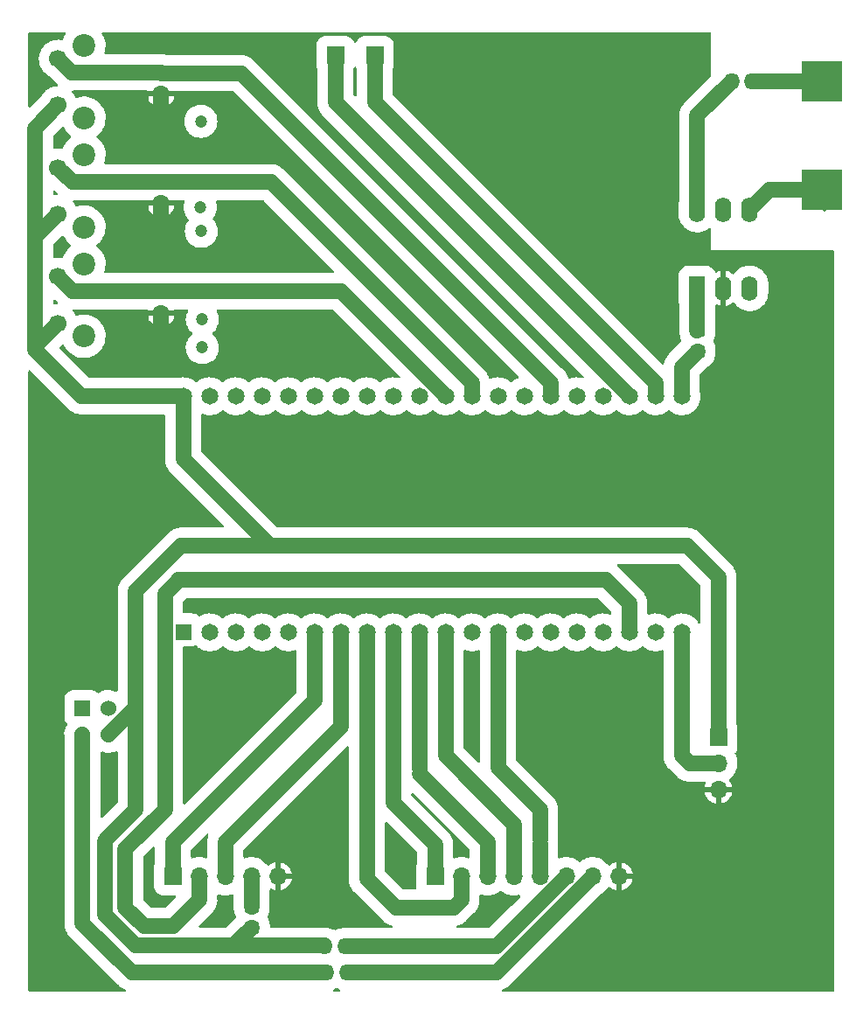
<source format=gbr>
%TF.GenerationSoftware,KiCad,Pcbnew,(6.0.7)*%
%TF.CreationDate,2022-08-23T09:28:30-03:00*%
%TF.ProjectId,reflow-oven-v0.4,7265666c-6f77-42d6-9f76-656e2d76302e,rev?*%
%TF.SameCoordinates,Original*%
%TF.FileFunction,Copper,L2,Bot*%
%TF.FilePolarity,Positive*%
%FSLAX46Y46*%
G04 Gerber Fmt 4.6, Leading zero omitted, Abs format (unit mm)*
G04 Created by KiCad (PCBNEW (6.0.7)) date 2022-08-23 09:28:30*
%MOMM*%
%LPD*%
G01*
G04 APERTURE LIST*
G04 Aperture macros list*
%AMRoundRect*
0 Rectangle with rounded corners*
0 $1 Rounding radius*
0 $2 $3 $4 $5 $6 $7 $8 $9 X,Y pos of 4 corners*
0 Add a 4 corners polygon primitive as box body*
4,1,4,$2,$3,$4,$5,$6,$7,$8,$9,$2,$3,0*
0 Add four circle primitives for the rounded corners*
1,1,$1+$1,$2,$3*
1,1,$1+$1,$4,$5*
1,1,$1+$1,$6,$7*
1,1,$1+$1,$8,$9*
0 Add four rect primitives between the rounded corners*
20,1,$1+$1,$2,$3,$4,$5,0*
20,1,$1+$1,$4,$5,$6,$7,0*
20,1,$1+$1,$6,$7,$8,$9,0*
20,1,$1+$1,$8,$9,$2,$3,0*%
G04 Aperture macros list end*
%TA.AperFunction,ComponentPad*%
%ADD10R,1.700000X1.700000*%
%TD*%
%TA.AperFunction,ComponentPad*%
%ADD11O,1.700000X1.700000*%
%TD*%
%TA.AperFunction,ComponentPad*%
%ADD12C,2.200000*%
%TD*%
%TA.AperFunction,ComponentPad*%
%ADD13C,1.700000*%
%TD*%
%TA.AperFunction,ComponentPad*%
%ADD14R,1.600000X2.400000*%
%TD*%
%TA.AperFunction,ComponentPad*%
%ADD15O,1.600000X2.400000*%
%TD*%
%TA.AperFunction,ComponentPad*%
%ADD16R,1.650000X1.650000*%
%TD*%
%TA.AperFunction,ComponentPad*%
%ADD17C,1.650000*%
%TD*%
%TA.AperFunction,ComponentPad*%
%ADD18R,4.000000X4.000000*%
%TD*%
%TA.AperFunction,ComponentPad*%
%ADD19R,1.530000X1.530000*%
%TD*%
%TA.AperFunction,ComponentPad*%
%ADD20C,1.530000*%
%TD*%
%TA.AperFunction,SMDPad,CuDef*%
%ADD21RoundRect,0.250000X-0.350000X-0.450000X0.350000X-0.450000X0.350000X0.450000X-0.350000X0.450000X0*%
%TD*%
%TA.AperFunction,SMDPad,CuDef*%
%ADD22RoundRect,0.250000X0.475000X-0.337500X0.475000X0.337500X-0.475000X0.337500X-0.475000X-0.337500X0*%
%TD*%
%TA.AperFunction,SMDPad,CuDef*%
%ADD23RoundRect,0.250000X0.450000X-0.350000X0.450000X0.350000X-0.450000X0.350000X-0.450000X-0.350000X0*%
%TD*%
%TA.AperFunction,ViaPad*%
%ADD24C,1.200000*%
%TD*%
%TA.AperFunction,Conductor*%
%ADD25C,1.500000*%
%TD*%
%TA.AperFunction,Conductor*%
%ADD26C,0.250000*%
%TD*%
%TA.AperFunction,Conductor*%
%ADD27C,1.540000*%
%TD*%
G04 APERTURE END LIST*
D10*
%TO.P,J2,1,Pin_1*%
%TO.N,rst_lcd*%
X90949000Y-131596600D03*
D11*
%TO.P,J2,2,Pin_2*%
%TO.N,chip_select_lcd*%
X93489000Y-131596600D03*
%TO.P,J2,3,Pin_3*%
%TO.N,data_command_lcd*%
X96029000Y-131596600D03*
%TO.P,J2,4,Pin_4*%
%TO.N,mosi_lcd*%
X98569000Y-131596600D03*
%TO.P,J2,5,Pin_5*%
%TO.N,sck_lcd*%
X101109000Y-131596600D03*
%TO.P,J2,6,Pin_6*%
%TO.N,Net-(J2-Pad6)*%
X103649000Y-131596600D03*
%TO.P,J2,7,Pin_7*%
%TO.N,Net-(J2-Pad7)*%
X106189000Y-131596600D03*
%TO.P,J2,8,Pin_8*%
%TO.N,GND*%
X108729000Y-131596600D03*
%TD*%
D12*
%TO.P,SW2,*%
%TO.N,*%
X56925000Y-61750000D03*
X56925000Y-68750000D03*
D13*
%TO.P,SW2,1,1*%
%TO.N,VCC*%
X54425000Y-67500000D03*
%TO.P,SW2,2,2*%
%TO.N,push-button2*%
X54425000Y-63000000D03*
%TD*%
D14*
%TO.P,U1,1*%
%TO.N,Net-(R1-Pad2)*%
X116322000Y-74666000D03*
D15*
%TO.P,U1,2*%
%TO.N,GND*%
X118862000Y-74666000D03*
%TO.P,U1,3,NC*%
%TO.N,unconnected-(U1-Pad3)*%
X121402000Y-74666000D03*
%TO.P,U1,4*%
%TO.N,Net-(J4-Pad1)*%
X121402000Y-67046000D03*
%TO.P,U1,5,NC*%
%TO.N,unconnected-(U1-Pad5)*%
X118862000Y-67046000D03*
%TO.P,U1,6*%
%TO.N,Net-(R2-Pad1)*%
X116322000Y-67046000D03*
%TD*%
D12*
%TO.P,SW1,*%
%TO.N,*%
X56925000Y-58200000D03*
X56925000Y-51200000D03*
D13*
%TO.P,SW1,1,1*%
%TO.N,VCC*%
X54425000Y-56950000D03*
%TO.P,SW1,2,2*%
%TO.N,push-button1*%
X54425000Y-52450000D03*
%TD*%
D10*
%TO.P,J7,1,Pin_1*%
%TO.N,pwm-extra1*%
X85090000Y-52070000D03*
%TD*%
%TO.P,J6,1,Pin_1*%
%TO.N,pwm-extra2*%
X81280000Y-52070000D03*
%TD*%
D16*
%TO.P,IC1,1,GND*%
%TO.N,GND*%
X66550000Y-107974600D03*
D17*
%TO.P,IC1,2,VIN*%
%TO.N,unconnected-(IC1-Pad2)*%
X69090000Y-107974600D03*
%TO.P,IC1,3,VBAT*%
%TO.N,unconnected-(IC1-Pad3)*%
X71630000Y-107974600D03*
%TO.P,IC1,4,IF_NRESET_EXT*%
%TO.N,unconnected-(IC1-Pad4)*%
X74170000Y-107974600D03*
%TO.P,IC1,5,DIP5*%
%TO.N,unconnected-(IC1-Pad5)*%
X76710000Y-107974600D03*
%TO.P,IC1,6,DIP6*%
%TO.N,miso_max*%
X79250000Y-107974600D03*
%TO.P,IC1,7,DIP7*%
%TO.N,sck_max*%
X81790000Y-107974600D03*
%TO.P,IC1,8,DIP8*%
%TO.N,chip_select_lcd*%
X84330000Y-107974600D03*
%TO.P,IC1,9,DIP9*%
%TO.N,rst_lcd*%
X86870000Y-107974600D03*
%TO.P,IC1,10,DIP10*%
%TO.N,data_command_lcd*%
X89410000Y-107974600D03*
%TO.P,IC1,11,DIP11*%
%TO.N,mosi_lcd*%
X91950000Y-107974600D03*
%TO.P,IC1,12,DIP12*%
%TO.N,unconnected-(IC1-Pad12)*%
X94490000Y-107974600D03*
%TO.P,IC1,13,DIP13*%
%TO.N,sck_lcd*%
X97030000Y-107974600D03*
%TO.P,IC1,14,DIP14*%
%TO.N,unconnected-(IC1-Pad14)*%
X99570000Y-107974600D03*
%TO.P,IC1,15,DIP15*%
%TO.N,unconnected-(IC1-Pad15)*%
X102110000Y-107974600D03*
%TO.P,IC1,16,DIP16*%
%TO.N,unconnected-(IC1-Pad16)*%
X104650000Y-107974600D03*
%TO.P,IC1,17,DIP17*%
%TO.N,unconnected-(IC1-Pad17)*%
X107190000Y-107974600D03*
%TO.P,IC1,18,DIP18*%
%TO.N,chip_select_max*%
X109730000Y-107974600D03*
%TO.P,IC1,19,DIP19*%
%TO.N,unconnected-(IC1-Pad19)*%
X112270000Y-107974600D03*
%TO.P,IC1,20,DIP20*%
%TO.N,Analogin-pot*%
X114810000Y-107974600D03*
%TO.P,IC1,21,DIP21*%
%TO.N,pwm-psac*%
X114810000Y-85114600D03*
%TO.P,IC1,22,DIP22*%
%TO.N,pwm-extra1*%
X112270000Y-85114600D03*
%TO.P,IC1,23,DIP23*%
%TO.N,pwm-extra2*%
X109730000Y-85114600D03*
%TO.P,IC1,24,DIP24*%
%TO.N,unconnected-(IC1-Pad24)*%
X107190000Y-85114600D03*
%TO.P,IC1,25,DIP25*%
%TO.N,unconnected-(IC1-Pad25)*%
X104650000Y-85114600D03*
%TO.P,IC1,26,DIP26*%
%TO.N,push-button1*%
X102110000Y-85114600D03*
%TO.P,IC1,27,DIP27*%
%TO.N,unconnected-(IC1-Pad27)*%
X99570000Y-85114600D03*
%TO.P,IC1,28,DIP28*%
%TO.N,unconnected-(IC1-Pad28)*%
X97030000Y-85114600D03*
%TO.P,IC1,29,DIP29*%
%TO.N,push-button2*%
X94490000Y-85114600D03*
%TO.P,IC1,30,DIP30*%
%TO.N,push-button3*%
X91950000Y-85114600D03*
%TO.P,IC1,31,TGT_D+*%
%TO.N,unconnected-(IC1-Pad31)*%
X89410000Y-85114600D03*
%TO.P,IC1,32,TGT_D-*%
%TO.N,unconnected-(IC1-Pad32)*%
X86870000Y-85114600D03*
%TO.P,IC1,33,TD+*%
%TO.N,unconnected-(IC1-Pad33)*%
X84330000Y-85114600D03*
%TO.P,IC1,34,TD-*%
%TO.N,unconnected-(IC1-Pad34)*%
X81790000Y-85114600D03*
%TO.P,IC1,35,RD+*%
%TO.N,unconnected-(IC1-Pad35)*%
X79250000Y-85114600D03*
%TO.P,IC1,36,RD-*%
%TO.N,unconnected-(IC1-Pad36)*%
X76710000Y-85114600D03*
%TO.P,IC1,37,IF_D+*%
%TO.N,unconnected-(IC1-Pad37)*%
X74170000Y-85114600D03*
%TO.P,IC1,38,IF_D-*%
%TO.N,unconnected-(IC1-Pad38)*%
X71630000Y-85114600D03*
%TO.P,IC1,39,+5V*%
%TO.N,unconnected-(IC1-Pad39)*%
X69090000Y-85114600D03*
%TO.P,IC1,40,EXT_3V3*%
%TO.N,VCC*%
X66550000Y-85114600D03*
%TD*%
D12*
%TO.P,SW3,*%
%TO.N,*%
X56925000Y-79300000D03*
X56925000Y-72300000D03*
D13*
%TO.P,SW3,1,1*%
%TO.N,VCC*%
X54425000Y-78050000D03*
%TO.P,SW3,2,2*%
%TO.N,push-button3*%
X54425000Y-73550000D03*
%TD*%
D10*
%TO.P,J5,1,Pin_1*%
%TO.N,miso_max*%
X65554000Y-131596600D03*
D11*
%TO.P,J5,2,Pin_2*%
%TO.N,chip_select_max*%
X68094000Y-131596600D03*
%TO.P,J5,3,Pin_3*%
%TO.N,sck_max*%
X70634000Y-131596600D03*
%TO.P,J5,4,Pin_4*%
%TO.N,Net-(J5-Pad4)*%
X73174000Y-131596600D03*
%TO.P,J5,5,Pin_5*%
%TO.N,GND*%
X75714000Y-131596600D03*
%TD*%
D10*
%TO.P,J1,1,Pin_1*%
%TO.N,VCC*%
X118366000Y-118134600D03*
D11*
%TO.P,J1,2,Pin_2*%
%TO.N,Analogin-pot*%
X118366000Y-120674600D03*
%TO.P,J1,3,Pin_3*%
%TO.N,GND*%
X118366000Y-123214600D03*
%TD*%
D18*
%TO.P,J4,1,Pin_1*%
%TO.N,Net-(J4-Pad1)*%
X128400000Y-65100000D03*
%TD*%
D19*
%TO.P,S1,1*%
%TO.N,unconnected-(S1-Pad1)*%
X56795000Y-115330000D03*
D20*
%TO.P,S1,2*%
%TO.N,unconnected-(S1-Pad2)*%
X59335000Y-115330000D03*
%TO.P,S1,3*%
%TO.N,Net-(R3-Pad1)*%
X56795000Y-117870000D03*
%TO.P,S1,4*%
%TO.N,VCC*%
X59335000Y-117870000D03*
%TD*%
D18*
%TO.P,J3,1,Pin_1*%
%TO.N,Net-(J3-Pad1)*%
X128400000Y-54600000D03*
%TD*%
D21*
%TO.P,R8,1*%
%TO.N,VCC*%
X80250000Y-138350000D03*
%TO.P,R8,2*%
%TO.N,Net-(J2-Pad6)*%
X82250000Y-138350000D03*
%TD*%
D22*
%TO.P,C1,1*%
%TO.N,GND*%
X64400000Y-55837500D03*
%TO.P,C1,2*%
%TO.N,push-button1*%
X64400000Y-53762500D03*
%TD*%
%TO.P,C3,1*%
%TO.N,GND*%
X64400000Y-77037500D03*
%TO.P,C3,2*%
%TO.N,push-button3*%
X64400000Y-74962500D03*
%TD*%
D21*
%TO.P,R3,1*%
%TO.N,Net-(R3-Pad1)*%
X80400000Y-140900000D03*
%TO.P,R3,2*%
%TO.N,Net-(J2-Pad7)*%
X82400000Y-140900000D03*
%TD*%
%TO.P,R2,1*%
%TO.N,Net-(R2-Pad1)*%
X119650000Y-54610000D03*
%TO.P,R2,2*%
%TO.N,Net-(J3-Pad1)*%
X121650000Y-54610000D03*
%TD*%
D23*
%TO.P,R4,1*%
%TO.N,VCC*%
X73200000Y-136550000D03*
%TO.P,R4,2*%
%TO.N,Net-(J5-Pad4)*%
X73200000Y-134550000D03*
%TD*%
%TO.P,R1,1*%
%TO.N,pwm-psac*%
X116332000Y-80756000D03*
%TO.P,R1,2*%
%TO.N,Net-(R1-Pad2)*%
X116332000Y-78756000D03*
%TD*%
D22*
%TO.P,C2,1*%
%TO.N,GND*%
X64400000Y-66437500D03*
%TO.P,C2,2*%
%TO.N,push-button2*%
X64400000Y-64362500D03*
%TD*%
D24*
%TO.N,GND*%
X127967200Y-116482800D03*
X120031300Y-86068700D03*
%TO.N,*%
X68250000Y-58500000D03*
X68200000Y-66850000D03*
X68300000Y-69150000D03*
X68400000Y-77700000D03*
X68400000Y-80400000D03*
%TO.N,GND*%
X67475400Y-115224600D03*
X71000000Y-118800000D03*
X66550000Y-108000000D03*
X64400000Y-80200000D03*
X64400000Y-58400000D03*
X81358200Y-121970000D03*
X127967200Y-94004600D03*
X64400000Y-68800000D03*
%TD*%
D25*
%TO.N,pwm-psac*%
X114810000Y-82278000D02*
X114810000Y-85114600D01*
X116332000Y-80756000D02*
X114810000Y-82278000D01*
D26*
%TO.N,Net-(R1-Pad2)*%
X116332000Y-78756000D02*
X116322000Y-78746000D01*
D25*
X116322000Y-78746000D02*
X116322000Y-74666000D01*
%TO.N,Net-(R2-Pad1)*%
X119650000Y-54610000D02*
X116322000Y-57938000D01*
X116322000Y-57938000D02*
X116322000Y-67046000D01*
D26*
%TO.N,Net-(J3-Pad1)*%
X128778000Y-54610000D02*
X128328000Y-55060000D01*
D25*
X128778000Y-54610000D02*
X121650000Y-54610000D01*
D26*
X122100000Y-55060000D02*
X121650000Y-54610000D01*
D25*
%TO.N,GND*%
X64400000Y-66437500D02*
X64400000Y-68800000D01*
D26*
X66550000Y-107974600D02*
X66550000Y-108000000D01*
D25*
X64400000Y-58400000D02*
X64400000Y-55837500D01*
X64400000Y-80200000D02*
X64400000Y-77037500D01*
%TO.N,VCC*%
X59335000Y-117870000D02*
X61950000Y-115255000D01*
X56714600Y-85114600D02*
X52200000Y-80600000D01*
X66550000Y-91210600D02*
X74932000Y-99592600D01*
X80200000Y-138300000D02*
X80250000Y-138350000D01*
X61950000Y-114900000D02*
X61950000Y-125150000D01*
X61900000Y-138300000D02*
X71450000Y-138300000D01*
X52200000Y-69400000D02*
X52200000Y-59175000D01*
X52200000Y-80600000D02*
X52200000Y-69400000D01*
X52200000Y-80600000D02*
X52200000Y-80275000D01*
X118366000Y-102640600D02*
X118366000Y-118134600D01*
X66550000Y-85114600D02*
X56714600Y-85114600D01*
X58950000Y-135350000D02*
X61900000Y-138300000D01*
X52200000Y-69400000D02*
X52525000Y-69400000D01*
D26*
X61950000Y-115255000D02*
X61950000Y-114900000D01*
D25*
X59242000Y-127908000D02*
X58950000Y-128200000D01*
X66349200Y-99592600D02*
X61950000Y-103991800D01*
X111508000Y-99592600D02*
X115318000Y-99592600D01*
X59242000Y-127858000D02*
X59242000Y-127908000D01*
X74932000Y-99592600D02*
X66349200Y-99592600D01*
X61950000Y-103991800D02*
X61950000Y-114900000D01*
X52200000Y-80275000D02*
X54425000Y-78050000D01*
X66550000Y-85114600D02*
X66550000Y-91210600D01*
X71450000Y-138300000D02*
X73200000Y-136550000D01*
X115318000Y-99592600D02*
X118366000Y-102640600D01*
X61950000Y-125150000D02*
X59242000Y-127858000D01*
X52200000Y-59175000D02*
X54425000Y-56950000D01*
X74932000Y-99592600D02*
X111508000Y-99592600D01*
X71450000Y-138300000D02*
X80200000Y-138300000D01*
X58950000Y-128200000D02*
X58950000Y-135350000D01*
X52525000Y-69400000D02*
X54425000Y-67500000D01*
D26*
%TO.N,Net-(J5-Pad4)*%
X73200000Y-134550000D02*
X73174000Y-134524000D01*
D25*
X73174000Y-134524000D02*
X73174000Y-131596600D01*
%TO.N,push-button3*%
X81785400Y-74950000D02*
X64412500Y-74950000D01*
X54425000Y-73550000D02*
X55825000Y-74950000D01*
X55825000Y-74950000D02*
X64387500Y-74950000D01*
D26*
X64412500Y-74950000D02*
X64400000Y-74962500D01*
D25*
X91950000Y-85114600D02*
X81785400Y-74950000D01*
D26*
X64387500Y-74950000D02*
X64400000Y-74962500D01*
D25*
%TO.N,push-button2*%
X64437500Y-64400000D02*
X55825000Y-64400000D01*
D26*
X64437500Y-64400000D02*
X64400000Y-64362500D01*
D25*
X55825000Y-64400000D02*
X54425000Y-63000000D01*
X94490000Y-85114600D02*
X94490000Y-83840000D01*
X94490000Y-83840000D02*
X75050000Y-64400000D01*
X75050000Y-64400000D02*
X64437500Y-64400000D01*
%TO.N,pwm-extra2*%
X81280000Y-56664600D02*
X109730000Y-85114600D01*
X81280000Y-52070000D02*
X81280000Y-56664600D01*
%TO.N,pwm-extra1*%
X112270000Y-83870000D02*
X112270000Y-85114600D01*
X85090000Y-52070000D02*
X85090000Y-56690000D01*
X85090000Y-56690000D02*
X112270000Y-83870000D01*
%TO.N,Analogin-pot*%
X114810000Y-119912600D02*
X114810000Y-107974600D01*
X115572000Y-120674600D02*
X114810000Y-119912600D01*
X118366000Y-120674600D02*
X115572000Y-120674600D01*
%TO.N,chip_select_max*%
X66136800Y-102894600D02*
X64775000Y-104256400D01*
X109730000Y-107974600D02*
X109730000Y-105180600D01*
X64775000Y-125116800D02*
X60942000Y-128949800D01*
X60942000Y-134624600D02*
X62740000Y-136422600D01*
X64775000Y-104256400D02*
X64775000Y-125116800D01*
X68094000Y-133862600D02*
X68094000Y-131596600D01*
X65534000Y-136422600D02*
X68094000Y-133862600D01*
X109730000Y-105180600D02*
X107444000Y-102894600D01*
X62740000Y-136422600D02*
X65534000Y-136422600D01*
X107444000Y-102894600D02*
X66136800Y-102894600D01*
X66136800Y-102894600D02*
X66042000Y-102894600D01*
X60942000Y-128949800D02*
X60942000Y-134624600D01*
%TO.N,push-button1*%
X102110000Y-83810000D02*
X72150000Y-53850000D01*
X55737500Y-53762500D02*
X54425000Y-52450000D01*
D26*
X64487500Y-53850000D02*
X64400000Y-53762500D01*
D27*
X102110000Y-83810000D02*
X102110000Y-85114600D01*
D25*
X72150000Y-53850000D02*
X64487500Y-53850000D01*
X64400000Y-53762500D02*
X55737500Y-53762500D01*
%TO.N,sck_lcd*%
X101094000Y-125144000D02*
X97030000Y-121080000D01*
X97030000Y-121080000D02*
X97030000Y-107974600D01*
X101094000Y-128040600D02*
X101094000Y-125144000D01*
X101109000Y-131596600D02*
X101109000Y-128480600D01*
D26*
X101094000Y-128465600D02*
X101094000Y-128040600D01*
X101109000Y-128480600D02*
X101094000Y-128465600D01*
D25*
%TO.N,mosi_lcd*%
X91950000Y-119950000D02*
X98569000Y-126569000D01*
X98569000Y-126569000D02*
X98569000Y-131596600D01*
X91950000Y-107974600D02*
X91950000Y-119950000D01*
D26*
%TO.N,rst_lcd*%
X86870000Y-124484600D02*
X86870000Y-124230600D01*
D25*
X86870000Y-107974600D02*
X86870000Y-124230600D01*
X90949000Y-128563600D02*
X86870000Y-124484600D01*
X90949000Y-131596600D02*
X90949000Y-128563600D01*
%TO.N,chip_select_lcd*%
X92712000Y-134644600D02*
X87124000Y-134644600D01*
X93489000Y-131596600D02*
X93489000Y-133867600D01*
X93489000Y-133867600D02*
X92712000Y-134644600D01*
X84330000Y-131850600D02*
X84330000Y-107974600D01*
X87124000Y-134644600D02*
X84330000Y-131850600D01*
D26*
%TO.N,Net-(J4-Pad1)*%
X128604000Y-67046000D02*
X128800000Y-66850000D01*
D25*
X128300000Y-65100000D02*
X123348000Y-65100000D01*
X123348000Y-65100000D02*
X121402000Y-67046000D01*
%TO.N,sck_max*%
X70634000Y-128274600D02*
X70634000Y-131596600D01*
X81790000Y-117118600D02*
X70634000Y-128274600D01*
X81790000Y-107974600D02*
X81790000Y-117118600D01*
%TO.N,miso_max*%
X79250000Y-114578600D02*
X65534000Y-128294600D01*
D26*
X65534000Y-128294600D02*
X65554000Y-128314600D01*
D25*
X65554000Y-128314600D02*
X65554000Y-131596600D01*
X79250000Y-107974600D02*
X79250000Y-114578600D01*
%TO.N,Net-(J2-Pad7)*%
X96885600Y-140900000D02*
X106189000Y-131596600D01*
X82400000Y-140900000D02*
X96885600Y-140900000D01*
D26*
%TO.N,data_command_lcd*%
X89410000Y-121690600D02*
X89410000Y-121182600D01*
D25*
X96029000Y-128309600D02*
X89410000Y-121690600D01*
X89410000Y-107974600D02*
X89410000Y-121182600D01*
X96029000Y-131596600D02*
X96029000Y-128309600D01*
%TO.N,Net-(R3-Pad1)*%
X56795000Y-136145000D02*
X61550000Y-140900000D01*
X61550000Y-140900000D02*
X80400000Y-140900000D01*
X56795000Y-117870000D02*
X56795000Y-136145000D01*
D26*
%TO.N,Net-(J2-Pad6)*%
X99600000Y-135645600D02*
X99454400Y-135645600D01*
D25*
X99600000Y-135650000D02*
X96900000Y-138350000D01*
D26*
X99600000Y-135645600D02*
X99600000Y-135650000D01*
D25*
X96900000Y-138350000D02*
X82250000Y-138350000D01*
X103649000Y-131596600D02*
X99600000Y-135645600D01*
%TD*%
%TA.AperFunction,Conductor*%
%TO.N,GND*%
G36*
X117592121Y-49872502D02*
G01*
X117638614Y-49926158D01*
X117650000Y-49978500D01*
X117650000Y-54082229D01*
X117629998Y-54150350D01*
X117613095Y-54171324D01*
X115122869Y-56661550D01*
X115117675Y-56666458D01*
X115059265Y-56718591D01*
X115010063Y-56777751D01*
X114986551Y-56806021D01*
X114985153Y-56807673D01*
X114910903Y-56893844D01*
X114908402Y-56897807D01*
X114908401Y-56897809D01*
X114907117Y-56899843D01*
X114897436Y-56913167D01*
X114895890Y-56915026D01*
X114895881Y-56915039D01*
X114892895Y-56918629D01*
X114890471Y-56922623D01*
X114890470Y-56922625D01*
X114833898Y-57015854D01*
X114832740Y-57017725D01*
X114798419Y-57072120D01*
X114772066Y-57113886D01*
X114770186Y-57118160D01*
X114770185Y-57118161D01*
X114769214Y-57120369D01*
X114761593Y-57135008D01*
X114760347Y-57137060D01*
X114760342Y-57137070D01*
X114757920Y-57141061D01*
X114728431Y-57211385D01*
X114713949Y-57245921D01*
X114713081Y-57247941D01*
X114667280Y-57352033D01*
X114665413Y-57358880D01*
X114660049Y-57374457D01*
X114659112Y-57376690D01*
X114659109Y-57376698D01*
X114657305Y-57381001D01*
X114641425Y-57443531D01*
X114629319Y-57491200D01*
X114628759Y-57493327D01*
X114600073Y-57598543D01*
X114600072Y-57598551D01*
X114598844Y-57603053D01*
X114598010Y-57610100D01*
X114595006Y-57626305D01*
X114593261Y-57633177D01*
X114581871Y-57746290D01*
X114581636Y-57748437D01*
X114568263Y-57861430D01*
X114571441Y-57965441D01*
X114571500Y-57969289D01*
X114571500Y-66207971D01*
X114567623Y-66238985D01*
X114543881Y-66332470D01*
X114521500Y-66554741D01*
X114521500Y-67513944D01*
X114521673Y-67516267D01*
X114521673Y-67516277D01*
X114535936Y-67708212D01*
X114536283Y-67712877D01*
X114595345Y-67973891D01*
X114597037Y-67978243D01*
X114597038Y-67978245D01*
X114685740Y-68206341D01*
X114692338Y-68223309D01*
X114825132Y-68455650D01*
X114990810Y-68665811D01*
X115185731Y-68849175D01*
X115405615Y-69001714D01*
X115409804Y-69003780D01*
X115409806Y-69003781D01*
X115641441Y-69118011D01*
X115641444Y-69118012D01*
X115645629Y-69120076D01*
X115900503Y-69201662D01*
X116045866Y-69225335D01*
X116160024Y-69243927D01*
X116160025Y-69243927D01*
X116164636Y-69244678D01*
X116298431Y-69246429D01*
X116427549Y-69248120D01*
X116427552Y-69248120D01*
X116432226Y-69248181D01*
X116697395Y-69212093D01*
X116730610Y-69202412D01*
X116767626Y-69191623D01*
X116954317Y-69137208D01*
X116988393Y-69121499D01*
X117089074Y-69075084D01*
X117197348Y-69025169D01*
X117246524Y-68992928D01*
X117417236Y-68881004D01*
X117417241Y-68881000D01*
X117421149Y-68878438D01*
X117440099Y-68861525D01*
X117504238Y-68831086D01*
X117574653Y-68840157D01*
X117628986Y-68885856D01*
X117650000Y-68955527D01*
X117650000Y-70950000D01*
X129429500Y-70950000D01*
X129497621Y-70970002D01*
X129544114Y-71023658D01*
X129555500Y-71076000D01*
X129555500Y-142662900D01*
X129535498Y-142731021D01*
X129481842Y-142777514D01*
X129429500Y-142788900D01*
X97532497Y-142788900D01*
X97464376Y-142768898D01*
X97417883Y-142715242D01*
X97407779Y-142644968D01*
X97437273Y-142580388D01*
X97484788Y-142546282D01*
X97533311Y-142526431D01*
X97535352Y-142525616D01*
X97636968Y-142486099D01*
X97636973Y-142486097D01*
X97641323Y-142484405D01*
X97645382Y-142482085D01*
X97645386Y-142482083D01*
X97647484Y-142480884D01*
X97662286Y-142473664D01*
X97668859Y-142470975D01*
X97766577Y-142412838D01*
X97768474Y-142411732D01*
X97807748Y-142389285D01*
X97867212Y-142355299D01*
X97872796Y-142350897D01*
X97886364Y-142341573D01*
X97888441Y-142340337D01*
X97888443Y-142340335D01*
X97892461Y-142337945D01*
X97980484Y-142266028D01*
X97982198Y-142264652D01*
X98067868Y-142197115D01*
X98067871Y-142197112D01*
X98071536Y-142194223D01*
X98142864Y-142118399D01*
X98145544Y-142115637D01*
X106986967Y-133274214D01*
X107021515Y-133249728D01*
X107108188Y-133208109D01*
X107252566Y-133111639D01*
X107322380Y-133064991D01*
X107322384Y-133064988D01*
X107326082Y-133062517D01*
X107521287Y-132887676D01*
X107544855Y-132859639D01*
X107687043Y-132690486D01*
X107687045Y-132690484D01*
X107689910Y-132687075D01*
X107692269Y-132683293D01*
X107694884Y-132679693D01*
X107696319Y-132680735D01*
X107743798Y-132638430D01*
X107813925Y-132627354D01*
X107878207Y-132655364D01*
X107943434Y-132709516D01*
X107951881Y-132715431D01*
X108135756Y-132822879D01*
X108145042Y-132827329D01*
X108344001Y-132903303D01*
X108353899Y-132906179D01*
X108457250Y-132927206D01*
X108471299Y-132926010D01*
X108475000Y-132915665D01*
X108475000Y-132915117D01*
X108983000Y-132915117D01*
X108987064Y-132928959D01*
X109000478Y-132930993D01*
X109007184Y-132930134D01*
X109017262Y-132927992D01*
X109221255Y-132866791D01*
X109230842Y-132863033D01*
X109422095Y-132769339D01*
X109430945Y-132764064D01*
X109604328Y-132640392D01*
X109612200Y-132633739D01*
X109763052Y-132483412D01*
X109769730Y-132475565D01*
X109894003Y-132302620D01*
X109899313Y-132293783D01*
X109993670Y-132102867D01*
X109997469Y-132093272D01*
X110059377Y-131889510D01*
X110061555Y-131879437D01*
X110062986Y-131868562D01*
X110060775Y-131854378D01*
X110047617Y-131850600D01*
X109001115Y-131850600D01*
X108985876Y-131855075D01*
X108984671Y-131856465D01*
X108983000Y-131864148D01*
X108983000Y-132915117D01*
X108475000Y-132915117D01*
X108475000Y-131324485D01*
X108983000Y-131324485D01*
X108987475Y-131339724D01*
X108988865Y-131340929D01*
X108996548Y-131342600D01*
X110047344Y-131342600D01*
X110060875Y-131338627D01*
X110062180Y-131329547D01*
X110020214Y-131162475D01*
X110016894Y-131152724D01*
X109931972Y-130957414D01*
X109927105Y-130948339D01*
X109811426Y-130769526D01*
X109805136Y-130761357D01*
X109661806Y-130603840D01*
X109654273Y-130596815D01*
X109487139Y-130464822D01*
X109478552Y-130459117D01*
X109292117Y-130356199D01*
X109282705Y-130351969D01*
X109081959Y-130280880D01*
X109071988Y-130278246D01*
X109000837Y-130265572D01*
X108987540Y-130267032D01*
X108983000Y-130281589D01*
X108983000Y-131324485D01*
X108475000Y-131324485D01*
X108475000Y-130279702D01*
X108471082Y-130266358D01*
X108456806Y-130264371D01*
X108418324Y-130270260D01*
X108408288Y-130272651D01*
X108205868Y-130338812D01*
X108196359Y-130342809D01*
X108007463Y-130441142D01*
X107998738Y-130446636D01*
X107869711Y-130543513D01*
X107803226Y-130568419D01*
X107733831Y-130553427D01*
X107692706Y-130517612D01*
X107602370Y-130395306D01*
X107599726Y-130391726D01*
X107415884Y-130204974D01*
X107347336Y-130152660D01*
X107211107Y-130048693D01*
X107211103Y-130048690D01*
X107207562Y-130045988D01*
X106978917Y-129917940D01*
X106974768Y-129916335D01*
X106974764Y-129916333D01*
X106799547Y-129848547D01*
X106734512Y-129823387D01*
X106730191Y-129822385D01*
X106730183Y-129822383D01*
X106562069Y-129783417D01*
X106479221Y-129764214D01*
X106218141Y-129741602D01*
X106213706Y-129741846D01*
X106213702Y-129741846D01*
X105960921Y-129755757D01*
X105960914Y-129755758D01*
X105956478Y-129756002D01*
X105699456Y-129807127D01*
X105695246Y-129808605D01*
X105695244Y-129808606D01*
X105581509Y-129848547D01*
X105452201Y-129893957D01*
X105448250Y-129896010D01*
X105448244Y-129896012D01*
X105320894Y-129962165D01*
X105219647Y-130014759D01*
X105216032Y-130017342D01*
X105216026Y-130017346D01*
X105010055Y-130164535D01*
X105010051Y-130164538D01*
X105006434Y-130167123D01*
X105003215Y-130170194D01*
X104999777Y-130173038D01*
X104998900Y-130171978D01*
X104941117Y-130201772D01*
X104870441Y-130195029D01*
X104840820Y-130178214D01*
X104671107Y-130048693D01*
X104671103Y-130048690D01*
X104667562Y-130045988D01*
X104438917Y-129917940D01*
X104434768Y-129916335D01*
X104434764Y-129916333D01*
X104259547Y-129848547D01*
X104194512Y-129823387D01*
X104190191Y-129822385D01*
X104190183Y-129822383D01*
X104022069Y-129783417D01*
X103939221Y-129764214D01*
X103678141Y-129741602D01*
X103673706Y-129741846D01*
X103673702Y-129741846D01*
X103420921Y-129755757D01*
X103420914Y-129755758D01*
X103416478Y-129756002D01*
X103159456Y-129807127D01*
X103033255Y-129851446D01*
X103027249Y-129853555D01*
X102956349Y-129857254D01*
X102894704Y-129822035D01*
X102861886Y-129759078D01*
X102859500Y-129734673D01*
X102859500Y-128414556D01*
X102851641Y-128308796D01*
X102845473Y-128225797D01*
X102845472Y-128225791D01*
X102845126Y-128221134D01*
X102842823Y-128210956D01*
X102840350Y-128170523D01*
X102841068Y-128163398D01*
X102844500Y-128129314D01*
X102844500Y-125198665D01*
X102844703Y-125191522D01*
X102848876Y-125118039D01*
X102848876Y-125118033D01*
X102849141Y-125113364D01*
X102838737Y-125000140D01*
X102838554Y-124997949D01*
X102830472Y-124889196D01*
X102830126Y-124884534D01*
X102829094Y-124879971D01*
X102829092Y-124879961D01*
X102828562Y-124877618D01*
X102825985Y-124861352D01*
X102825762Y-124858929D01*
X102825761Y-124858925D01*
X102825334Y-124854274D01*
X102818787Y-124827519D01*
X102798299Y-124743786D01*
X102797795Y-124741648D01*
X102791526Y-124713942D01*
X102772705Y-124630768D01*
X102770134Y-124624156D01*
X102765181Y-124608448D01*
X102764604Y-124606089D01*
X102764604Y-124606088D01*
X102763493Y-124601549D01*
X102741992Y-124548993D01*
X102720431Y-124496289D01*
X102719616Y-124494248D01*
X102680099Y-124392632D01*
X102680097Y-124392627D01*
X102678405Y-124388277D01*
X102676083Y-124384214D01*
X102674884Y-124382116D01*
X102667664Y-124367314D01*
X102664975Y-124360741D01*
X102606828Y-124263005D01*
X102605721Y-124261107D01*
X102551617Y-124166444D01*
X102549299Y-124162388D01*
X102544905Y-124156814D01*
X102535574Y-124143236D01*
X102534337Y-124141157D01*
X102534334Y-124141153D01*
X102531946Y-124137139D01*
X102459985Y-124049064D01*
X102458644Y-124047392D01*
X102391115Y-123961732D01*
X102391112Y-123961729D01*
X102388223Y-123958064D01*
X102312399Y-123886736D01*
X102309637Y-123884056D01*
X101908147Y-123482566D01*
X117034257Y-123482566D01*
X117064565Y-123617046D01*
X117067645Y-123626875D01*
X117147770Y-123824203D01*
X117152413Y-123833394D01*
X117263694Y-124014988D01*
X117269777Y-124023299D01*
X117409213Y-124184267D01*
X117416580Y-124191483D01*
X117580434Y-124327516D01*
X117588881Y-124333431D01*
X117772756Y-124440879D01*
X117782042Y-124445329D01*
X117981001Y-124521303D01*
X117990899Y-124524179D01*
X118094250Y-124545206D01*
X118108299Y-124544010D01*
X118112000Y-124533665D01*
X118112000Y-124533117D01*
X118620000Y-124533117D01*
X118624064Y-124546959D01*
X118637478Y-124548993D01*
X118644184Y-124548134D01*
X118654262Y-124545992D01*
X118858255Y-124484791D01*
X118867842Y-124481033D01*
X119059095Y-124387339D01*
X119067945Y-124382064D01*
X119241328Y-124258392D01*
X119249200Y-124251739D01*
X119400052Y-124101412D01*
X119406730Y-124093565D01*
X119531003Y-123920620D01*
X119536313Y-123911783D01*
X119630670Y-123720867D01*
X119634469Y-123711272D01*
X119696377Y-123507510D01*
X119698555Y-123497437D01*
X119699986Y-123486562D01*
X119697775Y-123472378D01*
X119684617Y-123468600D01*
X118638115Y-123468600D01*
X118622876Y-123473075D01*
X118621671Y-123474465D01*
X118620000Y-123482148D01*
X118620000Y-124533117D01*
X118112000Y-124533117D01*
X118112000Y-123486715D01*
X118107525Y-123471476D01*
X118106135Y-123470271D01*
X118098452Y-123468600D01*
X117049225Y-123468600D01*
X117035694Y-123472573D01*
X117034257Y-123482566D01*
X101908147Y-123482566D01*
X98817405Y-120391824D01*
X98783379Y-120329512D01*
X98780500Y-120302729D01*
X98780500Y-109810058D01*
X98800502Y-109741937D01*
X98854158Y-109695444D01*
X98924432Y-109685340D01*
X98948040Y-109691103D01*
X99091780Y-109741299D01*
X99091791Y-109741302D01*
X99096201Y-109742842D01*
X99100794Y-109743714D01*
X99263289Y-109774565D01*
X99362768Y-109793452D01*
X99491576Y-109798513D01*
X99629220Y-109803921D01*
X99629225Y-109803921D01*
X99633888Y-109804104D01*
X99739103Y-109792581D01*
X99898951Y-109775075D01*
X99898956Y-109775074D01*
X99903604Y-109774565D01*
X100165991Y-109705484D01*
X100359501Y-109622346D01*
X100410983Y-109600228D01*
X100410986Y-109600226D01*
X100415286Y-109598379D01*
X100419266Y-109595916D01*
X100419270Y-109595914D01*
X100642038Y-109458061D01*
X100642042Y-109458058D01*
X100646011Y-109455602D01*
X100720473Y-109392565D01*
X100754990Y-109363345D01*
X100819906Y-109334597D01*
X100890059Y-109345509D01*
X100918053Y-109363586D01*
X100921108Y-109366614D01*
X101139920Y-109527053D01*
X101144055Y-109529229D01*
X101144059Y-109529231D01*
X101375899Y-109651209D01*
X101375907Y-109651213D01*
X101380042Y-109653388D01*
X101384461Y-109654931D01*
X101631784Y-109741300D01*
X101631790Y-109741302D01*
X101636201Y-109742842D01*
X101640794Y-109743714D01*
X101803289Y-109774565D01*
X101902768Y-109793452D01*
X102031576Y-109798513D01*
X102169220Y-109803921D01*
X102169225Y-109803921D01*
X102173888Y-109804104D01*
X102279103Y-109792581D01*
X102438951Y-109775075D01*
X102438956Y-109775074D01*
X102443604Y-109774565D01*
X102705991Y-109705484D01*
X102899501Y-109622346D01*
X102950983Y-109600228D01*
X102950986Y-109600226D01*
X102955286Y-109598379D01*
X102959266Y-109595916D01*
X102959270Y-109595914D01*
X103182038Y-109458061D01*
X103182042Y-109458058D01*
X103186011Y-109455602D01*
X103260473Y-109392565D01*
X103294990Y-109363345D01*
X103359906Y-109334597D01*
X103430059Y-109345509D01*
X103458053Y-109363586D01*
X103461108Y-109366614D01*
X103679920Y-109527053D01*
X103684055Y-109529229D01*
X103684059Y-109529231D01*
X103915899Y-109651209D01*
X103915907Y-109651213D01*
X103920042Y-109653388D01*
X103924461Y-109654931D01*
X104171784Y-109741300D01*
X104171790Y-109741302D01*
X104176201Y-109742842D01*
X104180794Y-109743714D01*
X104343289Y-109774565D01*
X104442768Y-109793452D01*
X104571576Y-109798513D01*
X104709220Y-109803921D01*
X104709225Y-109803921D01*
X104713888Y-109804104D01*
X104819103Y-109792581D01*
X104978951Y-109775075D01*
X104978956Y-109775074D01*
X104983604Y-109774565D01*
X105245991Y-109705484D01*
X105439501Y-109622346D01*
X105490983Y-109600228D01*
X105490986Y-109600226D01*
X105495286Y-109598379D01*
X105499266Y-109595916D01*
X105499270Y-109595914D01*
X105722038Y-109458061D01*
X105722042Y-109458058D01*
X105726011Y-109455602D01*
X105800473Y-109392565D01*
X105834990Y-109363345D01*
X105899906Y-109334597D01*
X105970059Y-109345509D01*
X105998053Y-109363586D01*
X106001108Y-109366614D01*
X106219920Y-109527053D01*
X106224055Y-109529229D01*
X106224059Y-109529231D01*
X106455899Y-109651209D01*
X106455907Y-109651213D01*
X106460042Y-109653388D01*
X106464461Y-109654931D01*
X106711784Y-109741300D01*
X106711790Y-109741302D01*
X106716201Y-109742842D01*
X106720794Y-109743714D01*
X106883289Y-109774565D01*
X106982768Y-109793452D01*
X107111576Y-109798513D01*
X107249220Y-109803921D01*
X107249225Y-109803921D01*
X107253888Y-109804104D01*
X107359103Y-109792581D01*
X107518951Y-109775075D01*
X107518956Y-109775074D01*
X107523604Y-109774565D01*
X107785991Y-109705484D01*
X107979501Y-109622346D01*
X108030983Y-109600228D01*
X108030986Y-109600226D01*
X108035286Y-109598379D01*
X108039266Y-109595916D01*
X108039270Y-109595914D01*
X108262038Y-109458061D01*
X108262042Y-109458058D01*
X108266011Y-109455602D01*
X108340473Y-109392565D01*
X108374990Y-109363345D01*
X108439906Y-109334597D01*
X108510059Y-109345509D01*
X108538053Y-109363586D01*
X108541108Y-109366614D01*
X108759920Y-109527053D01*
X108764055Y-109529229D01*
X108764059Y-109529231D01*
X108995899Y-109651209D01*
X108995907Y-109651213D01*
X109000042Y-109653388D01*
X109004461Y-109654931D01*
X109251784Y-109741300D01*
X109251790Y-109741302D01*
X109256201Y-109742842D01*
X109260794Y-109743714D01*
X109423289Y-109774565D01*
X109522768Y-109793452D01*
X109651576Y-109798513D01*
X109789220Y-109803921D01*
X109789225Y-109803921D01*
X109793888Y-109804104D01*
X109899103Y-109792581D01*
X110058951Y-109775075D01*
X110058956Y-109775074D01*
X110063604Y-109774565D01*
X110325991Y-109705484D01*
X110519501Y-109622346D01*
X110570983Y-109600228D01*
X110570986Y-109600226D01*
X110575286Y-109598379D01*
X110579266Y-109595916D01*
X110579270Y-109595914D01*
X110802038Y-109458061D01*
X110802042Y-109458058D01*
X110806011Y-109455602D01*
X110880473Y-109392565D01*
X110914990Y-109363345D01*
X110979906Y-109334597D01*
X111050059Y-109345509D01*
X111078053Y-109363586D01*
X111081108Y-109366614D01*
X111299920Y-109527053D01*
X111304055Y-109529229D01*
X111304059Y-109529231D01*
X111535899Y-109651209D01*
X111535907Y-109651213D01*
X111540042Y-109653388D01*
X111544461Y-109654931D01*
X111791784Y-109741300D01*
X111791790Y-109741302D01*
X111796201Y-109742842D01*
X111800794Y-109743714D01*
X111963289Y-109774565D01*
X112062768Y-109793452D01*
X112191576Y-109798513D01*
X112329220Y-109803921D01*
X112329225Y-109803921D01*
X112333888Y-109804104D01*
X112439103Y-109792581D01*
X112598951Y-109775075D01*
X112598956Y-109775074D01*
X112603604Y-109774565D01*
X112724096Y-109742842D01*
X112861468Y-109706675D01*
X112861470Y-109706674D01*
X112865991Y-109705484D01*
X112883762Y-109697849D01*
X112954247Y-109689337D01*
X113018144Y-109720282D01*
X113055168Y-109780861D01*
X113059500Y-109813617D01*
X113059500Y-119857935D01*
X113059297Y-119865078D01*
X113056904Y-119907229D01*
X113054859Y-119943236D01*
X113055288Y-119947901D01*
X113065263Y-120056460D01*
X113065446Y-120058651D01*
X113073874Y-120172066D01*
X113074906Y-120176629D01*
X113074908Y-120176639D01*
X113075438Y-120178982D01*
X113078015Y-120195248D01*
X113078238Y-120197671D01*
X113078666Y-120202326D01*
X113079777Y-120206865D01*
X113079777Y-120206867D01*
X113105701Y-120312814D01*
X113106205Y-120314952D01*
X113131295Y-120425832D01*
X113133866Y-120432444D01*
X113138818Y-120448149D01*
X113140507Y-120455051D01*
X113142280Y-120459384D01*
X113142280Y-120459385D01*
X113183569Y-120560311D01*
X113184384Y-120562352D01*
X113225595Y-120668323D01*
X113227915Y-120672382D01*
X113227917Y-120672386D01*
X113229116Y-120674484D01*
X113236336Y-120689286D01*
X113239025Y-120695859D01*
X113241420Y-120699884D01*
X113297160Y-120793574D01*
X113298266Y-120795471D01*
X113354701Y-120894212D01*
X113359103Y-120899796D01*
X113368427Y-120913364D01*
X113372055Y-120919461D01*
X113375012Y-120923080D01*
X113443972Y-121007484D01*
X113445348Y-121009198D01*
X113515777Y-121098536D01*
X113519179Y-121101736D01*
X113591601Y-121169864D01*
X113594363Y-121172544D01*
X114295550Y-121873731D01*
X114300458Y-121878925D01*
X114352591Y-121937335D01*
X114390244Y-121968650D01*
X114440021Y-122010049D01*
X114441673Y-122011447D01*
X114527844Y-122085697D01*
X114531807Y-122088198D01*
X114531809Y-122088199D01*
X114533843Y-122089483D01*
X114547167Y-122099164D01*
X114549026Y-122100710D01*
X114549039Y-122100719D01*
X114552629Y-122103705D01*
X114556623Y-122106129D01*
X114556625Y-122106130D01*
X114649854Y-122162702D01*
X114651725Y-122163860D01*
X114747886Y-122224534D01*
X114752162Y-122226415D01*
X114752172Y-122226421D01*
X114754390Y-122227397D01*
X114768996Y-122235000D01*
X114771067Y-122236257D01*
X114771071Y-122236259D01*
X114775061Y-122238680D01*
X114779369Y-122240487D01*
X114779370Y-122240487D01*
X114879926Y-122282654D01*
X114881918Y-122283509D01*
X114986034Y-122329321D01*
X114990549Y-122330552D01*
X114990552Y-122330553D01*
X114992881Y-122331188D01*
X115008448Y-122336548D01*
X115010688Y-122337487D01*
X115010695Y-122337489D01*
X115015001Y-122339295D01*
X115125268Y-122367299D01*
X115127281Y-122367829D01*
X115237053Y-122397756D01*
X115244100Y-122398590D01*
X115260305Y-122401594D01*
X115267177Y-122403339D01*
X115380316Y-122414732D01*
X115382437Y-122414964D01*
X115495430Y-122428337D01*
X115599454Y-122425159D01*
X115603302Y-122425100D01*
X117037823Y-122425100D01*
X117105944Y-122445102D01*
X117152437Y-122498758D01*
X117162541Y-122569032D01*
X117152111Y-122604150D01*
X117089338Y-122739383D01*
X117085775Y-122749070D01*
X117030389Y-122948783D01*
X117031912Y-122957207D01*
X117044292Y-122960600D01*
X119684344Y-122960600D01*
X119697875Y-122956627D01*
X119699180Y-122947547D01*
X119657214Y-122780475D01*
X119653894Y-122770724D01*
X119568972Y-122575414D01*
X119564105Y-122566339D01*
X119448426Y-122387526D01*
X119442136Y-122379357D01*
X119428528Y-122364403D01*
X119397475Y-122300558D01*
X119405869Y-122230059D01*
X119451719Y-122174837D01*
X119499374Y-122142995D01*
X119499378Y-122142992D01*
X119503082Y-122140517D01*
X119698287Y-121965676D01*
X119722110Y-121937335D01*
X119864043Y-121768486D01*
X119864045Y-121768484D01*
X119866910Y-121765075D01*
X120005586Y-121542716D01*
X120111547Y-121303036D01*
X120182681Y-121050816D01*
X120201143Y-120913364D01*
X120217139Y-120794273D01*
X120217140Y-120794265D01*
X120217566Y-120791091D01*
X120217667Y-120787880D01*
X120221126Y-120677822D01*
X120221126Y-120677817D01*
X120221227Y-120674600D01*
X120202719Y-120413196D01*
X120147563Y-120157008D01*
X120056860Y-119911147D01*
X119975254Y-119759904D01*
X119960510Y-119690455D01*
X119988498Y-119620438D01*
X120055573Y-119538196D01*
X120149741Y-119358070D01*
X120205766Y-119162687D01*
X120216500Y-119042416D01*
X120216500Y-117226784D01*
X120205766Y-117106513D01*
X120149741Y-116911130D01*
X120130838Y-116874972D01*
X120116500Y-116816597D01*
X120116500Y-102695265D01*
X120116703Y-102688122D01*
X120120876Y-102614639D01*
X120120876Y-102614633D01*
X120121141Y-102609964D01*
X120110737Y-102496740D01*
X120110554Y-102494549D01*
X120102472Y-102385796D01*
X120102126Y-102381134D01*
X120101094Y-102376571D01*
X120101092Y-102376561D01*
X120100562Y-102374218D01*
X120097985Y-102357952D01*
X120097762Y-102355529D01*
X120097761Y-102355525D01*
X120097334Y-102350874D01*
X120096223Y-102346333D01*
X120070299Y-102240386D01*
X120069795Y-102238248D01*
X120063526Y-102210542D01*
X120044705Y-102127368D01*
X120042134Y-102120756D01*
X120037181Y-102105048D01*
X120036604Y-102102689D01*
X120036604Y-102102688D01*
X120035493Y-102098149D01*
X120033720Y-102093815D01*
X119992431Y-101992889D01*
X119991616Y-101990848D01*
X119952099Y-101889232D01*
X119952097Y-101889227D01*
X119950405Y-101884877D01*
X119948083Y-101880814D01*
X119946884Y-101878716D01*
X119939664Y-101863914D01*
X119936975Y-101857341D01*
X119878828Y-101759605D01*
X119877721Y-101757707D01*
X119823617Y-101663044D01*
X119821299Y-101658988D01*
X119816905Y-101653414D01*
X119807574Y-101639836D01*
X119806337Y-101637757D01*
X119806334Y-101637753D01*
X119803946Y-101633739D01*
X119731985Y-101545664D01*
X119730644Y-101543992D01*
X119663115Y-101458332D01*
X119663112Y-101458329D01*
X119660223Y-101454664D01*
X119584399Y-101383336D01*
X119581637Y-101380656D01*
X116594450Y-98393469D01*
X116589542Y-98388275D01*
X116540526Y-98333357D01*
X116540524Y-98333355D01*
X116537409Y-98329865D01*
X116449951Y-98257127D01*
X116448300Y-98255730D01*
X116365703Y-98184559D01*
X116365701Y-98184557D01*
X116362156Y-98181503D01*
X116358191Y-98179001D01*
X116356157Y-98177717D01*
X116342833Y-98168036D01*
X116340974Y-98166490D01*
X116340961Y-98166481D01*
X116337371Y-98163495D01*
X116327675Y-98157611D01*
X116240146Y-98104498D01*
X116238275Y-98103340D01*
X116146070Y-98045162D01*
X116146069Y-98045161D01*
X116142114Y-98042666D01*
X116135626Y-98039812D01*
X116120992Y-98032193D01*
X116118940Y-98030947D01*
X116118930Y-98030942D01*
X116114939Y-98028520D01*
X116010046Y-97984535D01*
X116008059Y-97983681D01*
X115989959Y-97975717D01*
X115903967Y-97937880D01*
X115897120Y-97936013D01*
X115881543Y-97930649D01*
X115879310Y-97929712D01*
X115879302Y-97929709D01*
X115874999Y-97927905D01*
X115764782Y-97899914D01*
X115762673Y-97899359D01*
X115657457Y-97870673D01*
X115657449Y-97870672D01*
X115652947Y-97869444D01*
X115645900Y-97868610D01*
X115629695Y-97865606D01*
X115622823Y-97863861D01*
X115509684Y-97852468D01*
X115507563Y-97852236D01*
X115394570Y-97838863D01*
X115295272Y-97841897D01*
X115290559Y-97842041D01*
X115286711Y-97842100D01*
X75709271Y-97842100D01*
X75641150Y-97822098D01*
X75620176Y-97805195D01*
X68337405Y-90522424D01*
X68303379Y-90460112D01*
X68300500Y-90433329D01*
X68300500Y-86950058D01*
X68320502Y-86881937D01*
X68374158Y-86835444D01*
X68444432Y-86825340D01*
X68468040Y-86831103D01*
X68611780Y-86881299D01*
X68611791Y-86881302D01*
X68616201Y-86882842D01*
X68620794Y-86883714D01*
X68783289Y-86914565D01*
X68882768Y-86933452D01*
X69011576Y-86938513D01*
X69149220Y-86943921D01*
X69149225Y-86943921D01*
X69153888Y-86944104D01*
X69259103Y-86932581D01*
X69418951Y-86915075D01*
X69418956Y-86915074D01*
X69423604Y-86914565D01*
X69685991Y-86845484D01*
X69846445Y-86776548D01*
X69930983Y-86740228D01*
X69930986Y-86740226D01*
X69935286Y-86738379D01*
X69939266Y-86735916D01*
X69939270Y-86735914D01*
X70162038Y-86598061D01*
X70162042Y-86598058D01*
X70166011Y-86595602D01*
X70252196Y-86522641D01*
X70274990Y-86503345D01*
X70339906Y-86474597D01*
X70410059Y-86485509D01*
X70438053Y-86503586D01*
X70441108Y-86506614D01*
X70659920Y-86667053D01*
X70664055Y-86669229D01*
X70664059Y-86669231D01*
X70895899Y-86791209D01*
X70895907Y-86791213D01*
X70900042Y-86793388D01*
X70941415Y-86807836D01*
X71151784Y-86881300D01*
X71151790Y-86881302D01*
X71156201Y-86882842D01*
X71160794Y-86883714D01*
X71323289Y-86914565D01*
X71422768Y-86933452D01*
X71551576Y-86938513D01*
X71689220Y-86943921D01*
X71689225Y-86943921D01*
X71693888Y-86944104D01*
X71799103Y-86932581D01*
X71958951Y-86915075D01*
X71958956Y-86915074D01*
X71963604Y-86914565D01*
X72225991Y-86845484D01*
X72386445Y-86776548D01*
X72470983Y-86740228D01*
X72470986Y-86740226D01*
X72475286Y-86738379D01*
X72479266Y-86735916D01*
X72479270Y-86735914D01*
X72702038Y-86598061D01*
X72702042Y-86598058D01*
X72706011Y-86595602D01*
X72792196Y-86522641D01*
X72814990Y-86503345D01*
X72879906Y-86474597D01*
X72950059Y-86485509D01*
X72978053Y-86503586D01*
X72981108Y-86506614D01*
X73199920Y-86667053D01*
X73204055Y-86669229D01*
X73204059Y-86669231D01*
X73435899Y-86791209D01*
X73435907Y-86791213D01*
X73440042Y-86793388D01*
X73481415Y-86807836D01*
X73691784Y-86881300D01*
X73691790Y-86881302D01*
X73696201Y-86882842D01*
X73700794Y-86883714D01*
X73863289Y-86914565D01*
X73962768Y-86933452D01*
X74091576Y-86938513D01*
X74229220Y-86943921D01*
X74229225Y-86943921D01*
X74233888Y-86944104D01*
X74339103Y-86932581D01*
X74498951Y-86915075D01*
X74498956Y-86915074D01*
X74503604Y-86914565D01*
X74765991Y-86845484D01*
X74926445Y-86776548D01*
X75010983Y-86740228D01*
X75010986Y-86740226D01*
X75015286Y-86738379D01*
X75019266Y-86735916D01*
X75019270Y-86735914D01*
X75242038Y-86598061D01*
X75242042Y-86598058D01*
X75246011Y-86595602D01*
X75332196Y-86522641D01*
X75354990Y-86503345D01*
X75419906Y-86474597D01*
X75490059Y-86485509D01*
X75518053Y-86503586D01*
X75521108Y-86506614D01*
X75739920Y-86667053D01*
X75744055Y-86669229D01*
X75744059Y-86669231D01*
X75975899Y-86791209D01*
X75975907Y-86791213D01*
X75980042Y-86793388D01*
X76021415Y-86807836D01*
X76231784Y-86881300D01*
X76231790Y-86881302D01*
X76236201Y-86882842D01*
X76240794Y-86883714D01*
X76403289Y-86914565D01*
X76502768Y-86933452D01*
X76631576Y-86938513D01*
X76769220Y-86943921D01*
X76769225Y-86943921D01*
X76773888Y-86944104D01*
X76879103Y-86932581D01*
X77038951Y-86915075D01*
X77038956Y-86915074D01*
X77043604Y-86914565D01*
X77305991Y-86845484D01*
X77466445Y-86776548D01*
X77550983Y-86740228D01*
X77550986Y-86740226D01*
X77555286Y-86738379D01*
X77559266Y-86735916D01*
X77559270Y-86735914D01*
X77782038Y-86598061D01*
X77782042Y-86598058D01*
X77786011Y-86595602D01*
X77872196Y-86522641D01*
X77894990Y-86503345D01*
X77959906Y-86474597D01*
X78030059Y-86485509D01*
X78058053Y-86503586D01*
X78061108Y-86506614D01*
X78279920Y-86667053D01*
X78284055Y-86669229D01*
X78284059Y-86669231D01*
X78515899Y-86791209D01*
X78515907Y-86791213D01*
X78520042Y-86793388D01*
X78561415Y-86807836D01*
X78771784Y-86881300D01*
X78771790Y-86881302D01*
X78776201Y-86882842D01*
X78780794Y-86883714D01*
X78943289Y-86914565D01*
X79042768Y-86933452D01*
X79171576Y-86938513D01*
X79309220Y-86943921D01*
X79309225Y-86943921D01*
X79313888Y-86944104D01*
X79419103Y-86932581D01*
X79578951Y-86915075D01*
X79578956Y-86915074D01*
X79583604Y-86914565D01*
X79845991Y-86845484D01*
X80006445Y-86776548D01*
X80090983Y-86740228D01*
X80090986Y-86740226D01*
X80095286Y-86738379D01*
X80099266Y-86735916D01*
X80099270Y-86735914D01*
X80322038Y-86598061D01*
X80322042Y-86598058D01*
X80326011Y-86595602D01*
X80412196Y-86522641D01*
X80434990Y-86503345D01*
X80499906Y-86474597D01*
X80570059Y-86485509D01*
X80598053Y-86503586D01*
X80601108Y-86506614D01*
X80819920Y-86667053D01*
X80824055Y-86669229D01*
X80824059Y-86669231D01*
X81055899Y-86791209D01*
X81055907Y-86791213D01*
X81060042Y-86793388D01*
X81101415Y-86807836D01*
X81311784Y-86881300D01*
X81311790Y-86881302D01*
X81316201Y-86882842D01*
X81320794Y-86883714D01*
X81483289Y-86914565D01*
X81582768Y-86933452D01*
X81711576Y-86938513D01*
X81849220Y-86943921D01*
X81849225Y-86943921D01*
X81853888Y-86944104D01*
X81959103Y-86932581D01*
X82118951Y-86915075D01*
X82118956Y-86915074D01*
X82123604Y-86914565D01*
X82385991Y-86845484D01*
X82546445Y-86776548D01*
X82630983Y-86740228D01*
X82630986Y-86740226D01*
X82635286Y-86738379D01*
X82639266Y-86735916D01*
X82639270Y-86735914D01*
X82862038Y-86598061D01*
X82862042Y-86598058D01*
X82866011Y-86595602D01*
X82952196Y-86522641D01*
X82974990Y-86503345D01*
X83039906Y-86474597D01*
X83110059Y-86485509D01*
X83138053Y-86503586D01*
X83141108Y-86506614D01*
X83359920Y-86667053D01*
X83364055Y-86669229D01*
X83364059Y-86669231D01*
X83595899Y-86791209D01*
X83595907Y-86791213D01*
X83600042Y-86793388D01*
X83641415Y-86807836D01*
X83851784Y-86881300D01*
X83851790Y-86881302D01*
X83856201Y-86882842D01*
X83860794Y-86883714D01*
X84023289Y-86914565D01*
X84122768Y-86933452D01*
X84251576Y-86938513D01*
X84389220Y-86943921D01*
X84389225Y-86943921D01*
X84393888Y-86944104D01*
X84499103Y-86932581D01*
X84658951Y-86915075D01*
X84658956Y-86915074D01*
X84663604Y-86914565D01*
X84925991Y-86845484D01*
X85086445Y-86776548D01*
X85170983Y-86740228D01*
X85170986Y-86740226D01*
X85175286Y-86738379D01*
X85179266Y-86735916D01*
X85179270Y-86735914D01*
X85402038Y-86598061D01*
X85402042Y-86598058D01*
X85406011Y-86595602D01*
X85492196Y-86522641D01*
X85514990Y-86503345D01*
X85579906Y-86474597D01*
X85650059Y-86485509D01*
X85678053Y-86503586D01*
X85681108Y-86506614D01*
X85899920Y-86667053D01*
X85904055Y-86669229D01*
X85904059Y-86669231D01*
X86135899Y-86791209D01*
X86135907Y-86791213D01*
X86140042Y-86793388D01*
X86181415Y-86807836D01*
X86391784Y-86881300D01*
X86391790Y-86881302D01*
X86396201Y-86882842D01*
X86400794Y-86883714D01*
X86563289Y-86914565D01*
X86662768Y-86933452D01*
X86791576Y-86938513D01*
X86929220Y-86943921D01*
X86929225Y-86943921D01*
X86933888Y-86944104D01*
X87039103Y-86932581D01*
X87198951Y-86915075D01*
X87198956Y-86915074D01*
X87203604Y-86914565D01*
X87465991Y-86845484D01*
X87626445Y-86776548D01*
X87710983Y-86740228D01*
X87710986Y-86740226D01*
X87715286Y-86738379D01*
X87719266Y-86735916D01*
X87719270Y-86735914D01*
X87942038Y-86598061D01*
X87942042Y-86598058D01*
X87946011Y-86595602D01*
X88032196Y-86522641D01*
X88054990Y-86503345D01*
X88119906Y-86474597D01*
X88190059Y-86485509D01*
X88218053Y-86503586D01*
X88221108Y-86506614D01*
X88439920Y-86667053D01*
X88444055Y-86669229D01*
X88444059Y-86669231D01*
X88675899Y-86791209D01*
X88675907Y-86791213D01*
X88680042Y-86793388D01*
X88721415Y-86807836D01*
X88931784Y-86881300D01*
X88931790Y-86881302D01*
X88936201Y-86882842D01*
X88940794Y-86883714D01*
X89103289Y-86914565D01*
X89202768Y-86933452D01*
X89331576Y-86938513D01*
X89469220Y-86943921D01*
X89469225Y-86943921D01*
X89473888Y-86944104D01*
X89579103Y-86932581D01*
X89738951Y-86915075D01*
X89738956Y-86915074D01*
X89743604Y-86914565D01*
X90005991Y-86845484D01*
X90166445Y-86776548D01*
X90250983Y-86740228D01*
X90250986Y-86740226D01*
X90255286Y-86738379D01*
X90259266Y-86735916D01*
X90259270Y-86735914D01*
X90482038Y-86598061D01*
X90482042Y-86598058D01*
X90486011Y-86595602D01*
X90572196Y-86522641D01*
X90594990Y-86503345D01*
X90659906Y-86474597D01*
X90730059Y-86485509D01*
X90758053Y-86503586D01*
X90761108Y-86506614D01*
X90979920Y-86667053D01*
X90984055Y-86669229D01*
X90984059Y-86669231D01*
X91215899Y-86791209D01*
X91215907Y-86791213D01*
X91220042Y-86793388D01*
X91261415Y-86807836D01*
X91471784Y-86881300D01*
X91471790Y-86881302D01*
X91476201Y-86882842D01*
X91480794Y-86883714D01*
X91643289Y-86914565D01*
X91742768Y-86933452D01*
X91871576Y-86938513D01*
X92009220Y-86943921D01*
X92009225Y-86943921D01*
X92013888Y-86944104D01*
X92119103Y-86932581D01*
X92278951Y-86915075D01*
X92278956Y-86915074D01*
X92283604Y-86914565D01*
X92545991Y-86845484D01*
X92706445Y-86776548D01*
X92790983Y-86740228D01*
X92790986Y-86740226D01*
X92795286Y-86738379D01*
X92799266Y-86735916D01*
X92799270Y-86735914D01*
X93022038Y-86598061D01*
X93022042Y-86598058D01*
X93026011Y-86595602D01*
X93112196Y-86522641D01*
X93134990Y-86503345D01*
X93199906Y-86474597D01*
X93270059Y-86485509D01*
X93298053Y-86503586D01*
X93301108Y-86506614D01*
X93519920Y-86667053D01*
X93524055Y-86669229D01*
X93524059Y-86669231D01*
X93755899Y-86791209D01*
X93755907Y-86791213D01*
X93760042Y-86793388D01*
X93801415Y-86807836D01*
X94011784Y-86881300D01*
X94011790Y-86881302D01*
X94016201Y-86882842D01*
X94020794Y-86883714D01*
X94183289Y-86914565D01*
X94282768Y-86933452D01*
X94411576Y-86938513D01*
X94549220Y-86943921D01*
X94549225Y-86943921D01*
X94553888Y-86944104D01*
X94659103Y-86932581D01*
X94818951Y-86915075D01*
X94818956Y-86915074D01*
X94823604Y-86914565D01*
X95085991Y-86845484D01*
X95246445Y-86776548D01*
X95330983Y-86740228D01*
X95330986Y-86740226D01*
X95335286Y-86738379D01*
X95339266Y-86735916D01*
X95339270Y-86735914D01*
X95562038Y-86598061D01*
X95562042Y-86598058D01*
X95566011Y-86595602D01*
X95652196Y-86522641D01*
X95674990Y-86503345D01*
X95739906Y-86474597D01*
X95810059Y-86485509D01*
X95838053Y-86503586D01*
X95841108Y-86506614D01*
X96059920Y-86667053D01*
X96064055Y-86669229D01*
X96064059Y-86669231D01*
X96295899Y-86791209D01*
X96295907Y-86791213D01*
X96300042Y-86793388D01*
X96341415Y-86807836D01*
X96551784Y-86881300D01*
X96551790Y-86881302D01*
X96556201Y-86882842D01*
X96560794Y-86883714D01*
X96723289Y-86914565D01*
X96822768Y-86933452D01*
X96951576Y-86938513D01*
X97089220Y-86943921D01*
X97089225Y-86943921D01*
X97093888Y-86944104D01*
X97199103Y-86932581D01*
X97358951Y-86915075D01*
X97358956Y-86915074D01*
X97363604Y-86914565D01*
X97625991Y-86845484D01*
X97786445Y-86776548D01*
X97870983Y-86740228D01*
X97870986Y-86740226D01*
X97875286Y-86738379D01*
X97879266Y-86735916D01*
X97879270Y-86735914D01*
X98102038Y-86598061D01*
X98102042Y-86598058D01*
X98106011Y-86595602D01*
X98192196Y-86522641D01*
X98214990Y-86503345D01*
X98279906Y-86474597D01*
X98350059Y-86485509D01*
X98378053Y-86503586D01*
X98381108Y-86506614D01*
X98599920Y-86667053D01*
X98604055Y-86669229D01*
X98604059Y-86669231D01*
X98835899Y-86791209D01*
X98835907Y-86791213D01*
X98840042Y-86793388D01*
X98881415Y-86807836D01*
X99091784Y-86881300D01*
X99091790Y-86881302D01*
X99096201Y-86882842D01*
X99100794Y-86883714D01*
X99263289Y-86914565D01*
X99362768Y-86933452D01*
X99491576Y-86938513D01*
X99629220Y-86943921D01*
X99629225Y-86943921D01*
X99633888Y-86944104D01*
X99739103Y-86932581D01*
X99898951Y-86915075D01*
X99898956Y-86915074D01*
X99903604Y-86914565D01*
X100165991Y-86845484D01*
X100326445Y-86776548D01*
X100410983Y-86740228D01*
X100410986Y-86740226D01*
X100415286Y-86738379D01*
X100419266Y-86735916D01*
X100419270Y-86735914D01*
X100642038Y-86598061D01*
X100642042Y-86598058D01*
X100646011Y-86595602D01*
X100732196Y-86522641D01*
X100754990Y-86503345D01*
X100819906Y-86474597D01*
X100890059Y-86485509D01*
X100918053Y-86503586D01*
X100921108Y-86506614D01*
X101139920Y-86667053D01*
X101144055Y-86669229D01*
X101144059Y-86669231D01*
X101375899Y-86791209D01*
X101375907Y-86791213D01*
X101380042Y-86793388D01*
X101421415Y-86807836D01*
X101631784Y-86881300D01*
X101631790Y-86881302D01*
X101636201Y-86882842D01*
X101640794Y-86883714D01*
X101803289Y-86914565D01*
X101902768Y-86933452D01*
X102031576Y-86938513D01*
X102169220Y-86943921D01*
X102169225Y-86943921D01*
X102173888Y-86944104D01*
X102279103Y-86932581D01*
X102438951Y-86915075D01*
X102438956Y-86915074D01*
X102443604Y-86914565D01*
X102705991Y-86845484D01*
X102866445Y-86776548D01*
X102950983Y-86740228D01*
X102950986Y-86740226D01*
X102955286Y-86738379D01*
X102959266Y-86735916D01*
X102959270Y-86735914D01*
X103182038Y-86598061D01*
X103182042Y-86598058D01*
X103186011Y-86595602D01*
X103272196Y-86522641D01*
X103294990Y-86503345D01*
X103359906Y-86474597D01*
X103430059Y-86485509D01*
X103458053Y-86503586D01*
X103461108Y-86506614D01*
X103679920Y-86667053D01*
X103684055Y-86669229D01*
X103684059Y-86669231D01*
X103915899Y-86791209D01*
X103915907Y-86791213D01*
X103920042Y-86793388D01*
X103961415Y-86807836D01*
X104171784Y-86881300D01*
X104171790Y-86881302D01*
X104176201Y-86882842D01*
X104180794Y-86883714D01*
X104343289Y-86914565D01*
X104442768Y-86933452D01*
X104571576Y-86938513D01*
X104709220Y-86943921D01*
X104709225Y-86943921D01*
X104713888Y-86944104D01*
X104819103Y-86932581D01*
X104978951Y-86915075D01*
X104978956Y-86915074D01*
X104983604Y-86914565D01*
X105245991Y-86845484D01*
X105406445Y-86776548D01*
X105490983Y-86740228D01*
X105490986Y-86740226D01*
X105495286Y-86738379D01*
X105499266Y-86735916D01*
X105499270Y-86735914D01*
X105722038Y-86598061D01*
X105722042Y-86598058D01*
X105726011Y-86595602D01*
X105812196Y-86522641D01*
X105834990Y-86503345D01*
X105899906Y-86474597D01*
X105970059Y-86485509D01*
X105998053Y-86503586D01*
X106001108Y-86506614D01*
X106219920Y-86667053D01*
X106224055Y-86669229D01*
X106224059Y-86669231D01*
X106455899Y-86791209D01*
X106455907Y-86791213D01*
X106460042Y-86793388D01*
X106501415Y-86807836D01*
X106711784Y-86881300D01*
X106711790Y-86881302D01*
X106716201Y-86882842D01*
X106720794Y-86883714D01*
X106883289Y-86914565D01*
X106982768Y-86933452D01*
X107111576Y-86938513D01*
X107249220Y-86943921D01*
X107249225Y-86943921D01*
X107253888Y-86944104D01*
X107359103Y-86932581D01*
X107518951Y-86915075D01*
X107518956Y-86915074D01*
X107523604Y-86914565D01*
X107785991Y-86845484D01*
X107946445Y-86776548D01*
X108030983Y-86740228D01*
X108030986Y-86740226D01*
X108035286Y-86738379D01*
X108039266Y-86735916D01*
X108039270Y-86735914D01*
X108262038Y-86598061D01*
X108262042Y-86598058D01*
X108266011Y-86595602D01*
X108352196Y-86522641D01*
X108374990Y-86503345D01*
X108439906Y-86474597D01*
X108510059Y-86485509D01*
X108538053Y-86503586D01*
X108541108Y-86506614D01*
X108759920Y-86667053D01*
X108764055Y-86669229D01*
X108764059Y-86669231D01*
X108995899Y-86791209D01*
X108995907Y-86791213D01*
X109000042Y-86793388D01*
X109041415Y-86807836D01*
X109251784Y-86881300D01*
X109251790Y-86881302D01*
X109256201Y-86882842D01*
X109260794Y-86883714D01*
X109423289Y-86914565D01*
X109522768Y-86933452D01*
X109651576Y-86938513D01*
X109789220Y-86943921D01*
X109789225Y-86943921D01*
X109793888Y-86944104D01*
X109899103Y-86932581D01*
X110058951Y-86915075D01*
X110058956Y-86915074D01*
X110063604Y-86914565D01*
X110325991Y-86845484D01*
X110486445Y-86776548D01*
X110570983Y-86740228D01*
X110570986Y-86740226D01*
X110575286Y-86738379D01*
X110579266Y-86735916D01*
X110579270Y-86735914D01*
X110802038Y-86598061D01*
X110802042Y-86598058D01*
X110806011Y-86595602D01*
X110892196Y-86522641D01*
X110914990Y-86503345D01*
X110979906Y-86474597D01*
X111050059Y-86485509D01*
X111078053Y-86503586D01*
X111081108Y-86506614D01*
X111299920Y-86667053D01*
X111304055Y-86669229D01*
X111304059Y-86669231D01*
X111535899Y-86791209D01*
X111535907Y-86791213D01*
X111540042Y-86793388D01*
X111581415Y-86807836D01*
X111791784Y-86881300D01*
X111791790Y-86881302D01*
X111796201Y-86882842D01*
X111800794Y-86883714D01*
X111963289Y-86914565D01*
X112062768Y-86933452D01*
X112191576Y-86938513D01*
X112329220Y-86943921D01*
X112329225Y-86943921D01*
X112333888Y-86944104D01*
X112439103Y-86932581D01*
X112598951Y-86915075D01*
X112598956Y-86915074D01*
X112603604Y-86914565D01*
X112865991Y-86845484D01*
X113026445Y-86776548D01*
X113110983Y-86740228D01*
X113110986Y-86740226D01*
X113115286Y-86738379D01*
X113119266Y-86735916D01*
X113119270Y-86735914D01*
X113342038Y-86598061D01*
X113342042Y-86598058D01*
X113346011Y-86595602D01*
X113432196Y-86522641D01*
X113454990Y-86503345D01*
X113519906Y-86474597D01*
X113590059Y-86485509D01*
X113618053Y-86503586D01*
X113621108Y-86506614D01*
X113839920Y-86667053D01*
X113844055Y-86669229D01*
X113844059Y-86669231D01*
X114075899Y-86791209D01*
X114075907Y-86791213D01*
X114080042Y-86793388D01*
X114121415Y-86807836D01*
X114331784Y-86881300D01*
X114331790Y-86881302D01*
X114336201Y-86882842D01*
X114340794Y-86883714D01*
X114503289Y-86914565D01*
X114602768Y-86933452D01*
X114731576Y-86938513D01*
X114869220Y-86943921D01*
X114869225Y-86943921D01*
X114873888Y-86944104D01*
X114979103Y-86932581D01*
X115138951Y-86915075D01*
X115138956Y-86915074D01*
X115143604Y-86914565D01*
X115405991Y-86845484D01*
X115566445Y-86776548D01*
X115650983Y-86740228D01*
X115650986Y-86740226D01*
X115655286Y-86738379D01*
X115659266Y-86735916D01*
X115659270Y-86735914D01*
X115882038Y-86598061D01*
X115882042Y-86598058D01*
X115886011Y-86595602D01*
X115994570Y-86503700D01*
X116089531Y-86423310D01*
X116089533Y-86423308D01*
X116093098Y-86420290D01*
X116271997Y-86216294D01*
X116418779Y-85988096D01*
X116530219Y-85740709D01*
X116603869Y-85479567D01*
X116638110Y-85210407D01*
X116640619Y-85114600D01*
X116620511Y-84844017D01*
X116563607Y-84592535D01*
X116560500Y-84564728D01*
X116560500Y-83055271D01*
X116580502Y-82987150D01*
X116597405Y-82966176D01*
X117319599Y-82243982D01*
X117356243Y-82218513D01*
X117404075Y-82196614D01*
X117408681Y-82193413D01*
X117582767Y-82072420D01*
X117582769Y-82072418D01*
X117587375Y-82069217D01*
X117745217Y-81911375D01*
X117800134Y-81832361D01*
X117869413Y-81732681D01*
X117869414Y-81732679D01*
X117872614Y-81728075D01*
X117965537Y-81525113D01*
X117982161Y-81460369D01*
X118019715Y-81314106D01*
X118019715Y-81314104D01*
X118021051Y-81308902D01*
X118021486Y-81303554D01*
X118021487Y-81303548D01*
X118030867Y-81188212D01*
X118034888Y-81165290D01*
X118055156Y-81090947D01*
X118060772Y-81043503D01*
X118085188Y-80837207D01*
X118085737Y-80832571D01*
X118077791Y-80572510D01*
X118031494Y-80316481D01*
X118031639Y-80316455D01*
X118028996Y-80300788D01*
X118021486Y-80208451D01*
X118021051Y-80203098D01*
X117965537Y-79986887D01*
X117931500Y-79912542D01*
X117883843Y-79808451D01*
X117873673Y-79738187D01*
X117883843Y-79703549D01*
X117963200Y-79530218D01*
X117963201Y-79530216D01*
X117965537Y-79525113D01*
X118021051Y-79308902D01*
X118032500Y-79168138D01*
X118032500Y-79138389D01*
X118036377Y-79107374D01*
X118037954Y-79101164D01*
X118050739Y-79050823D01*
X118072500Y-78834714D01*
X118072500Y-76338849D01*
X118092502Y-76270728D01*
X118146158Y-76224235D01*
X118216432Y-76214131D01*
X118251750Y-76224654D01*
X118407947Y-76297490D01*
X118418239Y-76301236D01*
X118590503Y-76347394D01*
X118604599Y-76347058D01*
X118608000Y-76339116D01*
X118608000Y-76333967D01*
X119116000Y-76333967D01*
X119119973Y-76347498D01*
X119128522Y-76348727D01*
X119305761Y-76301236D01*
X119316053Y-76297490D01*
X119513511Y-76205414D01*
X119523007Y-76199931D01*
X119701467Y-76074972D01*
X119709875Y-76067916D01*
X119715533Y-76062258D01*
X119777845Y-76028232D01*
X119848660Y-76033297D01*
X119903786Y-76076711D01*
X119905132Y-76075650D01*
X120070810Y-76285811D01*
X120265731Y-76469175D01*
X120485615Y-76621714D01*
X120489804Y-76623780D01*
X120489806Y-76623781D01*
X120721441Y-76738011D01*
X120721444Y-76738012D01*
X120725629Y-76740076D01*
X120730072Y-76741498D01*
X120730074Y-76741499D01*
X120832101Y-76774158D01*
X120980503Y-76821662D01*
X121060444Y-76834681D01*
X121240024Y-76863927D01*
X121240025Y-76863927D01*
X121244636Y-76864678D01*
X121378431Y-76866429D01*
X121507549Y-76868120D01*
X121507552Y-76868120D01*
X121512226Y-76868181D01*
X121777395Y-76832093D01*
X121805841Y-76823802D01*
X121976163Y-76774158D01*
X122034317Y-76757208D01*
X122068393Y-76741499D01*
X122150304Y-76703737D01*
X122277348Y-76645169D01*
X122326524Y-76612928D01*
X122497236Y-76501004D01*
X122497241Y-76501000D01*
X122501149Y-76498438D01*
X122679654Y-76339116D01*
X122697311Y-76323357D01*
X122697313Y-76323355D01*
X122700803Y-76320240D01*
X122871925Y-76114488D01*
X122911148Y-76049851D01*
X123008334Y-75889694D01*
X123008336Y-75889690D01*
X123010756Y-75885702D01*
X123028533Y-75843309D01*
X123112436Y-75643224D01*
X123112438Y-75643219D01*
X123114245Y-75638909D01*
X123180119Y-75379530D01*
X123202500Y-75157259D01*
X123202500Y-74198056D01*
X123200768Y-74174741D01*
X123188064Y-74003788D01*
X123188063Y-74003784D01*
X123187717Y-73999123D01*
X123177161Y-73952470D01*
X123129686Y-73742666D01*
X123128655Y-73738109D01*
X123031662Y-73488691D01*
X122898868Y-73256350D01*
X122733190Y-73046189D01*
X122538269Y-72862825D01*
X122318385Y-72710286D01*
X122314194Y-72708219D01*
X122082559Y-72593989D01*
X122082556Y-72593988D01*
X122078371Y-72591924D01*
X121823497Y-72510338D01*
X121610814Y-72475701D01*
X121563976Y-72468073D01*
X121563975Y-72468073D01*
X121559364Y-72467322D01*
X121420184Y-72465500D01*
X121296451Y-72463880D01*
X121296448Y-72463880D01*
X121291774Y-72463819D01*
X121026605Y-72499907D01*
X121022118Y-72501215D01*
X121022117Y-72501215D01*
X120990817Y-72510338D01*
X120769683Y-72574792D01*
X120765430Y-72576752D01*
X120765429Y-72576753D01*
X120713512Y-72600687D01*
X120526652Y-72686831D01*
X120522743Y-72689394D01*
X120306764Y-72830996D01*
X120306759Y-72831000D01*
X120302851Y-72833562D01*
X120223539Y-72904351D01*
X120133846Y-72984405D01*
X120103197Y-73011760D01*
X119932075Y-73217512D01*
X119913861Y-73247528D01*
X119861424Y-73295387D01*
X119791434Y-73307301D01*
X119726114Y-73279483D01*
X119717048Y-73271257D01*
X119709875Y-73264084D01*
X119701467Y-73257028D01*
X119523007Y-73132069D01*
X119513511Y-73126586D01*
X119316053Y-73034510D01*
X119305761Y-73030764D01*
X119133497Y-72984606D01*
X119119401Y-72984942D01*
X119116000Y-72992884D01*
X119116000Y-76333967D01*
X118608000Y-76333967D01*
X118608000Y-72998033D01*
X118604027Y-72984502D01*
X118595478Y-72983273D01*
X118418239Y-73030764D01*
X118407947Y-73034510D01*
X118209513Y-73127042D01*
X118139322Y-73137703D01*
X118074509Y-73108723D01*
X118044601Y-73071222D01*
X118036418Y-73055568D01*
X117961573Y-72912404D01*
X117899814Y-72836679D01*
X117837138Y-72759831D01*
X117833109Y-72754891D01*
X117828169Y-72750862D01*
X117680540Y-72630459D01*
X117680539Y-72630458D01*
X117675596Y-72626427D01*
X117495470Y-72532259D01*
X117300087Y-72476234D01*
X117268455Y-72473411D01*
X117182609Y-72465749D01*
X117182603Y-72465749D01*
X117179816Y-72465500D01*
X115464184Y-72465500D01*
X115461397Y-72465749D01*
X115461391Y-72465749D01*
X115375545Y-72473411D01*
X115343913Y-72476234D01*
X115148530Y-72532259D01*
X114968404Y-72626427D01*
X114963461Y-72630458D01*
X114963460Y-72630459D01*
X114815831Y-72750862D01*
X114810891Y-72754891D01*
X114806862Y-72759831D01*
X114744187Y-72836679D01*
X114682427Y-72912404D01*
X114588259Y-73092530D01*
X114532234Y-73287913D01*
X114521500Y-73408184D01*
X114521500Y-75923816D01*
X114532234Y-76044087D01*
X114539067Y-76067916D01*
X114566619Y-76164002D01*
X114571500Y-76198732D01*
X114571500Y-78812044D01*
X114571673Y-78814369D01*
X114571673Y-78814375D01*
X114573223Y-78835224D01*
X114585874Y-79005466D01*
X114603788Y-79084634D01*
X114634479Y-79220272D01*
X114637171Y-79237865D01*
X114642949Y-79308902D01*
X114698463Y-79525113D01*
X114700799Y-79530216D01*
X114700800Y-79530218D01*
X114780157Y-79703549D01*
X114790327Y-79773813D01*
X114780157Y-79808450D01*
X114769487Y-79831756D01*
X114744018Y-79868401D01*
X113610869Y-81001550D01*
X113605675Y-81006458D01*
X113564170Y-81043503D01*
X113547265Y-81058591D01*
X113485315Y-81133079D01*
X113474551Y-81146021D01*
X113473153Y-81147673D01*
X113398903Y-81233844D01*
X113396402Y-81237807D01*
X113396401Y-81237809D01*
X113395117Y-81239843D01*
X113385436Y-81253167D01*
X113383890Y-81255026D01*
X113383881Y-81255039D01*
X113380895Y-81258629D01*
X113378471Y-81262623D01*
X113378470Y-81262625D01*
X113321898Y-81355854D01*
X113320740Y-81357725D01*
X113314184Y-81368115D01*
X113260066Y-81453886D01*
X113258186Y-81458160D01*
X113258185Y-81458161D01*
X113257214Y-81460369D01*
X113249593Y-81475008D01*
X113248347Y-81477060D01*
X113248342Y-81477070D01*
X113245920Y-81481061D01*
X113201949Y-81585921D01*
X113201081Y-81587941D01*
X113155280Y-81692033D01*
X113153413Y-81698880D01*
X113148049Y-81714457D01*
X113147112Y-81716690D01*
X113147109Y-81716698D01*
X113145305Y-81721001D01*
X113142339Y-81732681D01*
X113117319Y-81831200D01*
X113116759Y-81833327D01*
X113091255Y-81926873D01*
X113086844Y-81943052D01*
X113084947Y-81942535D01*
X113056103Y-81998314D01*
X112994574Y-82033735D01*
X112923662Y-82030269D01*
X112875926Y-82000345D01*
X86877405Y-56001824D01*
X86843379Y-55939512D01*
X86840500Y-55912729D01*
X86840500Y-53388003D01*
X86854838Y-53329628D01*
X86873741Y-53293470D01*
X86929766Y-53098087D01*
X86940500Y-52977816D01*
X86940500Y-51162184D01*
X86929766Y-51041913D01*
X86873741Y-50846530D01*
X86779573Y-50666404D01*
X86774071Y-50659657D01*
X86655138Y-50513831D01*
X86651109Y-50508891D01*
X86493596Y-50380427D01*
X86313470Y-50286259D01*
X86118087Y-50230234D01*
X86086455Y-50227411D01*
X86000609Y-50219749D01*
X86000603Y-50219749D01*
X85997816Y-50219500D01*
X84182184Y-50219500D01*
X84179397Y-50219749D01*
X84179391Y-50219749D01*
X84093545Y-50227411D01*
X84061913Y-50230234D01*
X83866530Y-50286259D01*
X83686404Y-50380427D01*
X83528891Y-50508891D01*
X83524862Y-50513831D01*
X83405930Y-50659657D01*
X83400427Y-50666404D01*
X83306259Y-50846530D01*
X83304499Y-50852668D01*
X83302130Y-50858591D01*
X83299464Y-50857525D01*
X83268103Y-50906998D01*
X83203707Y-50936892D01*
X83133371Y-50927225D01*
X83079428Y-50881066D01*
X83068964Y-50858153D01*
X83067870Y-50858591D01*
X83065501Y-50852668D01*
X83063741Y-50846530D01*
X82969573Y-50666404D01*
X82964071Y-50659657D01*
X82845138Y-50513831D01*
X82841109Y-50508891D01*
X82683596Y-50380427D01*
X82503470Y-50286259D01*
X82308087Y-50230234D01*
X82276455Y-50227411D01*
X82190609Y-50219749D01*
X82190603Y-50219749D01*
X82187816Y-50219500D01*
X80372184Y-50219500D01*
X80369397Y-50219749D01*
X80369391Y-50219749D01*
X80283545Y-50227411D01*
X80251913Y-50230234D01*
X80056530Y-50286259D01*
X79876404Y-50380427D01*
X79718891Y-50508891D01*
X79714862Y-50513831D01*
X79595930Y-50659657D01*
X79590427Y-50666404D01*
X79496259Y-50846530D01*
X79440234Y-51041913D01*
X79429500Y-51162184D01*
X79429500Y-52977816D01*
X79440234Y-53098087D01*
X79496259Y-53293470D01*
X79515162Y-53329628D01*
X79529500Y-53388003D01*
X79529500Y-56609935D01*
X79529297Y-56617078D01*
X79526385Y-56668367D01*
X79524859Y-56695236D01*
X79525288Y-56699901D01*
X79535263Y-56808460D01*
X79535446Y-56810651D01*
X79543874Y-56924066D01*
X79544906Y-56928629D01*
X79544908Y-56928639D01*
X79545438Y-56930982D01*
X79548015Y-56947248D01*
X79548238Y-56949671D01*
X79548666Y-56954326D01*
X79549777Y-56958865D01*
X79549777Y-56958867D01*
X79575701Y-57064814D01*
X79576205Y-57066952D01*
X79582474Y-57094658D01*
X79601295Y-57177832D01*
X79603866Y-57184444D01*
X79608818Y-57200149D01*
X79610507Y-57207051D01*
X79612280Y-57211384D01*
X79612280Y-57211385D01*
X79653569Y-57312311D01*
X79654384Y-57314352D01*
X79678627Y-57376690D01*
X79695595Y-57420323D01*
X79697915Y-57424382D01*
X79697917Y-57424386D01*
X79699116Y-57426484D01*
X79706336Y-57441286D01*
X79709025Y-57447859D01*
X79736076Y-57493327D01*
X79767160Y-57545574D01*
X79768266Y-57547471D01*
X79824701Y-57646212D01*
X79829103Y-57651796D01*
X79838427Y-57665364D01*
X79842055Y-57671461D01*
X79845012Y-57675080D01*
X79913972Y-57759484D01*
X79915348Y-57761198D01*
X79923187Y-57771141D01*
X79985777Y-57850536D01*
X79989179Y-57853736D01*
X80061601Y-57921864D01*
X80064363Y-57924544D01*
X105293732Y-83153913D01*
X105327758Y-83216225D01*
X105322693Y-83287040D01*
X105280146Y-83343876D01*
X105213626Y-83368687D01*
X105166224Y-83363010D01*
X105081795Y-83335984D01*
X105081797Y-83335984D01*
X105077350Y-83334561D01*
X104931201Y-83310759D01*
X104814161Y-83291698D01*
X104814160Y-83291698D01*
X104809549Y-83290947D01*
X104673896Y-83289171D01*
X104542920Y-83287456D01*
X104542917Y-83287456D01*
X104538243Y-83287395D01*
X104463626Y-83297550D01*
X104274033Y-83323352D01*
X104274026Y-83323353D01*
X104269393Y-83323984D01*
X104264903Y-83325293D01*
X104264897Y-83325294D01*
X104200385Y-83344098D01*
X104008904Y-83399910D01*
X103990513Y-83408388D01*
X103920277Y-83418743D01*
X103855591Y-83389481D01*
X103816995Y-83329892D01*
X103814870Y-83321769D01*
X103808918Y-83295463D01*
X103808916Y-83295458D01*
X103807886Y-83290904D01*
X103712509Y-83045643D01*
X103662999Y-82959018D01*
X103605483Y-82858388D01*
X103581927Y-82817173D01*
X103419010Y-82610513D01*
X103227336Y-82430205D01*
X103166252Y-82387829D01*
X103148979Y-82373399D01*
X88289525Y-67513944D01*
X73426450Y-52650869D01*
X73421542Y-52645675D01*
X73372526Y-52590757D01*
X73372524Y-52590755D01*
X73369409Y-52587265D01*
X73281951Y-52514527D01*
X73280300Y-52513130D01*
X73197703Y-52441959D01*
X73197701Y-52441957D01*
X73194156Y-52438903D01*
X73190191Y-52436401D01*
X73188157Y-52435117D01*
X73174833Y-52425436D01*
X73172974Y-52423890D01*
X73172961Y-52423881D01*
X73169371Y-52420895D01*
X73128637Y-52396177D01*
X73072146Y-52361898D01*
X73070275Y-52360740D01*
X72978070Y-52302562D01*
X72978069Y-52302561D01*
X72974114Y-52300066D01*
X72967626Y-52297212D01*
X72952992Y-52289593D01*
X72950940Y-52288347D01*
X72950930Y-52288342D01*
X72946939Y-52285920D01*
X72842046Y-52241935D01*
X72840059Y-52241081D01*
X72821959Y-52233117D01*
X72735967Y-52195280D01*
X72729120Y-52193413D01*
X72713543Y-52188049D01*
X72711310Y-52187112D01*
X72711302Y-52187109D01*
X72706999Y-52185305D01*
X72596782Y-52157314D01*
X72594673Y-52156759D01*
X72489457Y-52128073D01*
X72489449Y-52128072D01*
X72484947Y-52126844D01*
X72477900Y-52126010D01*
X72461695Y-52123006D01*
X72454823Y-52121261D01*
X72341684Y-52109868D01*
X72339563Y-52109636D01*
X72226570Y-52096263D01*
X72122559Y-52099441D01*
X72118711Y-52099500D01*
X64979422Y-52099500D01*
X64948407Y-52095623D01*
X64704823Y-52033761D01*
X64488714Y-52012000D01*
X59045970Y-52012000D01*
X58977849Y-51991998D01*
X58931356Y-51938342D01*
X58921252Y-51868068D01*
X58928104Y-51841462D01*
X58939032Y-51812542D01*
X58940548Y-51808530D01*
X59004487Y-51529358D01*
X59029946Y-51244092D01*
X59030408Y-51200000D01*
X59027830Y-51162184D01*
X59011220Y-50918540D01*
X59011219Y-50918534D01*
X59010928Y-50914263D01*
X59009424Y-50906998D01*
X58953719Y-50638011D01*
X58952850Y-50633814D01*
X58857248Y-50363842D01*
X58725891Y-50109342D01*
X58715353Y-50094347D01*
X58684853Y-50050951D01*
X58662048Y-49983717D01*
X58679213Y-49914826D01*
X58730897Y-49866152D01*
X58787940Y-49852500D01*
X117524000Y-49852500D01*
X117592121Y-49872502D01*
G37*
%TD.AperFunction*%
%TA.AperFunction,Conductor*%
G36*
X82497532Y-118990815D02*
G01*
X82554368Y-119033362D01*
X82579179Y-119099882D01*
X82579500Y-119108871D01*
X82579500Y-131795935D01*
X82579297Y-131803078D01*
X82575579Y-131868562D01*
X82574859Y-131881236D01*
X82580201Y-131939375D01*
X82585263Y-131994460D01*
X82585446Y-131996651D01*
X82593874Y-132110066D01*
X82594906Y-132114629D01*
X82594908Y-132114639D01*
X82595438Y-132116982D01*
X82598015Y-132133248D01*
X82598238Y-132135671D01*
X82598666Y-132140326D01*
X82599777Y-132144865D01*
X82599777Y-132144867D01*
X82625701Y-132250814D01*
X82626205Y-132252952D01*
X82651295Y-132363832D01*
X82653866Y-132370444D01*
X82658818Y-132386149D01*
X82660507Y-132393051D01*
X82662280Y-132397384D01*
X82662280Y-132397385D01*
X82703569Y-132498311D01*
X82704384Y-132500352D01*
X82705965Y-132504416D01*
X82745595Y-132606323D01*
X82747915Y-132610382D01*
X82747917Y-132610386D01*
X82749116Y-132612484D01*
X82756336Y-132627286D01*
X82759025Y-132633859D01*
X82786294Y-132679693D01*
X82817160Y-132731574D01*
X82818266Y-132733471D01*
X82874701Y-132832212D01*
X82879103Y-132837796D01*
X82888427Y-132851364D01*
X82892055Y-132857461D01*
X82919171Y-132890650D01*
X82963972Y-132945484D01*
X82965348Y-132947198D01*
X83018251Y-133014304D01*
X83035777Y-133036536D01*
X83039179Y-133039736D01*
X83111601Y-133107864D01*
X83114363Y-133110544D01*
X85847550Y-135843731D01*
X85852458Y-135848925D01*
X85865020Y-135862999D01*
X85904591Y-135907335D01*
X85942452Y-135938823D01*
X85992021Y-135980049D01*
X85993673Y-135981447D01*
X86079844Y-136055697D01*
X86083807Y-136058198D01*
X86083809Y-136058199D01*
X86085843Y-136059483D01*
X86099167Y-136069164D01*
X86101026Y-136070710D01*
X86101039Y-136070719D01*
X86104629Y-136073705D01*
X86108623Y-136076129D01*
X86108625Y-136076130D01*
X86201854Y-136132702D01*
X86203725Y-136133860D01*
X86262526Y-136170961D01*
X86299886Y-136194534D01*
X86304162Y-136196415D01*
X86304172Y-136196421D01*
X86306390Y-136197397D01*
X86320996Y-136205000D01*
X86323067Y-136206257D01*
X86323071Y-136206259D01*
X86327061Y-136208680D01*
X86331369Y-136210487D01*
X86331370Y-136210487D01*
X86431926Y-136252654D01*
X86433918Y-136253509D01*
X86538034Y-136299321D01*
X86542549Y-136300552D01*
X86542552Y-136300553D01*
X86544881Y-136301188D01*
X86560448Y-136306548D01*
X86562688Y-136307487D01*
X86562695Y-136307489D01*
X86567001Y-136309295D01*
X86571528Y-136310445D01*
X86571532Y-136310446D01*
X86612051Y-136320736D01*
X86677211Y-136337284D01*
X86679198Y-136337807D01*
X86731031Y-136351938D01*
X86791489Y-136389154D01*
X86822231Y-136453150D01*
X86813494Y-136523606D01*
X86768052Y-136578155D01*
X86697885Y-136599500D01*
X82183956Y-136599500D01*
X82181631Y-136599673D01*
X82181625Y-136599673D01*
X81995186Y-136613528D01*
X81995182Y-136613529D01*
X81990534Y-136613874D01*
X81985979Y-136614905D01*
X81985977Y-136614905D01*
X81839110Y-136648137D01*
X81821518Y-136650829D01*
X81781805Y-136654059D01*
X81697098Y-136660949D01*
X81691896Y-136662285D01*
X81691894Y-136662285D01*
X81510421Y-136708880D01*
X81480887Y-136716463D01*
X81475784Y-136718799D01*
X81475782Y-136718800D01*
X81302451Y-136798157D01*
X81232187Y-136808327D01*
X81197549Y-136798157D01*
X81024218Y-136718800D01*
X81024216Y-136718799D01*
X81019113Y-136716463D01*
X80930676Y-136693756D01*
X80857729Y-136675026D01*
X80838321Y-136668315D01*
X80790244Y-136647161D01*
X80790234Y-136647157D01*
X80785967Y-136645280D01*
X80779120Y-136643413D01*
X80763543Y-136638049D01*
X80761310Y-136637112D01*
X80761302Y-136637109D01*
X80756999Y-136635305D01*
X80646782Y-136607314D01*
X80644673Y-136606759D01*
X80539457Y-136578073D01*
X80539449Y-136578072D01*
X80534947Y-136576844D01*
X80527900Y-136576010D01*
X80511695Y-136573006D01*
X80504823Y-136571261D01*
X80391684Y-136559868D01*
X80389563Y-136559636D01*
X80276570Y-136546263D01*
X80172559Y-136549441D01*
X80168711Y-136549500D01*
X75073591Y-136549500D01*
X75005470Y-136529498D01*
X74958977Y-136475842D01*
X74947650Y-136427346D01*
X74947409Y-136419434D01*
X74945792Y-136366510D01*
X74899495Y-136110481D01*
X74899640Y-136110455D01*
X74896996Y-136094784D01*
X74896925Y-136093903D01*
X74893569Y-136052641D01*
X74889487Y-136002452D01*
X74889486Y-136002446D01*
X74889051Y-135997098D01*
X74885039Y-135981470D01*
X74834934Y-135786328D01*
X74833537Y-135780887D01*
X74751843Y-135602451D01*
X74741673Y-135532187D01*
X74751843Y-135497549D01*
X74831200Y-135324218D01*
X74831201Y-135324216D01*
X74833537Y-135319113D01*
X74889051Y-135102902D01*
X74897525Y-134998721D01*
X74900293Y-134964689D01*
X74900293Y-134964677D01*
X74900500Y-134962138D01*
X74900500Y-134850549D01*
X74902223Y-134830856D01*
X74902739Y-134828823D01*
X74924500Y-134612714D01*
X74924500Y-132927760D01*
X74944502Y-132859639D01*
X74998158Y-132813146D01*
X75068432Y-132803042D01*
X75114072Y-132818973D01*
X75120758Y-132822880D01*
X75130042Y-132827329D01*
X75329001Y-132903303D01*
X75338899Y-132906179D01*
X75442250Y-132927206D01*
X75456299Y-132926010D01*
X75460000Y-132915665D01*
X75460000Y-132915117D01*
X75968000Y-132915117D01*
X75972064Y-132928959D01*
X75985478Y-132930993D01*
X75992184Y-132930134D01*
X76002262Y-132927992D01*
X76206255Y-132866791D01*
X76215842Y-132863033D01*
X76407095Y-132769339D01*
X76415945Y-132764064D01*
X76589328Y-132640392D01*
X76597200Y-132633739D01*
X76748052Y-132483412D01*
X76754730Y-132475565D01*
X76879003Y-132302620D01*
X76884313Y-132293783D01*
X76978670Y-132102867D01*
X76982469Y-132093272D01*
X77044377Y-131889510D01*
X77046555Y-131879437D01*
X77047986Y-131868562D01*
X77045775Y-131854378D01*
X77032617Y-131850600D01*
X75986115Y-131850600D01*
X75970876Y-131855075D01*
X75969671Y-131856465D01*
X75968000Y-131864148D01*
X75968000Y-132915117D01*
X75460000Y-132915117D01*
X75460000Y-131324485D01*
X75968000Y-131324485D01*
X75972475Y-131339724D01*
X75973865Y-131340929D01*
X75981548Y-131342600D01*
X77032344Y-131342600D01*
X77045875Y-131338627D01*
X77047180Y-131329547D01*
X77005214Y-131162475D01*
X77001894Y-131152724D01*
X76916972Y-130957414D01*
X76912105Y-130948339D01*
X76796426Y-130769526D01*
X76790136Y-130761357D01*
X76646806Y-130603840D01*
X76639273Y-130596815D01*
X76472139Y-130464822D01*
X76463552Y-130459117D01*
X76277117Y-130356199D01*
X76267705Y-130351969D01*
X76066959Y-130280880D01*
X76056988Y-130278246D01*
X75985837Y-130265572D01*
X75972540Y-130267032D01*
X75968000Y-130281589D01*
X75968000Y-131324485D01*
X75460000Y-131324485D01*
X75460000Y-130279702D01*
X75456082Y-130266358D01*
X75441806Y-130264371D01*
X75403324Y-130270260D01*
X75393288Y-130272651D01*
X75190868Y-130338812D01*
X75181359Y-130342809D01*
X74992463Y-130441142D01*
X74983738Y-130446636D01*
X74854711Y-130543513D01*
X74788226Y-130568419D01*
X74718831Y-130553427D01*
X74677706Y-130517612D01*
X74587370Y-130395306D01*
X74584726Y-130391726D01*
X74400884Y-130204974D01*
X74332336Y-130152660D01*
X74196107Y-130048693D01*
X74196103Y-130048690D01*
X74192562Y-130045988D01*
X73963917Y-129917940D01*
X73959768Y-129916335D01*
X73959764Y-129916333D01*
X73784547Y-129848547D01*
X73719512Y-129823387D01*
X73715191Y-129822385D01*
X73715183Y-129822383D01*
X73547069Y-129783417D01*
X73464221Y-129764214D01*
X73203141Y-129741602D01*
X73198706Y-129741846D01*
X73198702Y-129741846D01*
X72945921Y-129755757D01*
X72945914Y-129755758D01*
X72941478Y-129756002D01*
X72684456Y-129807127D01*
X72558255Y-129851446D01*
X72552249Y-129853555D01*
X72481349Y-129857254D01*
X72419704Y-129822035D01*
X72386886Y-129759078D01*
X72384500Y-129734673D01*
X72384500Y-129051871D01*
X72404502Y-128983750D01*
X72421405Y-128962776D01*
X82364405Y-119019776D01*
X82426717Y-118985750D01*
X82497532Y-118990815D01*
G37*
%TD.AperFunction*%
%TA.AperFunction,Conductor*%
G36*
X67762456Y-109236161D02*
G01*
X67790831Y-109257295D01*
X67901108Y-109366614D01*
X67904870Y-109369372D01*
X67904873Y-109369375D01*
X68018358Y-109452585D01*
X68119920Y-109527053D01*
X68124055Y-109529229D01*
X68124059Y-109529231D01*
X68355899Y-109651209D01*
X68355907Y-109651213D01*
X68360042Y-109653388D01*
X68364461Y-109654931D01*
X68611784Y-109741300D01*
X68611790Y-109741302D01*
X68616201Y-109742842D01*
X68620794Y-109743714D01*
X68783289Y-109774565D01*
X68882768Y-109793452D01*
X69011576Y-109798513D01*
X69149220Y-109803921D01*
X69149225Y-109803921D01*
X69153888Y-109804104D01*
X69259103Y-109792581D01*
X69418951Y-109775075D01*
X69418956Y-109775074D01*
X69423604Y-109774565D01*
X69685991Y-109705484D01*
X69879501Y-109622346D01*
X69930983Y-109600228D01*
X69930986Y-109600226D01*
X69935286Y-109598379D01*
X69939266Y-109595916D01*
X69939270Y-109595914D01*
X70162038Y-109458061D01*
X70162042Y-109458058D01*
X70166011Y-109455602D01*
X70240473Y-109392565D01*
X70274990Y-109363345D01*
X70339906Y-109334597D01*
X70410059Y-109345509D01*
X70438053Y-109363586D01*
X70441108Y-109366614D01*
X70659920Y-109527053D01*
X70664055Y-109529229D01*
X70664059Y-109529231D01*
X70895899Y-109651209D01*
X70895907Y-109651213D01*
X70900042Y-109653388D01*
X70904461Y-109654931D01*
X71151784Y-109741300D01*
X71151790Y-109741302D01*
X71156201Y-109742842D01*
X71160794Y-109743714D01*
X71323289Y-109774565D01*
X71422768Y-109793452D01*
X71551576Y-109798513D01*
X71689220Y-109803921D01*
X71689225Y-109803921D01*
X71693888Y-109804104D01*
X71799103Y-109792581D01*
X71958951Y-109775075D01*
X71958956Y-109775074D01*
X71963604Y-109774565D01*
X72225991Y-109705484D01*
X72419501Y-109622346D01*
X72470983Y-109600228D01*
X72470986Y-109600226D01*
X72475286Y-109598379D01*
X72479266Y-109595916D01*
X72479270Y-109595914D01*
X72702038Y-109458061D01*
X72702042Y-109458058D01*
X72706011Y-109455602D01*
X72780473Y-109392565D01*
X72814990Y-109363345D01*
X72879906Y-109334597D01*
X72950059Y-109345509D01*
X72978053Y-109363586D01*
X72981108Y-109366614D01*
X73199920Y-109527053D01*
X73204055Y-109529229D01*
X73204059Y-109529231D01*
X73435899Y-109651209D01*
X73435907Y-109651213D01*
X73440042Y-109653388D01*
X73444461Y-109654931D01*
X73691784Y-109741300D01*
X73691790Y-109741302D01*
X73696201Y-109742842D01*
X73700794Y-109743714D01*
X73863289Y-109774565D01*
X73962768Y-109793452D01*
X74091576Y-109798513D01*
X74229220Y-109803921D01*
X74229225Y-109803921D01*
X74233888Y-109804104D01*
X74339103Y-109792581D01*
X74498951Y-109775075D01*
X74498956Y-109775074D01*
X74503604Y-109774565D01*
X74765991Y-109705484D01*
X74959501Y-109622346D01*
X75010983Y-109600228D01*
X75010986Y-109600226D01*
X75015286Y-109598379D01*
X75019266Y-109595916D01*
X75019270Y-109595914D01*
X75242038Y-109458061D01*
X75242042Y-109458058D01*
X75246011Y-109455602D01*
X75320473Y-109392565D01*
X75354990Y-109363345D01*
X75419906Y-109334597D01*
X75490059Y-109345509D01*
X75518053Y-109363586D01*
X75521108Y-109366614D01*
X75739920Y-109527053D01*
X75744055Y-109529229D01*
X75744059Y-109529231D01*
X75975899Y-109651209D01*
X75975907Y-109651213D01*
X75980042Y-109653388D01*
X75984461Y-109654931D01*
X76231784Y-109741300D01*
X76231790Y-109741302D01*
X76236201Y-109742842D01*
X76240794Y-109743714D01*
X76403289Y-109774565D01*
X76502768Y-109793452D01*
X76631576Y-109798513D01*
X76769220Y-109803921D01*
X76769225Y-109803921D01*
X76773888Y-109804104D01*
X76879103Y-109792581D01*
X77038951Y-109775075D01*
X77038956Y-109775074D01*
X77043604Y-109774565D01*
X77164096Y-109742842D01*
X77301468Y-109706675D01*
X77301470Y-109706674D01*
X77305991Y-109705484D01*
X77323762Y-109697849D01*
X77394247Y-109689337D01*
X77458144Y-109720282D01*
X77495168Y-109780861D01*
X77499500Y-109813617D01*
X77499500Y-113801329D01*
X77479498Y-113869450D01*
X77462595Y-113890424D01*
X66740595Y-124612424D01*
X66678283Y-124646450D01*
X66607468Y-124641385D01*
X66550632Y-124598838D01*
X66525821Y-124532318D01*
X66525500Y-124523329D01*
X66525500Y-109433600D01*
X66545502Y-109365479D01*
X66599158Y-109318986D01*
X66651500Y-109307600D01*
X67419669Y-109307599D01*
X67426490Y-109307229D01*
X67477352Y-109301705D01*
X67492604Y-109298079D01*
X67613058Y-109252923D01*
X67636517Y-109240079D01*
X67637495Y-109241865D01*
X67693074Y-109221103D01*
X67762456Y-109236161D01*
G37*
%TD.AperFunction*%
%TA.AperFunction,Conductor*%
G36*
X63125417Y-55533002D02*
G01*
X63152239Y-55563956D01*
X63172865Y-55581829D01*
X63180548Y-55583500D01*
X64223631Y-55583500D01*
X64236255Y-55584134D01*
X64398786Y-55600500D01*
X71372729Y-55600500D01*
X71440850Y-55620502D01*
X71461824Y-55637405D01*
X85279004Y-69454584D01*
X99007153Y-83182733D01*
X99041179Y-83245045D01*
X99036114Y-83315860D01*
X98993567Y-83372696D01*
X98953318Y-83392794D01*
X98928904Y-83399910D01*
X98924659Y-83401867D01*
X98924654Y-83401869D01*
X98844704Y-83438727D01*
X98682498Y-83513505D01*
X98678593Y-83516065D01*
X98678588Y-83516068D01*
X98459503Y-83659706D01*
X98459498Y-83659710D01*
X98455590Y-83662272D01*
X98452098Y-83665389D01*
X98385178Y-83725117D01*
X98321037Y-83755555D01*
X98250622Y-83746483D01*
X98214944Y-83722889D01*
X98185455Y-83695148D01*
X98185448Y-83695143D01*
X98182046Y-83691942D01*
X97959109Y-83537285D01*
X97954919Y-83535219D01*
X97954916Y-83535217D01*
X97719950Y-83419345D01*
X97719947Y-83419344D01*
X97715762Y-83417280D01*
X97667619Y-83401869D01*
X97487143Y-83344098D01*
X97457350Y-83334561D01*
X97311201Y-83310759D01*
X97194161Y-83291698D01*
X97194160Y-83291698D01*
X97189549Y-83290947D01*
X97053896Y-83289171D01*
X96922920Y-83287456D01*
X96922917Y-83287456D01*
X96918243Y-83287395D01*
X96843626Y-83297550D01*
X96654033Y-83323352D01*
X96654026Y-83323353D01*
X96649393Y-83323984D01*
X96644903Y-83325293D01*
X96644897Y-83325294D01*
X96580385Y-83344098D01*
X96388904Y-83399910D01*
X96345796Y-83419783D01*
X96275561Y-83430138D01*
X96210875Y-83400876D01*
X96172278Y-83341288D01*
X96170155Y-83333174D01*
X96169738Y-83331333D01*
X96168705Y-83326768D01*
X96166135Y-83320159D01*
X96161179Y-83304440D01*
X96160606Y-83302100D01*
X96159493Y-83297550D01*
X96155597Y-83288026D01*
X96116427Y-83192283D01*
X96115612Y-83190240D01*
X96076098Y-83088631D01*
X96074405Y-83084277D01*
X96070883Y-83078115D01*
X96063665Y-83063317D01*
X96060975Y-83056741D01*
X96002835Y-82959016D01*
X96001728Y-82957118D01*
X95947621Y-82862450D01*
X95947619Y-82862446D01*
X95945299Y-82858388D01*
X95942399Y-82854709D01*
X95940907Y-82852816D01*
X95931572Y-82839235D01*
X95927946Y-82833140D01*
X95855995Y-82745077D01*
X95854654Y-82743405D01*
X95787444Y-82658150D01*
X95784223Y-82654064D01*
X95708399Y-82582736D01*
X95705637Y-82580056D01*
X76326450Y-63200869D01*
X76321542Y-63195675D01*
X76272526Y-63140757D01*
X76272524Y-63140755D01*
X76269409Y-63137265D01*
X76181951Y-63064527D01*
X76180300Y-63063130D01*
X76097703Y-62991959D01*
X76097701Y-62991957D01*
X76094156Y-62988903D01*
X76090191Y-62986401D01*
X76088157Y-62985117D01*
X76074833Y-62975436D01*
X76072974Y-62973890D01*
X76072961Y-62973881D01*
X76069371Y-62970895D01*
X75972146Y-62911898D01*
X75970275Y-62910740D01*
X75878070Y-62852562D01*
X75878069Y-62852561D01*
X75874114Y-62850066D01*
X75867626Y-62847212D01*
X75852992Y-62839593D01*
X75850940Y-62838347D01*
X75850930Y-62838342D01*
X75846939Y-62835920D01*
X75742046Y-62791935D01*
X75740059Y-62791081D01*
X75721959Y-62783117D01*
X75635967Y-62745280D01*
X75629120Y-62743413D01*
X75613543Y-62738049D01*
X75611310Y-62737112D01*
X75611302Y-62737109D01*
X75606999Y-62735305D01*
X75496782Y-62707314D01*
X75494673Y-62706759D01*
X75389457Y-62678073D01*
X75389449Y-62678072D01*
X75384947Y-62676844D01*
X75377900Y-62676010D01*
X75361695Y-62673006D01*
X75354823Y-62671261D01*
X75241684Y-62659868D01*
X75239563Y-62659636D01*
X75126570Y-62646263D01*
X75022559Y-62649441D01*
X75018711Y-62649500D01*
X59012907Y-62649500D01*
X58944786Y-62629498D01*
X58898293Y-62575842D01*
X58888189Y-62505568D01*
X58895041Y-62478963D01*
X58939031Y-62362547D01*
X58939035Y-62362535D01*
X58940548Y-62358530D01*
X59004487Y-62079358D01*
X59029946Y-61794092D01*
X59030408Y-61750000D01*
X59010928Y-61464263D01*
X58952850Y-61183814D01*
X58857248Y-60913842D01*
X58725891Y-60659342D01*
X58723428Y-60655837D01*
X58563673Y-60428529D01*
X58563668Y-60428523D01*
X58561209Y-60425024D01*
X58366251Y-60215224D01*
X58190904Y-60071704D01*
X58150859Y-60013080D01*
X58148866Y-59942112D01*
X58185557Y-59881331D01*
X58192964Y-59875047D01*
X58330421Y-59767267D01*
X58333793Y-59764623D01*
X58380491Y-59716435D01*
X58530119Y-59562030D01*
X58533102Y-59558952D01*
X58535635Y-59555504D01*
X58535639Y-59555499D01*
X58700117Y-59331589D01*
X58702655Y-59328134D01*
X58731355Y-59275275D01*
X58837263Y-59080217D01*
X58837264Y-59080215D01*
X58839313Y-59076441D01*
X58940548Y-58808530D01*
X59004487Y-58529358D01*
X59007107Y-58500000D01*
X66644551Y-58500000D01*
X66664317Y-58751148D01*
X66665471Y-58755955D01*
X66665472Y-58755961D01*
X66678093Y-58808530D01*
X66723127Y-58996111D01*
X66725020Y-59000682D01*
X66725021Y-59000684D01*
X66757965Y-59080217D01*
X66819534Y-59228859D01*
X66951164Y-59443659D01*
X66954376Y-59447419D01*
X66954379Y-59447424D01*
X67052262Y-59562030D01*
X67114776Y-59635224D01*
X67118538Y-59638437D01*
X67302576Y-59795621D01*
X67302581Y-59795624D01*
X67306341Y-59798836D01*
X67521141Y-59930466D01*
X67525711Y-59932359D01*
X67525715Y-59932361D01*
X67749316Y-60024979D01*
X67753889Y-60026873D01*
X67838289Y-60047135D01*
X67994039Y-60084528D01*
X67994045Y-60084529D01*
X67998852Y-60085683D01*
X68250000Y-60105449D01*
X68501148Y-60085683D01*
X68505955Y-60084529D01*
X68505961Y-60084528D01*
X68661711Y-60047135D01*
X68746111Y-60026873D01*
X68750684Y-60024979D01*
X68974285Y-59932361D01*
X68974289Y-59932359D01*
X68978859Y-59930466D01*
X69193659Y-59798836D01*
X69197419Y-59795624D01*
X69197424Y-59795621D01*
X69381462Y-59638437D01*
X69385224Y-59635224D01*
X69447738Y-59562030D01*
X69545621Y-59447424D01*
X69545624Y-59447419D01*
X69548836Y-59443659D01*
X69680466Y-59228859D01*
X69742036Y-59080217D01*
X69774979Y-59000684D01*
X69774980Y-59000682D01*
X69776873Y-58996111D01*
X69821907Y-58808530D01*
X69834528Y-58755961D01*
X69834529Y-58755955D01*
X69835683Y-58751148D01*
X69855449Y-58500000D01*
X69835683Y-58248852D01*
X69833947Y-58241618D01*
X69778028Y-58008701D01*
X69776873Y-58003889D01*
X69761747Y-57967372D01*
X69682361Y-57775715D01*
X69682359Y-57775711D01*
X69680466Y-57771141D01*
X69548836Y-57556341D01*
X69545624Y-57552581D01*
X69545621Y-57552576D01*
X69399081Y-57381001D01*
X69385224Y-57364776D01*
X69325004Y-57313343D01*
X69197424Y-57204379D01*
X69197419Y-57204376D01*
X69193659Y-57201164D01*
X68978859Y-57069534D01*
X68974289Y-57067641D01*
X68974285Y-57067639D01*
X68750684Y-56975021D01*
X68750682Y-56975020D01*
X68746111Y-56973127D01*
X68648409Y-56949671D01*
X68505961Y-56915472D01*
X68505955Y-56915471D01*
X68501148Y-56914317D01*
X68250000Y-56894551D01*
X67998852Y-56914317D01*
X67994045Y-56915471D01*
X67994039Y-56915472D01*
X67851591Y-56949671D01*
X67753889Y-56973127D01*
X67749318Y-56975020D01*
X67749316Y-56975021D01*
X67525715Y-57067639D01*
X67525711Y-57067641D01*
X67521141Y-57069534D01*
X67306341Y-57201164D01*
X67302581Y-57204376D01*
X67302576Y-57204379D01*
X67174996Y-57313343D01*
X67114776Y-57364776D01*
X67100919Y-57381001D01*
X66954379Y-57552576D01*
X66954376Y-57552581D01*
X66951164Y-57556341D01*
X66819534Y-57771141D01*
X66817641Y-57775711D01*
X66817639Y-57775715D01*
X66738253Y-57967372D01*
X66723127Y-58003889D01*
X66721972Y-58008701D01*
X66666054Y-58241618D01*
X66664317Y-58248852D01*
X66644551Y-58500000D01*
X59007107Y-58500000D01*
X59029946Y-58244092D01*
X59030408Y-58200000D01*
X59030239Y-58197520D01*
X59011220Y-57918540D01*
X59011219Y-57918534D01*
X59010928Y-57914263D01*
X58952850Y-57633814D01*
X58857248Y-57363842D01*
X58758154Y-57171850D01*
X58727856Y-57113149D01*
X58727856Y-57113148D01*
X58725891Y-57109342D01*
X58699731Y-57072120D01*
X58563673Y-56878529D01*
X58563668Y-56878523D01*
X58561209Y-56875024D01*
X58366251Y-56665224D01*
X58362935Y-56662510D01*
X58362932Y-56662507D01*
X58170450Y-56504962D01*
X58144623Y-56483823D01*
X57900427Y-56334180D01*
X57877706Y-56324206D01*
X57645092Y-56222095D01*
X63167001Y-56222095D01*
X63167338Y-56228614D01*
X63177257Y-56324206D01*
X63180149Y-56337600D01*
X63231588Y-56491784D01*
X63237761Y-56504962D01*
X63323063Y-56642807D01*
X63332099Y-56654208D01*
X63446829Y-56768739D01*
X63458240Y-56777751D01*
X63596243Y-56862816D01*
X63609424Y-56868963D01*
X63763710Y-56920138D01*
X63777086Y-56923005D01*
X63871438Y-56932672D01*
X63877854Y-56933000D01*
X64127885Y-56933000D01*
X64143124Y-56928525D01*
X64144329Y-56927135D01*
X64146000Y-56919452D01*
X64146000Y-56914884D01*
X64654000Y-56914884D01*
X64658475Y-56930123D01*
X64659865Y-56931328D01*
X64667548Y-56932999D01*
X64922095Y-56932999D01*
X64928614Y-56932662D01*
X65024206Y-56922743D01*
X65037600Y-56919851D01*
X65191784Y-56868412D01*
X65204962Y-56862239D01*
X65342807Y-56776937D01*
X65354208Y-56767901D01*
X65468739Y-56653171D01*
X65477751Y-56641760D01*
X65562816Y-56503757D01*
X65568963Y-56490576D01*
X65620138Y-56336290D01*
X65623005Y-56322914D01*
X65632672Y-56228562D01*
X65633000Y-56222146D01*
X65633000Y-56109615D01*
X65628525Y-56094376D01*
X65627135Y-56093171D01*
X65619452Y-56091500D01*
X64672115Y-56091500D01*
X64656876Y-56095975D01*
X64655671Y-56097365D01*
X64654000Y-56105048D01*
X64654000Y-56914884D01*
X64146000Y-56914884D01*
X64146000Y-56109615D01*
X64141525Y-56094376D01*
X64140135Y-56093171D01*
X64132452Y-56091500D01*
X63185116Y-56091500D01*
X63169877Y-56095975D01*
X63168672Y-56097365D01*
X63167001Y-56105048D01*
X63167001Y-56222095D01*
X57645092Y-56222095D01*
X57642110Y-56220786D01*
X57642106Y-56220785D01*
X57638182Y-56219062D01*
X57362739Y-56140600D01*
X57112937Y-56105048D01*
X57083448Y-56100851D01*
X57083446Y-56100851D01*
X57079196Y-56100246D01*
X56927333Y-56099451D01*
X56797086Y-56098769D01*
X56797080Y-56098769D01*
X56792800Y-56098747D01*
X56788556Y-56099306D01*
X56788552Y-56099306D01*
X56664031Y-56115699D01*
X56508851Y-56136129D01*
X56504711Y-56137262D01*
X56504709Y-56137262D01*
X56488209Y-56141776D01*
X56239288Y-56209873D01*
X56168305Y-56208555D01*
X56109301Y-56169070D01*
X56095153Y-56148171D01*
X56091703Y-56141776D01*
X55991420Y-55955920D01*
X55960541Y-55914112D01*
X55838370Y-55748706D01*
X55835726Y-55745126D01*
X55818270Y-55727393D01*
X55784734Y-55664817D01*
X55790354Y-55594043D01*
X55833345Y-55537543D01*
X55900058Y-55513254D01*
X55908061Y-55513000D01*
X63057296Y-55513000D01*
X63125417Y-55533002D01*
G37*
%TD.AperFunction*%
%TA.AperFunction,Conductor*%
G36*
X63121747Y-76720502D02*
G01*
X63168240Y-76774158D01*
X63170258Y-76779570D01*
X63172865Y-76781829D01*
X63180548Y-76783500D01*
X65614884Y-76783500D01*
X65630123Y-76779025D01*
X65650942Y-76754999D01*
X65660547Y-76737407D01*
X65722859Y-76703380D01*
X65749645Y-76700500D01*
X66910394Y-76700500D01*
X66978515Y-76720502D01*
X67025008Y-76774158D01*
X67035112Y-76844432D01*
X67017826Y-76892335D01*
X66972125Y-76966912D01*
X66972122Y-76966917D01*
X66969534Y-76971141D01*
X66967641Y-76975711D01*
X66967639Y-76975715D01*
X66932793Y-77059842D01*
X66873127Y-77203889D01*
X66865387Y-77236129D01*
X66817301Y-77436424D01*
X66814317Y-77448852D01*
X66794551Y-77700000D01*
X66814317Y-77951148D01*
X66815471Y-77955955D01*
X66815472Y-77955961D01*
X66840987Y-78062239D01*
X66873127Y-78196111D01*
X66875020Y-78200682D01*
X66875021Y-78200684D01*
X66877156Y-78205837D01*
X66969534Y-78428859D01*
X67101164Y-78643659D01*
X67104376Y-78647419D01*
X67104379Y-78647424D01*
X67181748Y-78738011D01*
X67264776Y-78835224D01*
X67268538Y-78838437D01*
X67404066Y-78954189D01*
X67442876Y-79013639D01*
X67443382Y-79084634D01*
X67404066Y-79145811D01*
X67374938Y-79170689D01*
X67264776Y-79264776D01*
X67261563Y-79268538D01*
X67104379Y-79452576D01*
X67104376Y-79452581D01*
X67101164Y-79456341D01*
X66969534Y-79671141D01*
X66967641Y-79675711D01*
X66967639Y-79675715D01*
X66875021Y-79899316D01*
X66873127Y-79903889D01*
X66871972Y-79908701D01*
X66816495Y-80139781D01*
X66814317Y-80148852D01*
X66794551Y-80400000D01*
X66814317Y-80651148D01*
X66815471Y-80655955D01*
X66815472Y-80655961D01*
X66852865Y-80811711D01*
X66873127Y-80896111D01*
X66875020Y-80900682D01*
X66875021Y-80900684D01*
X66934179Y-81043503D01*
X66969534Y-81128859D01*
X67101164Y-81343659D01*
X67104376Y-81347419D01*
X67104379Y-81347424D01*
X67191928Y-81449930D01*
X67264776Y-81535224D01*
X67268538Y-81538437D01*
X67452576Y-81695621D01*
X67452581Y-81695624D01*
X67456341Y-81698836D01*
X67671141Y-81830466D01*
X67675711Y-81832359D01*
X67675715Y-81832361D01*
X67866473Y-81911375D01*
X67903889Y-81926873D01*
X67971280Y-81943052D01*
X68144039Y-81984528D01*
X68144045Y-81984529D01*
X68148852Y-81985683D01*
X68400000Y-82005449D01*
X68651148Y-81985683D01*
X68655955Y-81984529D01*
X68655961Y-81984528D01*
X68828720Y-81943052D01*
X68896111Y-81926873D01*
X68933527Y-81911375D01*
X69124285Y-81832361D01*
X69124289Y-81832359D01*
X69128859Y-81830466D01*
X69343659Y-81698836D01*
X69347419Y-81695624D01*
X69347424Y-81695621D01*
X69531462Y-81538437D01*
X69535224Y-81535224D01*
X69608072Y-81449930D01*
X69695621Y-81347424D01*
X69695624Y-81347419D01*
X69698836Y-81343659D01*
X69830466Y-81128859D01*
X69865822Y-81043503D01*
X69924979Y-80900684D01*
X69924980Y-80900682D01*
X69926873Y-80896111D01*
X69947135Y-80811711D01*
X69984528Y-80655961D01*
X69984529Y-80655955D01*
X69985683Y-80651148D01*
X70005449Y-80400000D01*
X69985683Y-80148852D01*
X69983506Y-80139781D01*
X69928028Y-79908701D01*
X69926873Y-79903889D01*
X69924979Y-79899316D01*
X69832361Y-79675715D01*
X69832359Y-79675711D01*
X69830466Y-79671141D01*
X69698836Y-79456341D01*
X69695624Y-79452581D01*
X69695621Y-79452576D01*
X69538437Y-79268538D01*
X69535224Y-79264776D01*
X69425062Y-79170689D01*
X69395934Y-79145811D01*
X69357124Y-79086361D01*
X69356618Y-79015366D01*
X69395934Y-78954189D01*
X69531462Y-78838437D01*
X69535224Y-78835224D01*
X69618252Y-78738011D01*
X69695621Y-78647424D01*
X69695624Y-78647419D01*
X69698836Y-78643659D01*
X69830466Y-78428859D01*
X69922845Y-78205837D01*
X69924979Y-78200684D01*
X69924980Y-78200682D01*
X69926873Y-78196111D01*
X69959013Y-78062239D01*
X69984528Y-77955961D01*
X69984529Y-77955955D01*
X69985683Y-77951148D01*
X70005449Y-77700000D01*
X69985683Y-77448852D01*
X69982700Y-77436424D01*
X69934613Y-77236129D01*
X69926873Y-77203889D01*
X69867207Y-77059842D01*
X69832361Y-76975715D01*
X69832359Y-76975711D01*
X69830466Y-76971141D01*
X69827878Y-76966917D01*
X69827875Y-76966912D01*
X69782174Y-76892335D01*
X69763635Y-76823802D01*
X69785091Y-76756125D01*
X69839730Y-76710792D01*
X69889606Y-76700500D01*
X81008129Y-76700500D01*
X81076250Y-76720502D01*
X81097224Y-76737405D01*
X84568271Y-80208451D01*
X87513733Y-83153913D01*
X87547759Y-83216225D01*
X87542694Y-83287040D01*
X87500147Y-83343876D01*
X87433627Y-83368687D01*
X87386225Y-83363010D01*
X87301795Y-83335984D01*
X87301797Y-83335984D01*
X87297350Y-83334561D01*
X87151201Y-83310759D01*
X87034161Y-83291698D01*
X87034160Y-83291698D01*
X87029549Y-83290947D01*
X86893896Y-83289171D01*
X86762920Y-83287456D01*
X86762917Y-83287456D01*
X86758243Y-83287395D01*
X86683626Y-83297550D01*
X86494033Y-83323352D01*
X86494026Y-83323353D01*
X86489393Y-83323984D01*
X86484903Y-83325293D01*
X86484897Y-83325294D01*
X86420385Y-83344098D01*
X86228904Y-83399910D01*
X86224659Y-83401867D01*
X86224654Y-83401869D01*
X86144704Y-83438727D01*
X85982498Y-83513505D01*
X85978593Y-83516065D01*
X85978588Y-83516068D01*
X85759503Y-83659706D01*
X85759498Y-83659710D01*
X85755590Y-83662272D01*
X85752098Y-83665389D01*
X85685178Y-83725117D01*
X85621037Y-83755555D01*
X85550622Y-83746483D01*
X85514944Y-83722889D01*
X85485455Y-83695148D01*
X85485448Y-83695143D01*
X85482046Y-83691942D01*
X85259109Y-83537285D01*
X85254919Y-83535219D01*
X85254916Y-83535217D01*
X85019950Y-83419345D01*
X85019947Y-83419344D01*
X85015762Y-83417280D01*
X84967619Y-83401869D01*
X84787143Y-83344098D01*
X84757350Y-83334561D01*
X84611201Y-83310759D01*
X84494161Y-83291698D01*
X84494160Y-83291698D01*
X84489549Y-83290947D01*
X84353896Y-83289171D01*
X84222920Y-83287456D01*
X84222917Y-83287456D01*
X84218243Y-83287395D01*
X84143626Y-83297550D01*
X83954033Y-83323352D01*
X83954026Y-83323353D01*
X83949393Y-83323984D01*
X83944903Y-83325293D01*
X83944897Y-83325294D01*
X83880385Y-83344098D01*
X83688904Y-83399910D01*
X83684659Y-83401867D01*
X83684654Y-83401869D01*
X83604704Y-83438727D01*
X83442498Y-83513505D01*
X83438593Y-83516065D01*
X83438588Y-83516068D01*
X83219503Y-83659706D01*
X83219498Y-83659710D01*
X83215590Y-83662272D01*
X83212098Y-83665389D01*
X83145178Y-83725117D01*
X83081037Y-83755555D01*
X83010622Y-83746483D01*
X82974944Y-83722889D01*
X82945455Y-83695148D01*
X82945448Y-83695143D01*
X82942046Y-83691942D01*
X82719109Y-83537285D01*
X82714919Y-83535219D01*
X82714916Y-83535217D01*
X82479950Y-83419345D01*
X82479947Y-83419344D01*
X82475762Y-83417280D01*
X82427619Y-83401869D01*
X82247143Y-83344098D01*
X82217350Y-83334561D01*
X82071201Y-83310759D01*
X81954161Y-83291698D01*
X81954160Y-83291698D01*
X81949549Y-83290947D01*
X81813896Y-83289171D01*
X81682920Y-83287456D01*
X81682917Y-83287456D01*
X81678243Y-83287395D01*
X81603626Y-83297550D01*
X81414033Y-83323352D01*
X81414026Y-83323353D01*
X81409393Y-83323984D01*
X81404903Y-83325293D01*
X81404897Y-83325294D01*
X81340385Y-83344098D01*
X81148904Y-83399910D01*
X81144659Y-83401867D01*
X81144654Y-83401869D01*
X81064704Y-83438727D01*
X80902498Y-83513505D01*
X80898593Y-83516065D01*
X80898588Y-83516068D01*
X80679503Y-83659706D01*
X80679498Y-83659710D01*
X80675590Y-83662272D01*
X80672098Y-83665389D01*
X80605178Y-83725117D01*
X80541037Y-83755555D01*
X80470622Y-83746483D01*
X80434944Y-83722889D01*
X80405455Y-83695148D01*
X80405448Y-83695143D01*
X80402046Y-83691942D01*
X80179109Y-83537285D01*
X80174919Y-83535219D01*
X80174916Y-83535217D01*
X79939950Y-83419345D01*
X79939947Y-83419344D01*
X79935762Y-83417280D01*
X79887619Y-83401869D01*
X79707143Y-83344098D01*
X79677350Y-83334561D01*
X79531201Y-83310759D01*
X79414161Y-83291698D01*
X79414160Y-83291698D01*
X79409549Y-83290947D01*
X79273896Y-83289171D01*
X79142920Y-83287456D01*
X79142917Y-83287456D01*
X79138243Y-83287395D01*
X79063626Y-83297550D01*
X78874033Y-83323352D01*
X78874026Y-83323353D01*
X78869393Y-83323984D01*
X78864903Y-83325293D01*
X78864897Y-83325294D01*
X78800385Y-83344098D01*
X78608904Y-83399910D01*
X78604659Y-83401867D01*
X78604654Y-83401869D01*
X78524704Y-83438727D01*
X78362498Y-83513505D01*
X78358593Y-83516065D01*
X78358588Y-83516068D01*
X78139503Y-83659706D01*
X78139498Y-83659710D01*
X78135590Y-83662272D01*
X78132098Y-83665389D01*
X78065178Y-83725117D01*
X78001037Y-83755555D01*
X77930622Y-83746483D01*
X77894944Y-83722889D01*
X77865455Y-83695148D01*
X77865448Y-83695143D01*
X77862046Y-83691942D01*
X77639109Y-83537285D01*
X77634919Y-83535219D01*
X77634916Y-83535217D01*
X77399950Y-83419345D01*
X77399947Y-83419344D01*
X77395762Y-83417280D01*
X77347619Y-83401869D01*
X77167143Y-83344098D01*
X77137350Y-83334561D01*
X76991201Y-83310759D01*
X76874161Y-83291698D01*
X76874160Y-83291698D01*
X76869549Y-83290947D01*
X76733896Y-83289171D01*
X76602920Y-83287456D01*
X76602917Y-83287456D01*
X76598243Y-83287395D01*
X76523626Y-83297550D01*
X76334033Y-83323352D01*
X76334026Y-83323353D01*
X76329393Y-83323984D01*
X76324903Y-83325293D01*
X76324897Y-83325294D01*
X76260385Y-83344098D01*
X76068904Y-83399910D01*
X76064659Y-83401867D01*
X76064654Y-83401869D01*
X75984704Y-83438727D01*
X75822498Y-83513505D01*
X75818593Y-83516065D01*
X75818588Y-83516068D01*
X75599503Y-83659706D01*
X75599498Y-83659710D01*
X75595590Y-83662272D01*
X75592098Y-83665389D01*
X75525178Y-83725117D01*
X75461037Y-83755555D01*
X75390622Y-83746483D01*
X75354944Y-83722889D01*
X75325455Y-83695148D01*
X75325448Y-83695143D01*
X75322046Y-83691942D01*
X75099109Y-83537285D01*
X75094919Y-83535219D01*
X75094916Y-83535217D01*
X74859950Y-83419345D01*
X74859947Y-83419344D01*
X74855762Y-83417280D01*
X74807619Y-83401869D01*
X74627143Y-83344098D01*
X74597350Y-83334561D01*
X74451201Y-83310759D01*
X74334161Y-83291698D01*
X74334160Y-83291698D01*
X74329549Y-83290947D01*
X74193896Y-83289171D01*
X74062920Y-83287456D01*
X74062917Y-83287456D01*
X74058243Y-83287395D01*
X73983626Y-83297550D01*
X73794033Y-83323352D01*
X73794026Y-83323353D01*
X73789393Y-83323984D01*
X73784903Y-83325293D01*
X73784897Y-83325294D01*
X73720385Y-83344098D01*
X73528904Y-83399910D01*
X73524659Y-83401867D01*
X73524654Y-83401869D01*
X73444704Y-83438727D01*
X73282498Y-83513505D01*
X73278593Y-83516065D01*
X73278588Y-83516068D01*
X73059503Y-83659706D01*
X73059498Y-83659710D01*
X73055590Y-83662272D01*
X73052098Y-83665389D01*
X72985178Y-83725117D01*
X72921037Y-83755555D01*
X72850622Y-83746483D01*
X72814944Y-83722889D01*
X72785455Y-83695148D01*
X72785448Y-83695143D01*
X72782046Y-83691942D01*
X72559109Y-83537285D01*
X72554919Y-83535219D01*
X72554916Y-83535217D01*
X72319950Y-83419345D01*
X72319947Y-83419344D01*
X72315762Y-83417280D01*
X72267619Y-83401869D01*
X72087143Y-83344098D01*
X72057350Y-83334561D01*
X71911201Y-83310759D01*
X71794161Y-83291698D01*
X71794160Y-83291698D01*
X71789549Y-83290947D01*
X71653896Y-83289171D01*
X71522920Y-83287456D01*
X71522917Y-83287456D01*
X71518243Y-83287395D01*
X71443626Y-83297550D01*
X71254033Y-83323352D01*
X71254026Y-83323353D01*
X71249393Y-83323984D01*
X71244903Y-83325293D01*
X71244897Y-83325294D01*
X71180385Y-83344098D01*
X70988904Y-83399910D01*
X70984659Y-83401867D01*
X70984654Y-83401869D01*
X70904704Y-83438727D01*
X70742498Y-83513505D01*
X70738593Y-83516065D01*
X70738588Y-83516068D01*
X70519503Y-83659706D01*
X70519498Y-83659710D01*
X70515590Y-83662272D01*
X70512098Y-83665389D01*
X70445178Y-83725117D01*
X70381037Y-83755555D01*
X70310622Y-83746483D01*
X70274944Y-83722889D01*
X70245455Y-83695148D01*
X70245448Y-83695143D01*
X70242046Y-83691942D01*
X70019109Y-83537285D01*
X70014919Y-83535219D01*
X70014916Y-83535217D01*
X69779950Y-83419345D01*
X69779947Y-83419344D01*
X69775762Y-83417280D01*
X69727619Y-83401869D01*
X69547143Y-83344098D01*
X69517350Y-83334561D01*
X69371201Y-83310759D01*
X69254161Y-83291698D01*
X69254160Y-83291698D01*
X69249549Y-83290947D01*
X69113896Y-83289171D01*
X68982920Y-83287456D01*
X68982917Y-83287456D01*
X68978243Y-83287395D01*
X68903626Y-83297550D01*
X68714033Y-83323352D01*
X68714026Y-83323353D01*
X68709393Y-83323984D01*
X68704903Y-83325293D01*
X68704897Y-83325294D01*
X68640385Y-83344098D01*
X68448904Y-83399910D01*
X68444659Y-83401867D01*
X68444654Y-83401869D01*
X68364704Y-83438727D01*
X68202498Y-83513505D01*
X68198593Y-83516065D01*
X68198588Y-83516068D01*
X67979503Y-83659706D01*
X67979498Y-83659710D01*
X67975590Y-83662272D01*
X67972098Y-83665389D01*
X67905178Y-83725117D01*
X67841037Y-83755555D01*
X67770622Y-83746483D01*
X67734944Y-83722889D01*
X67705455Y-83695148D01*
X67705448Y-83695143D01*
X67702046Y-83691942D01*
X67479109Y-83537285D01*
X67474919Y-83535219D01*
X67474916Y-83535217D01*
X67239950Y-83419345D01*
X67239947Y-83419344D01*
X67235762Y-83417280D01*
X67187619Y-83401869D01*
X67007143Y-83344098D01*
X66977350Y-83334561D01*
X66831201Y-83310759D01*
X66714161Y-83291698D01*
X66714160Y-83291698D01*
X66709549Y-83290947D01*
X66573896Y-83289171D01*
X66442920Y-83287456D01*
X66442917Y-83287456D01*
X66438243Y-83287395D01*
X66363626Y-83297550D01*
X66174033Y-83323352D01*
X66174026Y-83323353D01*
X66169393Y-83323984D01*
X66164903Y-83325293D01*
X66164897Y-83325294D01*
X66049033Y-83359066D01*
X66013774Y-83364100D01*
X57491871Y-83364100D01*
X57423750Y-83344098D01*
X57402776Y-83327195D01*
X54602176Y-80526595D01*
X54568150Y-80464283D01*
X54573215Y-80393468D01*
X54602176Y-80348405D01*
X54810800Y-80139781D01*
X54873112Y-80105755D01*
X54943927Y-80110820D01*
X55000763Y-80153367D01*
X55012460Y-80172262D01*
X55084995Y-80316481D01*
X55112787Y-80371740D01*
X55115213Y-80375269D01*
X55115216Y-80375275D01*
X55272575Y-80604233D01*
X55275006Y-80607770D01*
X55467756Y-80819600D01*
X55687472Y-81003311D01*
X55930088Y-81155503D01*
X55933990Y-81157265D01*
X55933994Y-81157267D01*
X56187202Y-81271595D01*
X56187206Y-81271597D01*
X56191114Y-81273361D01*
X56195233Y-81274581D01*
X56461606Y-81353485D01*
X56461611Y-81353486D01*
X56465719Y-81354703D01*
X56469953Y-81355351D01*
X56469958Y-81355352D01*
X56717214Y-81393187D01*
X56748824Y-81398024D01*
X56894589Y-81400314D01*
X57030898Y-81402456D01*
X57030904Y-81402456D01*
X57035189Y-81402523D01*
X57039441Y-81402008D01*
X57039449Y-81402008D01*
X57259221Y-81375411D01*
X57319514Y-81368115D01*
X57323662Y-81367027D01*
X57323666Y-81367026D01*
X57592388Y-81296528D01*
X57596539Y-81295439D01*
X57600500Y-81293799D01*
X57600504Y-81293797D01*
X57753806Y-81230297D01*
X57861138Y-81185839D01*
X57877016Y-81176561D01*
X58104717Y-81043503D01*
X58104718Y-81043503D01*
X58108415Y-81041342D01*
X58333793Y-80864623D01*
X58380491Y-80816435D01*
X58530119Y-80662030D01*
X58533102Y-80658952D01*
X58535635Y-80655504D01*
X58535639Y-80655499D01*
X58700117Y-80431589D01*
X58702655Y-80428134D01*
X58715254Y-80404930D01*
X58837263Y-80180217D01*
X58837264Y-80180215D01*
X58839313Y-80176441D01*
X58940548Y-79908530D01*
X58993870Y-79675715D01*
X59003530Y-79633538D01*
X59003531Y-79633533D01*
X59004487Y-79629358D01*
X59029946Y-79344092D01*
X59030408Y-79300000D01*
X59024973Y-79220272D01*
X59011220Y-79018540D01*
X59011219Y-79018534D01*
X59010928Y-79014263D01*
X58952850Y-78733814D01*
X58857248Y-78463842D01*
X58725891Y-78209342D01*
X58716592Y-78196111D01*
X58563673Y-77978529D01*
X58563668Y-77978523D01*
X58561209Y-77975024D01*
X58366251Y-77765224D01*
X58362935Y-77762510D01*
X58362932Y-77762507D01*
X58147941Y-77586539D01*
X58144623Y-77583823D01*
X57924370Y-77448852D01*
X57904089Y-77436424D01*
X57904088Y-77436424D01*
X57900427Y-77434180D01*
X57896491Y-77432452D01*
X57872897Y-77422095D01*
X63167001Y-77422095D01*
X63167338Y-77428614D01*
X63177257Y-77524206D01*
X63180149Y-77537600D01*
X63231588Y-77691784D01*
X63237761Y-77704962D01*
X63323063Y-77842807D01*
X63332099Y-77854208D01*
X63446829Y-77968739D01*
X63458240Y-77977751D01*
X63596243Y-78062816D01*
X63609424Y-78068963D01*
X63763710Y-78120138D01*
X63777086Y-78123005D01*
X63871438Y-78132672D01*
X63877854Y-78133000D01*
X64127885Y-78133000D01*
X64143124Y-78128525D01*
X64144329Y-78127135D01*
X64146000Y-78119452D01*
X64146000Y-78114884D01*
X64654000Y-78114884D01*
X64658475Y-78130123D01*
X64659865Y-78131328D01*
X64667548Y-78132999D01*
X64922095Y-78132999D01*
X64928614Y-78132662D01*
X65024206Y-78122743D01*
X65037600Y-78119851D01*
X65191784Y-78068412D01*
X65204962Y-78062239D01*
X65342807Y-77976937D01*
X65354208Y-77967901D01*
X65468739Y-77853171D01*
X65477751Y-77841760D01*
X65562816Y-77703757D01*
X65568963Y-77690576D01*
X65620138Y-77536290D01*
X65623005Y-77522914D01*
X65632672Y-77428562D01*
X65633000Y-77422146D01*
X65633000Y-77309615D01*
X65628525Y-77294376D01*
X65627135Y-77293171D01*
X65619452Y-77291500D01*
X64672115Y-77291500D01*
X64656876Y-77295975D01*
X64655671Y-77297365D01*
X64654000Y-77305048D01*
X64654000Y-78114884D01*
X64146000Y-78114884D01*
X64146000Y-77309615D01*
X64141525Y-77294376D01*
X64140135Y-77293171D01*
X64132452Y-77291500D01*
X63185116Y-77291500D01*
X63169877Y-77295975D01*
X63168672Y-77297365D01*
X63167001Y-77305048D01*
X63167001Y-77422095D01*
X57872897Y-77422095D01*
X57642110Y-77320786D01*
X57642106Y-77320785D01*
X57638182Y-77319062D01*
X57362739Y-77240600D01*
X57138604Y-77208701D01*
X57083448Y-77200851D01*
X57083446Y-77200851D01*
X57079196Y-77200246D01*
X56927333Y-77199451D01*
X56797086Y-77198769D01*
X56797080Y-77198769D01*
X56792800Y-77198747D01*
X56788556Y-77199306D01*
X56788552Y-77199306D01*
X56664031Y-77215699D01*
X56508851Y-77236129D01*
X56504711Y-77237262D01*
X56504709Y-77237262D01*
X56488209Y-77241776D01*
X56239288Y-77309873D01*
X56168305Y-77308555D01*
X56109301Y-77269070D01*
X56095153Y-77248171D01*
X56091703Y-77241776D01*
X55991420Y-77055920D01*
X55988775Y-77052338D01*
X55988768Y-77052328D01*
X55877261Y-76901359D01*
X55852878Y-76834681D01*
X55868415Y-76765405D01*
X55918939Y-76715527D01*
X55978612Y-76700500D01*
X63053626Y-76700500D01*
X63121747Y-76720502D01*
G37*
%TD.AperFunction*%
%TA.AperFunction,Conductor*%
G36*
X63157835Y-66170502D02*
G01*
X63172226Y-66181275D01*
X63172865Y-66181829D01*
X63180548Y-66183500D01*
X65614884Y-66183500D01*
X65649120Y-66173447D01*
X65676886Y-66155604D01*
X65712383Y-66150500D01*
X66568801Y-66150500D01*
X66636922Y-66170502D01*
X66683415Y-66224158D01*
X66693519Y-66294432D01*
X66685210Y-66324718D01*
X66673127Y-66353889D01*
X66671972Y-66358701D01*
X66624150Y-66557895D01*
X66614317Y-66598852D01*
X66594551Y-66850000D01*
X66614317Y-67101148D01*
X66615471Y-67105955D01*
X66615472Y-67105961D01*
X66648075Y-67241760D01*
X66673127Y-67346111D01*
X66675020Y-67350682D01*
X66675021Y-67350684D01*
X66750539Y-67533000D01*
X66769534Y-67578859D01*
X66901164Y-67793659D01*
X66904376Y-67797419D01*
X66904379Y-67797424D01*
X67057506Y-67976712D01*
X67086537Y-68041501D01*
X67075932Y-68111701D01*
X67057506Y-68140372D01*
X67004379Y-68202575D01*
X67004371Y-68202587D01*
X67001164Y-68206341D01*
X66869534Y-68421141D01*
X66867641Y-68425711D01*
X66867639Y-68425715D01*
X66775021Y-68649316D01*
X66773127Y-68653889D01*
X66770265Y-68665811D01*
X66718602Y-68881004D01*
X66714317Y-68898852D01*
X66694551Y-69150000D01*
X66714317Y-69401148D01*
X66715471Y-69405955D01*
X66715472Y-69405961D01*
X66751435Y-69555755D01*
X66773127Y-69646111D01*
X66775020Y-69650682D01*
X66775021Y-69650684D01*
X66845875Y-69821740D01*
X66869534Y-69878859D01*
X67001164Y-70093659D01*
X67004376Y-70097419D01*
X67004379Y-70097424D01*
X67011276Y-70105499D01*
X67164776Y-70285224D01*
X67168538Y-70288437D01*
X67352576Y-70445621D01*
X67352581Y-70445624D01*
X67356341Y-70448836D01*
X67571141Y-70580466D01*
X67575711Y-70582359D01*
X67575715Y-70582361D01*
X67799316Y-70674979D01*
X67803889Y-70676873D01*
X67888289Y-70697135D01*
X68044039Y-70734528D01*
X68044045Y-70734529D01*
X68048852Y-70735683D01*
X68300000Y-70755449D01*
X68551148Y-70735683D01*
X68555955Y-70734529D01*
X68555961Y-70734528D01*
X68711711Y-70697135D01*
X68796111Y-70676873D01*
X68800684Y-70674979D01*
X69024285Y-70582361D01*
X69024289Y-70582359D01*
X69028859Y-70580466D01*
X69243659Y-70448836D01*
X69247419Y-70445624D01*
X69247424Y-70445621D01*
X69431462Y-70288437D01*
X69435224Y-70285224D01*
X69588724Y-70105499D01*
X69595621Y-70097424D01*
X69595624Y-70097419D01*
X69598836Y-70093659D01*
X69730466Y-69878859D01*
X69754126Y-69821740D01*
X69824979Y-69650684D01*
X69824980Y-69650682D01*
X69826873Y-69646111D01*
X69848565Y-69555755D01*
X69884528Y-69405961D01*
X69884529Y-69405955D01*
X69885683Y-69401148D01*
X69905449Y-69150000D01*
X69885683Y-68898852D01*
X69881399Y-68881004D01*
X69829735Y-68665811D01*
X69826873Y-68653889D01*
X69824979Y-68649316D01*
X69732361Y-68425715D01*
X69732359Y-68425711D01*
X69730466Y-68421141D01*
X69598836Y-68206341D01*
X69595624Y-68202581D01*
X69595621Y-68202576D01*
X69442494Y-68023288D01*
X69413463Y-67958499D01*
X69424068Y-67888299D01*
X69442494Y-67859628D01*
X69495621Y-67797425D01*
X69495629Y-67797413D01*
X69498836Y-67793659D01*
X69630466Y-67578859D01*
X69649462Y-67533000D01*
X69724979Y-67350684D01*
X69724980Y-67350682D01*
X69726873Y-67346111D01*
X69751925Y-67241760D01*
X69784528Y-67105961D01*
X69784529Y-67105955D01*
X69785683Y-67101148D01*
X69805449Y-66850000D01*
X69785683Y-66598852D01*
X69775851Y-66557895D01*
X69728028Y-66358701D01*
X69726873Y-66353889D01*
X69714790Y-66324718D01*
X69707201Y-66254128D01*
X69738980Y-66190641D01*
X69800038Y-66154414D01*
X69831199Y-66150500D01*
X74272729Y-66150500D01*
X74340850Y-66170502D01*
X74361824Y-66187405D01*
X81158824Y-72984405D01*
X81192850Y-73046717D01*
X81187785Y-73117532D01*
X81145238Y-73174368D01*
X81078718Y-73199179D01*
X81069729Y-73199500D01*
X59012907Y-73199500D01*
X58944786Y-73179498D01*
X58898293Y-73125842D01*
X58888189Y-73055568D01*
X58895041Y-73028963D01*
X58939031Y-72912547D01*
X58939035Y-72912535D01*
X58940548Y-72908530D01*
X58985952Y-72710286D01*
X59003530Y-72633538D01*
X59003531Y-72633533D01*
X59004487Y-72629358D01*
X59029946Y-72344092D01*
X59030408Y-72300000D01*
X59010928Y-72014263D01*
X58952850Y-71733814D01*
X58857248Y-71463842D01*
X58725891Y-71209342D01*
X58723428Y-71205837D01*
X58563673Y-70978529D01*
X58563668Y-70978523D01*
X58561209Y-70975024D01*
X58366251Y-70765224D01*
X58190904Y-70621704D01*
X58150859Y-70563080D01*
X58148866Y-70492112D01*
X58185557Y-70431331D01*
X58192964Y-70425047D01*
X58330421Y-70317267D01*
X58333793Y-70314623D01*
X58380491Y-70266435D01*
X58530119Y-70112030D01*
X58533102Y-70108952D01*
X58535635Y-70105504D01*
X58535639Y-70105499D01*
X58686792Y-69899729D01*
X58702655Y-69878134D01*
X58731355Y-69825275D01*
X58837263Y-69630217D01*
X58837264Y-69630215D01*
X58839313Y-69626441D01*
X58940548Y-69358530D01*
X58989437Y-69145070D01*
X59003530Y-69083538D01*
X59003531Y-69083533D01*
X59004487Y-69079358D01*
X59029946Y-68794092D01*
X59030408Y-68750000D01*
X59024887Y-68669011D01*
X59011220Y-68468540D01*
X59011219Y-68468534D01*
X59010928Y-68464263D01*
X58952850Y-68183814D01*
X58857248Y-67913842D01*
X58793042Y-67789445D01*
X58727856Y-67663149D01*
X58727856Y-67663148D01*
X58725891Y-67659342D01*
X58723428Y-67655837D01*
X58563673Y-67428529D01*
X58563668Y-67428523D01*
X58561209Y-67425024D01*
X58402477Y-67254208D01*
X58369172Y-67218367D01*
X58369169Y-67218364D01*
X58366251Y-67215224D01*
X58362935Y-67212510D01*
X58362932Y-67212507D01*
X58147941Y-67036539D01*
X58144623Y-67033823D01*
X57900427Y-66884180D01*
X57833794Y-66854930D01*
X57758994Y-66822095D01*
X63167001Y-66822095D01*
X63167338Y-66828614D01*
X63177257Y-66924206D01*
X63180149Y-66937600D01*
X63231588Y-67091784D01*
X63237761Y-67104962D01*
X63323063Y-67242807D01*
X63332099Y-67254208D01*
X63446829Y-67368739D01*
X63458240Y-67377751D01*
X63596243Y-67462816D01*
X63609424Y-67468963D01*
X63763710Y-67520138D01*
X63777086Y-67523005D01*
X63871438Y-67532672D01*
X63877854Y-67533000D01*
X64127885Y-67533000D01*
X64143124Y-67528525D01*
X64144329Y-67527135D01*
X64146000Y-67519452D01*
X64146000Y-67514884D01*
X64654000Y-67514884D01*
X64658475Y-67530123D01*
X64659865Y-67531328D01*
X64667548Y-67532999D01*
X64922095Y-67532999D01*
X64928614Y-67532662D01*
X65024206Y-67522743D01*
X65037600Y-67519851D01*
X65191784Y-67468412D01*
X65204962Y-67462239D01*
X65342807Y-67376937D01*
X65354208Y-67367901D01*
X65468739Y-67253171D01*
X65477751Y-67241760D01*
X65562816Y-67103757D01*
X65568963Y-67090576D01*
X65620138Y-66936290D01*
X65623005Y-66922914D01*
X65632672Y-66828562D01*
X65633000Y-66822146D01*
X65633000Y-66709615D01*
X65628525Y-66694376D01*
X65627135Y-66693171D01*
X65619452Y-66691500D01*
X64672115Y-66691500D01*
X64656876Y-66695975D01*
X64655671Y-66697365D01*
X64654000Y-66705048D01*
X64654000Y-67514884D01*
X64146000Y-67514884D01*
X64146000Y-66709615D01*
X64141525Y-66694376D01*
X64140135Y-66693171D01*
X64132452Y-66691500D01*
X63185116Y-66691500D01*
X63169877Y-66695975D01*
X63168672Y-66697365D01*
X63167001Y-66705048D01*
X63167001Y-66822095D01*
X57758994Y-66822095D01*
X57642110Y-66770786D01*
X57642106Y-66770785D01*
X57638182Y-66769062D01*
X57362739Y-66690600D01*
X57152881Y-66660733D01*
X57083448Y-66650851D01*
X57083446Y-66650851D01*
X57079196Y-66650246D01*
X56927333Y-66649451D01*
X56797086Y-66648769D01*
X56797080Y-66648769D01*
X56792800Y-66648747D01*
X56788556Y-66649306D01*
X56788552Y-66649306D01*
X56664031Y-66665699D01*
X56508851Y-66686129D01*
X56504711Y-66687262D01*
X56504709Y-66687262D01*
X56478705Y-66694376D01*
X56239288Y-66759873D01*
X56168305Y-66758555D01*
X56109301Y-66719070D01*
X56095153Y-66698171D01*
X56093106Y-66694376D01*
X55991420Y-66505920D01*
X55988775Y-66502338D01*
X55988768Y-66502328D01*
X55877261Y-66351359D01*
X55852878Y-66284681D01*
X55868415Y-66215405D01*
X55918939Y-66165527D01*
X55978612Y-66150500D01*
X63089714Y-66150500D01*
X63157835Y-66170502D01*
G37*
%TD.AperFunction*%
%TD*%
%TA.AperFunction,NonConductor*%
G36*
X83236629Y-53212775D02*
G01*
X83290572Y-53258934D01*
X83301036Y-53281847D01*
X83302130Y-53281409D01*
X83304499Y-53287330D01*
X83306259Y-53293470D01*
X83325162Y-53329628D01*
X83339500Y-53388003D01*
X83339500Y-55944329D01*
X83319498Y-56012450D01*
X83265842Y-56058943D01*
X83195568Y-56069047D01*
X83130988Y-56039553D01*
X83124405Y-56033424D01*
X83067405Y-55976424D01*
X83033379Y-55914112D01*
X83030500Y-55887329D01*
X83030500Y-53388003D01*
X83044838Y-53329628D01*
X83063741Y-53293470D01*
X83065501Y-53287330D01*
X83067870Y-53281409D01*
X83070536Y-53282475D01*
X83101897Y-53233002D01*
X83166293Y-53203108D01*
X83236629Y-53212775D01*
G37*
%TD.AperFunction*%
%TA.AperFunction,NonConductor*%
G36*
X55129104Y-49872502D02*
G01*
X55175597Y-49926158D01*
X55185701Y-49996432D01*
X55163306Y-50052026D01*
X55138137Y-50087052D01*
X55138134Y-50087057D01*
X55135629Y-50090543D01*
X55001614Y-50343653D01*
X54989239Y-50377471D01*
X54925081Y-50552791D01*
X54882887Y-50609889D01*
X54816522Y-50635111D01*
X54778305Y-50632236D01*
X54715221Y-50617614D01*
X54454141Y-50595002D01*
X54449706Y-50595246D01*
X54449702Y-50595246D01*
X54196921Y-50609157D01*
X54196914Y-50609158D01*
X54192478Y-50609402D01*
X53935456Y-50660527D01*
X53931246Y-50662005D01*
X53931244Y-50662006D01*
X53786497Y-50712838D01*
X53688201Y-50747357D01*
X53684250Y-50749410D01*
X53684244Y-50749412D01*
X53556894Y-50815566D01*
X53455647Y-50868159D01*
X53452032Y-50870742D01*
X53452026Y-50870746D01*
X53246055Y-51017935D01*
X53246051Y-51017938D01*
X53242434Y-51020523D01*
X53213750Y-51047886D01*
X53056893Y-51197520D01*
X53052816Y-51201409D01*
X52890578Y-51407208D01*
X52888346Y-51411050D01*
X52888343Y-51411055D01*
X52761186Y-51629972D01*
X52758955Y-51633813D01*
X52757290Y-51637925D01*
X52757287Y-51637930D01*
X52662248Y-51872570D01*
X52660574Y-51876703D01*
X52597399Y-52131032D01*
X52570688Y-52391726D01*
X52580977Y-52653582D01*
X52628058Y-52911376D01*
X52710994Y-53159965D01*
X52828128Y-53394387D01*
X52977124Y-53609967D01*
X53155010Y-53802402D01*
X53158464Y-53805214D01*
X53354778Y-53965039D01*
X53354782Y-53965042D01*
X53358235Y-53967853D01*
X53582745Y-54103019D01*
X53586848Y-54104756D01*
X53586855Y-54104760D01*
X53594299Y-54107912D01*
X53634260Y-54134841D01*
X54387695Y-54888275D01*
X54421720Y-54950588D01*
X54416656Y-55021403D01*
X54374109Y-55078239D01*
X54305524Y-55103181D01*
X54276011Y-55104805D01*
X54196922Y-55109157D01*
X54196916Y-55109158D01*
X54192478Y-55109402D01*
X53935456Y-55160527D01*
X53688201Y-55247357D01*
X53684250Y-55249410D01*
X53684244Y-55249412D01*
X53556894Y-55315566D01*
X53455647Y-55368159D01*
X53452032Y-55370742D01*
X53452026Y-55370746D01*
X53246055Y-55517935D01*
X53246051Y-55517938D01*
X53242434Y-55520523D01*
X53052816Y-55701409D01*
X53050060Y-55704905D01*
X53025675Y-55735838D01*
X52890578Y-55907208D01*
X52888346Y-55911050D01*
X52888343Y-55911055D01*
X52829448Y-56012450D01*
X52758955Y-56133813D01*
X52758172Y-56133358D01*
X52738423Y-56160996D01*
X51761595Y-57137824D01*
X51699283Y-57171850D01*
X51628468Y-57166785D01*
X51571632Y-57124238D01*
X51546821Y-57057718D01*
X51546500Y-57048729D01*
X51546500Y-49978500D01*
X51566502Y-49910379D01*
X51620158Y-49863886D01*
X51672500Y-49852500D01*
X55060983Y-49852500D01*
X55129104Y-49872502D01*
G37*
%TD.AperFunction*%
%TA.AperFunction,NonConductor*%
G36*
X54943927Y-59010819D02*
G01*
X55000763Y-59053366D01*
X55012460Y-59072261D01*
X55093343Y-59233079D01*
X55112787Y-59271740D01*
X55115213Y-59275269D01*
X55115216Y-59275275D01*
X55153920Y-59331589D01*
X55275006Y-59507770D01*
X55277893Y-59510943D01*
X55277894Y-59510944D01*
X55464876Y-59716435D01*
X55467756Y-59719600D01*
X55524765Y-59767267D01*
X55658931Y-59879447D01*
X55698360Y-59938488D01*
X55699611Y-60009474D01*
X55656890Y-60074443D01*
X55499900Y-60200215D01*
X55302755Y-60407962D01*
X55135629Y-60640543D01*
X55001614Y-60893653D01*
X54942935Y-61054003D01*
X54925081Y-61102791D01*
X54882887Y-61159889D01*
X54816522Y-61185111D01*
X54778305Y-61182236D01*
X54715221Y-61167614D01*
X54454141Y-61145002D01*
X54449706Y-61145246D01*
X54449702Y-61145246D01*
X54343482Y-61151092D01*
X54192478Y-61159402D01*
X54188115Y-61160270D01*
X54188114Y-61160270D01*
X54132895Y-61171254D01*
X54101082Y-61177582D01*
X54030368Y-61171254D01*
X53974300Y-61127700D01*
X53950500Y-61054003D01*
X53950500Y-59952271D01*
X53970502Y-59884150D01*
X53987400Y-59863181D01*
X54810802Y-59039779D01*
X54873112Y-59005755D01*
X54943927Y-59010819D01*
G37*
%TD.AperFunction*%
%TA.AperFunction,NonConductor*%
G36*
X54159012Y-65210047D02*
G01*
X54165595Y-65216176D01*
X54387695Y-65438276D01*
X54421721Y-65500588D01*
X54416656Y-65571403D01*
X54374109Y-65628239D01*
X54305524Y-65653181D01*
X54192478Y-65659402D01*
X54101082Y-65677582D01*
X54030368Y-65671254D01*
X53974300Y-65627700D01*
X53950500Y-65554003D01*
X53950500Y-65305271D01*
X53970502Y-65237150D01*
X54024158Y-65190657D01*
X54094432Y-65180553D01*
X54159012Y-65210047D01*
G37*
%TD.AperFunction*%
%TA.AperFunction,NonConductor*%
G36*
X54943927Y-69560820D02*
G01*
X55000763Y-69603367D01*
X55012460Y-69622262D01*
X55094450Y-69785280D01*
X55112787Y-69821740D01*
X55115213Y-69825269D01*
X55115216Y-69825275D01*
X55153920Y-69881589D01*
X55275006Y-70057770D01*
X55277893Y-70060943D01*
X55277894Y-70060944D01*
X55394909Y-70189542D01*
X55467756Y-70269600D01*
X55521603Y-70314623D01*
X55658931Y-70429447D01*
X55698360Y-70488488D01*
X55699611Y-70559474D01*
X55656890Y-70624443D01*
X55499900Y-70750215D01*
X55358809Y-70898893D01*
X55310311Y-70950000D01*
X55302755Y-70957962D01*
X55135629Y-71190543D01*
X55001614Y-71443653D01*
X54942935Y-71604003D01*
X54925081Y-71652791D01*
X54882887Y-71709889D01*
X54816522Y-71735111D01*
X54778305Y-71732236D01*
X54715221Y-71717614D01*
X54454141Y-71695002D01*
X54449706Y-71695246D01*
X54449702Y-71695246D01*
X54343482Y-71701092D01*
X54192478Y-71709402D01*
X54188115Y-71710270D01*
X54188114Y-71710270D01*
X54132895Y-71721254D01*
X54101082Y-71727582D01*
X54030368Y-71721254D01*
X53974300Y-71677700D01*
X53950500Y-71604003D01*
X53950500Y-70502271D01*
X53970502Y-70434150D01*
X53987405Y-70413176D01*
X54810800Y-69589781D01*
X54873112Y-69555755D01*
X54943927Y-69560820D01*
G37*
%TD.AperFunction*%
%TA.AperFunction,NonConductor*%
G36*
X62598263Y-66170502D02*
G01*
X62644756Y-66224158D01*
X62655508Y-66289122D01*
X62649500Y-66348786D01*
X62649500Y-68866044D01*
X62649673Y-68868369D01*
X62649673Y-68868375D01*
X62661471Y-69027126D01*
X62663874Y-69059466D01*
X62721295Y-69313232D01*
X62722987Y-69317584D01*
X62722988Y-69317586D01*
X62738911Y-69358530D01*
X62815595Y-69555723D01*
X62944701Y-69781612D01*
X63105777Y-69985936D01*
X63295286Y-70164208D01*
X63339997Y-70195225D01*
X63474361Y-70288437D01*
X63509063Y-70312511D01*
X63513253Y-70314577D01*
X63513256Y-70314579D01*
X63738225Y-70425521D01*
X63738228Y-70425522D01*
X63742413Y-70427586D01*
X63746856Y-70429008D01*
X63746858Y-70429009D01*
X63788320Y-70442281D01*
X63990208Y-70506906D01*
X64130431Y-70529743D01*
X64242394Y-70547977D01*
X64242395Y-70547977D01*
X64247006Y-70548728D01*
X64377085Y-70550431D01*
X64502488Y-70552073D01*
X64502491Y-70552073D01*
X64507165Y-70552134D01*
X64764970Y-70517048D01*
X65014757Y-70444242D01*
X65050887Y-70427586D01*
X65082144Y-70413176D01*
X65251039Y-70335314D01*
X65254944Y-70332754D01*
X65254949Y-70332751D01*
X65464712Y-70195225D01*
X65464717Y-70195221D01*
X65468625Y-70192659D01*
X65662735Y-70019409D01*
X65829105Y-69819371D01*
X65964080Y-69596939D01*
X65979226Y-69560820D01*
X66062886Y-69361314D01*
X66062888Y-69361309D01*
X66064695Y-69356999D01*
X66128739Y-69104823D01*
X66150500Y-68888714D01*
X66150500Y-66371456D01*
X66150327Y-66369130D01*
X66150326Y-66369099D01*
X66144138Y-66285838D01*
X66159036Y-66216423D01*
X66209098Y-66166081D01*
X66269791Y-66150500D01*
X66568801Y-66150500D01*
X66636922Y-66170502D01*
X66683415Y-66224158D01*
X66693519Y-66294432D01*
X66685210Y-66324718D01*
X66673127Y-66353889D01*
X66668910Y-66371456D01*
X66624150Y-66557895D01*
X66614317Y-66598852D01*
X66594551Y-66850000D01*
X66614317Y-67101148D01*
X66615471Y-67105955D01*
X66615472Y-67105961D01*
X66652865Y-67261711D01*
X66673127Y-67346111D01*
X66675020Y-67350682D01*
X66675021Y-67350684D01*
X66743612Y-67516277D01*
X66769534Y-67578859D01*
X66901164Y-67793659D01*
X66904376Y-67797419D01*
X66904379Y-67797424D01*
X67057506Y-67976712D01*
X67086537Y-68041501D01*
X67075932Y-68111701D01*
X67057506Y-68140372D01*
X67004379Y-68202575D01*
X67004371Y-68202587D01*
X67001164Y-68206341D01*
X66869534Y-68421141D01*
X66867641Y-68425711D01*
X66867639Y-68425715D01*
X66775021Y-68649316D01*
X66773127Y-68653889D01*
X66770265Y-68665811D01*
X66715998Y-68891852D01*
X66714317Y-68898852D01*
X66694551Y-69150000D01*
X66714317Y-69401148D01*
X66715471Y-69405955D01*
X66715472Y-69405961D01*
X66750382Y-69551370D01*
X66773127Y-69646111D01*
X66775020Y-69650682D01*
X66775021Y-69650684D01*
X66845875Y-69821740D01*
X66869534Y-69878859D01*
X67001164Y-70093659D01*
X67004376Y-70097419D01*
X67004379Y-70097424D01*
X67148729Y-70266435D01*
X67164776Y-70285224D01*
X67168538Y-70288437D01*
X67352576Y-70445621D01*
X67352581Y-70445624D01*
X67356341Y-70448836D01*
X67571141Y-70580466D01*
X67575711Y-70582359D01*
X67575715Y-70582361D01*
X67799316Y-70674979D01*
X67803889Y-70676873D01*
X67888289Y-70697135D01*
X68044039Y-70734528D01*
X68044045Y-70734529D01*
X68048852Y-70735683D01*
X68300000Y-70755449D01*
X68551148Y-70735683D01*
X68555955Y-70734529D01*
X68555961Y-70734528D01*
X68711711Y-70697135D01*
X68796111Y-70676873D01*
X68800684Y-70674979D01*
X69024285Y-70582361D01*
X69024289Y-70582359D01*
X69028859Y-70580466D01*
X69243659Y-70448836D01*
X69247419Y-70445624D01*
X69247424Y-70445621D01*
X69431462Y-70288437D01*
X69435224Y-70285224D01*
X69451271Y-70266435D01*
X69595621Y-70097424D01*
X69595624Y-70097419D01*
X69598836Y-70093659D01*
X69730466Y-69878859D01*
X69754126Y-69821740D01*
X69824979Y-69650684D01*
X69824980Y-69650682D01*
X69826873Y-69646111D01*
X69849618Y-69551370D01*
X69884528Y-69405961D01*
X69884529Y-69405955D01*
X69885683Y-69401148D01*
X69905449Y-69150000D01*
X69885683Y-68898852D01*
X69884003Y-68891852D01*
X69829735Y-68665811D01*
X69826873Y-68653889D01*
X69824979Y-68649316D01*
X69732361Y-68425715D01*
X69732359Y-68425711D01*
X69730466Y-68421141D01*
X69598836Y-68206341D01*
X69595624Y-68202581D01*
X69595621Y-68202576D01*
X69442494Y-68023288D01*
X69413463Y-67958499D01*
X69424068Y-67888299D01*
X69442494Y-67859628D01*
X69495621Y-67797425D01*
X69495629Y-67797413D01*
X69498836Y-67793659D01*
X69630466Y-67578859D01*
X69656389Y-67516277D01*
X69724979Y-67350684D01*
X69724980Y-67350682D01*
X69726873Y-67346111D01*
X69747135Y-67261711D01*
X69784528Y-67105961D01*
X69784529Y-67105955D01*
X69785683Y-67101148D01*
X69805449Y-66850000D01*
X69785683Y-66598852D01*
X69775851Y-66557895D01*
X69731090Y-66371456D01*
X69726873Y-66353889D01*
X69714790Y-66324718D01*
X69707201Y-66254128D01*
X69738980Y-66190641D01*
X69800038Y-66154414D01*
X69831199Y-66150500D01*
X74272729Y-66150500D01*
X74340850Y-66170502D01*
X74361824Y-66187405D01*
X81158824Y-72984405D01*
X81192850Y-73046717D01*
X81187785Y-73117532D01*
X81145238Y-73174368D01*
X81078718Y-73199179D01*
X81069729Y-73199500D01*
X59012907Y-73199500D01*
X58944786Y-73179498D01*
X58898293Y-73125842D01*
X58888189Y-73055568D01*
X58895041Y-73028963D01*
X58939031Y-72912547D01*
X58939035Y-72912535D01*
X58940548Y-72908530D01*
X58978464Y-72742981D01*
X59003530Y-72633538D01*
X59003531Y-72633533D01*
X59004487Y-72629358D01*
X59029946Y-72344092D01*
X59030408Y-72300000D01*
X59010928Y-72014263D01*
X58952850Y-71733814D01*
X58857248Y-71463842D01*
X58725891Y-71209342D01*
X58723428Y-71205837D01*
X58563673Y-70978529D01*
X58563668Y-70978523D01*
X58561209Y-70975024D01*
X58366251Y-70765224D01*
X58190904Y-70621704D01*
X58150859Y-70563080D01*
X58148866Y-70492112D01*
X58185557Y-70431331D01*
X58192964Y-70425047D01*
X58330421Y-70317267D01*
X58333793Y-70314623D01*
X58380491Y-70266435D01*
X58530119Y-70112030D01*
X58533102Y-70108952D01*
X58535635Y-70105504D01*
X58535639Y-70105499D01*
X58686792Y-69899729D01*
X58702655Y-69878134D01*
X58732609Y-69822966D01*
X58837263Y-69630217D01*
X58837264Y-69630215D01*
X58839313Y-69626441D01*
X58940548Y-69358530D01*
X58989437Y-69145070D01*
X59003530Y-69083538D01*
X59003531Y-69083533D01*
X59004487Y-69079358D01*
X59029946Y-68794092D01*
X59030408Y-68750000D01*
X59024887Y-68669011D01*
X59011220Y-68468540D01*
X59011219Y-68468534D01*
X59010928Y-68464263D01*
X58952850Y-68183814D01*
X58857248Y-67913842D01*
X58793042Y-67789445D01*
X58727856Y-67663149D01*
X58727856Y-67663148D01*
X58725891Y-67659342D01*
X58723428Y-67655837D01*
X58563673Y-67428529D01*
X58563668Y-67428523D01*
X58561209Y-67425024D01*
X58366251Y-67215224D01*
X58362935Y-67212510D01*
X58362932Y-67212507D01*
X58147941Y-67036539D01*
X58144623Y-67033823D01*
X57900427Y-66884180D01*
X57833794Y-66854930D01*
X57642110Y-66770786D01*
X57642106Y-66770785D01*
X57638182Y-66769062D01*
X57362739Y-66690600D01*
X57152881Y-66660733D01*
X57083448Y-66650851D01*
X57083446Y-66650851D01*
X57079196Y-66650246D01*
X56927333Y-66649451D01*
X56797086Y-66648769D01*
X56797080Y-66648769D01*
X56792800Y-66648747D01*
X56788556Y-66649306D01*
X56788552Y-66649306D01*
X56664031Y-66665699D01*
X56508851Y-66686129D01*
X56504711Y-66687262D01*
X56504709Y-66687262D01*
X56488209Y-66691776D01*
X56239288Y-66759873D01*
X56168305Y-66758555D01*
X56109301Y-66719070D01*
X56095153Y-66698171D01*
X56091703Y-66691776D01*
X55991420Y-66505920D01*
X55988775Y-66502338D01*
X55988768Y-66502328D01*
X55877261Y-66351359D01*
X55852878Y-66284681D01*
X55868415Y-66215405D01*
X55918939Y-66165527D01*
X55978612Y-66150500D01*
X62530142Y-66150500D01*
X62598263Y-66170502D01*
G37*
%TD.AperFunction*%
%TA.AperFunction,NonConductor*%
G36*
X54159012Y-75760047D02*
G01*
X54165595Y-75766176D01*
X54387695Y-75988276D01*
X54421721Y-76050588D01*
X54416656Y-76121403D01*
X54374109Y-76178239D01*
X54305524Y-76203181D01*
X54192478Y-76209402D01*
X54101082Y-76227582D01*
X54030368Y-76221254D01*
X53974300Y-76177700D01*
X53950500Y-76104003D01*
X53950500Y-75855271D01*
X53970502Y-75787150D01*
X54024158Y-75740657D01*
X54094432Y-75730553D01*
X54159012Y-75760047D01*
G37*
%TD.AperFunction*%
%TA.AperFunction,NonConductor*%
G36*
X62602039Y-55533002D02*
G01*
X62648532Y-55586658D01*
X62659284Y-55651623D01*
X62649500Y-55748786D01*
X62649500Y-58466044D01*
X62649673Y-58468369D01*
X62649673Y-58468375D01*
X62653888Y-58525084D01*
X62663874Y-58659466D01*
X62721295Y-58913232D01*
X62722987Y-58917584D01*
X62722988Y-58917586D01*
X62759245Y-59010819D01*
X62815595Y-59155723D01*
X62944701Y-59381612D01*
X63105777Y-59585936D01*
X63295286Y-59764208D01*
X63509063Y-59912511D01*
X63513253Y-59914577D01*
X63513256Y-59914579D01*
X63738225Y-60025521D01*
X63738228Y-60025522D01*
X63742413Y-60027586D01*
X63990208Y-60106906D01*
X64052483Y-60117048D01*
X64242394Y-60147977D01*
X64242395Y-60147977D01*
X64247006Y-60148728D01*
X64377086Y-60150431D01*
X64502488Y-60152073D01*
X64502491Y-60152073D01*
X64507165Y-60152134D01*
X64764970Y-60117048D01*
X65014757Y-60044242D01*
X65037358Y-60033823D01*
X65163537Y-59975653D01*
X65251039Y-59935314D01*
X65254944Y-59932754D01*
X65254949Y-59932751D01*
X65464712Y-59795225D01*
X65464717Y-59795221D01*
X65468625Y-59792659D01*
X65662735Y-59619409D01*
X65829105Y-59419371D01*
X65964080Y-59196939D01*
X65965890Y-59192623D01*
X66062886Y-58961314D01*
X66062888Y-58961309D01*
X66064695Y-58956999D01*
X66128739Y-58704823D01*
X66149364Y-58500000D01*
X66644551Y-58500000D01*
X66664317Y-58751148D01*
X66665471Y-58755955D01*
X66665472Y-58755961D01*
X66678093Y-58808530D01*
X66723127Y-58996111D01*
X66725020Y-59000682D01*
X66725021Y-59000684D01*
X66807970Y-59200940D01*
X66819534Y-59228859D01*
X66951164Y-59443659D01*
X66954376Y-59447419D01*
X66954379Y-59447424D01*
X67052262Y-59562030D01*
X67114776Y-59635224D01*
X67118538Y-59638437D01*
X67302576Y-59795621D01*
X67302581Y-59795624D01*
X67306341Y-59798836D01*
X67521141Y-59930466D01*
X67525711Y-59932359D01*
X67525715Y-59932361D01*
X67749316Y-60024979D01*
X67753889Y-60026873D01*
X67826237Y-60044242D01*
X67994039Y-60084528D01*
X67994045Y-60084529D01*
X67998852Y-60085683D01*
X68250000Y-60105449D01*
X68501148Y-60085683D01*
X68505955Y-60084529D01*
X68505961Y-60084528D01*
X68673763Y-60044242D01*
X68746111Y-60026873D01*
X68750684Y-60024979D01*
X68974285Y-59932361D01*
X68974289Y-59932359D01*
X68978859Y-59930466D01*
X69193659Y-59798836D01*
X69197419Y-59795624D01*
X69197424Y-59795621D01*
X69381462Y-59638437D01*
X69385224Y-59635224D01*
X69447738Y-59562030D01*
X69545621Y-59447424D01*
X69545624Y-59447419D01*
X69548836Y-59443659D01*
X69680466Y-59228859D01*
X69692031Y-59200940D01*
X69774979Y-59000684D01*
X69774980Y-59000682D01*
X69776873Y-58996111D01*
X69821907Y-58808530D01*
X69834528Y-58755961D01*
X69834529Y-58755955D01*
X69835683Y-58751148D01*
X69855449Y-58500000D01*
X69835683Y-58248852D01*
X69833947Y-58241618D01*
X69778028Y-58008701D01*
X69776873Y-58003889D01*
X69761747Y-57967372D01*
X69682361Y-57775715D01*
X69682359Y-57775711D01*
X69680466Y-57771141D01*
X69548836Y-57556341D01*
X69545624Y-57552581D01*
X69545621Y-57552576D01*
X69399081Y-57381001D01*
X69385224Y-57364776D01*
X69325004Y-57313343D01*
X69197424Y-57204379D01*
X69197419Y-57204376D01*
X69193659Y-57201164D01*
X68978859Y-57069534D01*
X68974289Y-57067641D01*
X68974285Y-57067639D01*
X68750684Y-56975021D01*
X68750682Y-56975020D01*
X68746111Y-56973127D01*
X68648409Y-56949671D01*
X68505961Y-56915472D01*
X68505955Y-56915471D01*
X68501148Y-56914317D01*
X68250000Y-56894551D01*
X67998852Y-56914317D01*
X67994045Y-56915471D01*
X67994039Y-56915472D01*
X67851591Y-56949671D01*
X67753889Y-56973127D01*
X67749318Y-56975020D01*
X67749316Y-56975021D01*
X67525715Y-57067639D01*
X67525711Y-57067641D01*
X67521141Y-57069534D01*
X67306341Y-57201164D01*
X67302581Y-57204376D01*
X67302576Y-57204379D01*
X67174996Y-57313343D01*
X67114776Y-57364776D01*
X67100919Y-57381001D01*
X66954379Y-57552576D01*
X66954376Y-57552581D01*
X66951164Y-57556341D01*
X66819534Y-57771141D01*
X66817641Y-57775711D01*
X66817639Y-57775715D01*
X66738253Y-57967372D01*
X66723127Y-58003889D01*
X66721972Y-58008701D01*
X66666054Y-58241618D01*
X66664317Y-58248852D01*
X66644551Y-58500000D01*
X66149364Y-58500000D01*
X66150500Y-58488714D01*
X66150500Y-55771456D01*
X66150327Y-55769131D01*
X66150326Y-55769098D01*
X66147854Y-55735838D01*
X66162752Y-55666422D01*
X66212814Y-55616081D01*
X66273507Y-55600500D01*
X71372729Y-55600500D01*
X71440850Y-55620502D01*
X71461824Y-55637405D01*
X85279004Y-69454584D01*
X99007153Y-83182733D01*
X99041179Y-83245045D01*
X99036114Y-83315860D01*
X98993567Y-83372696D01*
X98953318Y-83392794D01*
X98928904Y-83399910D01*
X98924659Y-83401867D01*
X98924654Y-83401869D01*
X98844704Y-83438727D01*
X98682498Y-83513505D01*
X98678593Y-83516065D01*
X98678588Y-83516068D01*
X98459503Y-83659706D01*
X98459498Y-83659710D01*
X98455590Y-83662272D01*
X98452098Y-83665389D01*
X98385178Y-83725117D01*
X98321037Y-83755555D01*
X98250622Y-83746483D01*
X98214944Y-83722889D01*
X98185455Y-83695148D01*
X98185448Y-83695143D01*
X98182046Y-83691942D01*
X97959109Y-83537285D01*
X97954919Y-83535219D01*
X97954916Y-83535217D01*
X97719950Y-83419345D01*
X97719947Y-83419344D01*
X97715762Y-83417280D01*
X97667619Y-83401869D01*
X97487143Y-83344098D01*
X97457350Y-83334561D01*
X97311201Y-83310759D01*
X97194161Y-83291698D01*
X97194160Y-83291698D01*
X97189549Y-83290947D01*
X97053896Y-83289171D01*
X96922920Y-83287456D01*
X96922917Y-83287456D01*
X96918243Y-83287395D01*
X96843626Y-83297550D01*
X96654033Y-83323352D01*
X96654026Y-83323353D01*
X96649393Y-83323984D01*
X96644903Y-83325293D01*
X96644897Y-83325294D01*
X96580385Y-83344098D01*
X96388904Y-83399910D01*
X96345796Y-83419783D01*
X96275561Y-83430138D01*
X96210875Y-83400876D01*
X96172278Y-83341288D01*
X96170155Y-83333174D01*
X96169738Y-83331333D01*
X96168705Y-83326768D01*
X96166135Y-83320159D01*
X96161179Y-83304440D01*
X96160606Y-83302100D01*
X96159493Y-83297550D01*
X96155597Y-83288026D01*
X96116427Y-83192283D01*
X96115612Y-83190240D01*
X96076098Y-83088631D01*
X96074405Y-83084277D01*
X96070883Y-83078115D01*
X96063665Y-83063317D01*
X96060975Y-83056741D01*
X96002835Y-82959016D01*
X96001728Y-82957118D01*
X95947621Y-82862450D01*
X95947619Y-82862446D01*
X95945299Y-82858388D01*
X95942399Y-82854709D01*
X95940907Y-82852816D01*
X95931572Y-82839235D01*
X95927946Y-82833140D01*
X95855995Y-82745077D01*
X95854654Y-82743405D01*
X95787444Y-82658150D01*
X95784223Y-82654064D01*
X95708399Y-82582736D01*
X95705637Y-82580056D01*
X76326450Y-63200869D01*
X76321542Y-63195675D01*
X76272526Y-63140757D01*
X76272524Y-63140755D01*
X76269409Y-63137265D01*
X76181951Y-63064527D01*
X76180300Y-63063130D01*
X76097703Y-62991959D01*
X76097701Y-62991957D01*
X76094156Y-62988903D01*
X76090191Y-62986401D01*
X76088157Y-62985117D01*
X76074833Y-62975436D01*
X76072974Y-62973890D01*
X76072961Y-62973881D01*
X76069371Y-62970895D01*
X75972146Y-62911898D01*
X75970275Y-62910740D01*
X75878070Y-62852562D01*
X75878069Y-62852561D01*
X75874114Y-62850066D01*
X75867626Y-62847212D01*
X75852992Y-62839593D01*
X75850940Y-62838347D01*
X75850930Y-62838342D01*
X75846939Y-62835920D01*
X75742046Y-62791935D01*
X75740059Y-62791081D01*
X75721959Y-62783117D01*
X75635967Y-62745280D01*
X75629120Y-62743413D01*
X75613543Y-62738049D01*
X75611310Y-62737112D01*
X75611302Y-62737109D01*
X75606999Y-62735305D01*
X75496782Y-62707314D01*
X75494673Y-62706759D01*
X75389457Y-62678073D01*
X75389449Y-62678072D01*
X75384947Y-62676844D01*
X75377900Y-62676010D01*
X75361695Y-62673006D01*
X75354823Y-62671261D01*
X75241684Y-62659868D01*
X75239563Y-62659636D01*
X75126570Y-62646263D01*
X75022559Y-62649441D01*
X75018711Y-62649500D01*
X59012907Y-62649500D01*
X58944786Y-62629498D01*
X58898293Y-62575842D01*
X58888189Y-62505568D01*
X58895041Y-62478963D01*
X58939031Y-62362547D01*
X58939035Y-62362535D01*
X58940548Y-62358530D01*
X59004487Y-62079358D01*
X59029946Y-61794092D01*
X59030408Y-61750000D01*
X59010928Y-61464263D01*
X58952850Y-61183814D01*
X58857248Y-60913842D01*
X58725891Y-60659342D01*
X58723428Y-60655837D01*
X58563673Y-60428529D01*
X58563668Y-60428523D01*
X58561209Y-60425024D01*
X58366251Y-60215224D01*
X58190904Y-60071704D01*
X58150859Y-60013080D01*
X58148866Y-59942112D01*
X58185557Y-59881331D01*
X58192964Y-59875047D01*
X58330421Y-59767267D01*
X58333793Y-59764623D01*
X58380491Y-59716435D01*
X58462835Y-59631462D01*
X58533102Y-59558952D01*
X58535635Y-59555504D01*
X58535639Y-59555499D01*
X58700117Y-59331589D01*
X58702655Y-59328134D01*
X58731355Y-59275275D01*
X58837263Y-59080217D01*
X58837264Y-59080215D01*
X58839313Y-59076441D01*
X58940548Y-58808530D01*
X59004487Y-58529358D01*
X59029946Y-58244092D01*
X59030408Y-58200000D01*
X59030239Y-58197520D01*
X59011220Y-57918540D01*
X59011219Y-57918534D01*
X59010928Y-57914263D01*
X58952850Y-57633814D01*
X58857248Y-57363842D01*
X58758154Y-57171850D01*
X58727856Y-57113149D01*
X58727856Y-57113148D01*
X58725891Y-57109342D01*
X58699731Y-57072120D01*
X58563673Y-56878529D01*
X58563668Y-56878523D01*
X58561209Y-56875024D01*
X58366251Y-56665224D01*
X58362935Y-56662510D01*
X58362932Y-56662507D01*
X58147941Y-56486539D01*
X58144623Y-56483823D01*
X57900427Y-56334180D01*
X57705287Y-56248519D01*
X57642110Y-56220786D01*
X57642106Y-56220785D01*
X57638182Y-56219062D01*
X57362739Y-56140600D01*
X57152881Y-56110733D01*
X57083448Y-56100851D01*
X57083446Y-56100851D01*
X57079196Y-56100246D01*
X56927333Y-56099451D01*
X56797086Y-56098769D01*
X56797080Y-56098769D01*
X56792800Y-56098747D01*
X56788556Y-56099306D01*
X56788552Y-56099306D01*
X56664031Y-56115699D01*
X56508851Y-56136129D01*
X56504711Y-56137262D01*
X56504709Y-56137262D01*
X56488209Y-56141776D01*
X56239288Y-56209873D01*
X56168305Y-56208555D01*
X56109301Y-56169070D01*
X56095153Y-56148171D01*
X56091703Y-56141776D01*
X55991420Y-55955920D01*
X55960541Y-55914112D01*
X55856905Y-55773800D01*
X55835726Y-55745126D01*
X55818270Y-55727393D01*
X55784734Y-55664817D01*
X55790354Y-55594043D01*
X55833345Y-55537543D01*
X55900058Y-55513254D01*
X55908061Y-55513000D01*
X62533918Y-55513000D01*
X62602039Y-55533002D01*
G37*
%TD.AperFunction*%
%TA.AperFunction,NonConductor*%
G36*
X62603297Y-76720502D02*
G01*
X62649790Y-76774158D01*
X62660542Y-76839123D01*
X62649816Y-76945645D01*
X62649500Y-76948786D01*
X62649500Y-80266044D01*
X62649673Y-80268369D01*
X62649673Y-80268375D01*
X62662242Y-80437500D01*
X62663874Y-80459466D01*
X62721295Y-80713232D01*
X62722987Y-80717584D01*
X62722988Y-80717586D01*
X62778971Y-80861544D01*
X62815595Y-80955723D01*
X62817912Y-80959777D01*
X62817913Y-80959779D01*
X62844592Y-81006458D01*
X62944701Y-81181612D01*
X63105777Y-81385936D01*
X63295286Y-81564208D01*
X63339997Y-81595225D01*
X63489403Y-81698872D01*
X63509063Y-81712511D01*
X63513253Y-81714577D01*
X63513256Y-81714579D01*
X63738225Y-81825521D01*
X63738228Y-81825522D01*
X63742413Y-81827586D01*
X63746856Y-81829008D01*
X63746858Y-81829009D01*
X63788320Y-81842281D01*
X63990208Y-81906906D01*
X64052483Y-81917048D01*
X64242394Y-81947977D01*
X64242395Y-81947977D01*
X64247006Y-81948728D01*
X64377086Y-81950431D01*
X64502488Y-81952073D01*
X64502491Y-81952073D01*
X64507165Y-81952134D01*
X64764970Y-81917048D01*
X64770810Y-81915346D01*
X64836107Y-81896314D01*
X65014757Y-81844242D01*
X65038434Y-81833327D01*
X65070780Y-81818415D01*
X65251039Y-81735314D01*
X65254944Y-81732754D01*
X65254949Y-81732751D01*
X65464712Y-81595225D01*
X65464717Y-81595221D01*
X65468625Y-81592659D01*
X65662735Y-81419409D01*
X65829105Y-81219371D01*
X65964080Y-80996939D01*
X65965890Y-80992623D01*
X66062886Y-80761314D01*
X66062888Y-80761309D01*
X66064695Y-80756999D01*
X66090473Y-80655499D01*
X66112718Y-80567905D01*
X66128739Y-80504823D01*
X66150500Y-80288714D01*
X66150500Y-76971456D01*
X66150327Y-76969125D01*
X66140422Y-76835838D01*
X66155321Y-76766422D01*
X66205384Y-76716080D01*
X66266076Y-76700500D01*
X66910394Y-76700500D01*
X66978515Y-76720502D01*
X67025008Y-76774158D01*
X67035112Y-76844432D01*
X67017826Y-76892335D01*
X66972125Y-76966912D01*
X66972122Y-76966917D01*
X66969534Y-76971141D01*
X66967641Y-76975711D01*
X66967639Y-76975715D01*
X66932793Y-77059842D01*
X66873127Y-77203889D01*
X66865387Y-77236129D01*
X66817301Y-77436424D01*
X66814317Y-77448852D01*
X66794551Y-77700000D01*
X66814317Y-77951148D01*
X66815471Y-77955955D01*
X66815472Y-77955961D01*
X66852865Y-78111711D01*
X66873127Y-78196111D01*
X66875020Y-78200682D01*
X66875021Y-78200684D01*
X66877156Y-78205837D01*
X66969534Y-78428859D01*
X67101164Y-78643659D01*
X67104376Y-78647419D01*
X67104379Y-78647424D01*
X67181748Y-78738011D01*
X67264776Y-78835224D01*
X67268538Y-78838437D01*
X67404066Y-78954189D01*
X67442876Y-79013639D01*
X67443382Y-79084634D01*
X67404066Y-79145811D01*
X67374938Y-79170689D01*
X67264776Y-79264776D01*
X67261563Y-79268538D01*
X67104379Y-79452576D01*
X67104376Y-79452581D01*
X67101164Y-79456341D01*
X66969534Y-79671141D01*
X66967641Y-79675711D01*
X66967639Y-79675715D01*
X66875021Y-79899316D01*
X66873127Y-79903889D01*
X66871972Y-79908701D01*
X66816495Y-80139781D01*
X66814317Y-80148852D01*
X66794551Y-80400000D01*
X66814317Y-80651148D01*
X66815471Y-80655955D01*
X66815472Y-80655961D01*
X66839729Y-80756999D01*
X66873127Y-80896111D01*
X66875020Y-80900682D01*
X66875021Y-80900684D01*
X66934179Y-81043503D01*
X66969534Y-81128859D01*
X67101164Y-81343659D01*
X67104376Y-81347419D01*
X67104379Y-81347424D01*
X67191928Y-81449930D01*
X67264776Y-81535224D01*
X67268538Y-81538437D01*
X67452576Y-81695621D01*
X67452581Y-81695624D01*
X67456341Y-81698836D01*
X67474308Y-81709846D01*
X67663072Y-81825521D01*
X67671141Y-81830466D01*
X67675711Y-81832359D01*
X67675715Y-81832361D01*
X67866473Y-81911375D01*
X67903889Y-81926873D01*
X67971280Y-81943052D01*
X68144039Y-81984528D01*
X68144045Y-81984529D01*
X68148852Y-81985683D01*
X68400000Y-82005449D01*
X68651148Y-81985683D01*
X68655955Y-81984529D01*
X68655961Y-81984528D01*
X68828720Y-81943052D01*
X68896111Y-81926873D01*
X68933527Y-81911375D01*
X69124285Y-81832361D01*
X69124289Y-81832359D01*
X69128859Y-81830466D01*
X69136929Y-81825521D01*
X69325692Y-81709846D01*
X69343659Y-81698836D01*
X69347419Y-81695624D01*
X69347424Y-81695621D01*
X69531462Y-81538437D01*
X69535224Y-81535224D01*
X69608072Y-81449930D01*
X69695621Y-81347424D01*
X69695624Y-81347419D01*
X69698836Y-81343659D01*
X69830466Y-81128859D01*
X69865822Y-81043503D01*
X69924979Y-80900684D01*
X69924980Y-80900682D01*
X69926873Y-80896111D01*
X69960271Y-80756999D01*
X69984528Y-80655961D01*
X69984529Y-80655955D01*
X69985683Y-80651148D01*
X70005449Y-80400000D01*
X69985683Y-80148852D01*
X69983506Y-80139781D01*
X69928028Y-79908701D01*
X69926873Y-79903889D01*
X69924979Y-79899316D01*
X69832361Y-79675715D01*
X69832359Y-79675711D01*
X69830466Y-79671141D01*
X69698836Y-79456341D01*
X69695624Y-79452581D01*
X69695621Y-79452576D01*
X69538437Y-79268538D01*
X69535224Y-79264776D01*
X69425062Y-79170689D01*
X69395934Y-79145811D01*
X69357124Y-79086361D01*
X69356618Y-79015366D01*
X69395934Y-78954189D01*
X69531462Y-78838437D01*
X69535224Y-78835224D01*
X69618252Y-78738011D01*
X69695621Y-78647424D01*
X69695624Y-78647419D01*
X69698836Y-78643659D01*
X69830466Y-78428859D01*
X69922845Y-78205837D01*
X69924979Y-78200684D01*
X69924980Y-78200682D01*
X69926873Y-78196111D01*
X69947135Y-78111711D01*
X69984528Y-77955961D01*
X69984529Y-77955955D01*
X69985683Y-77951148D01*
X70005449Y-77700000D01*
X69985683Y-77448852D01*
X69982700Y-77436424D01*
X69934613Y-77236129D01*
X69926873Y-77203889D01*
X69867207Y-77059842D01*
X69832361Y-76975715D01*
X69832359Y-76975711D01*
X69830466Y-76971141D01*
X69827878Y-76966917D01*
X69827875Y-76966912D01*
X69782174Y-76892335D01*
X69763635Y-76823802D01*
X69785091Y-76756125D01*
X69839730Y-76710792D01*
X69889606Y-76700500D01*
X81008129Y-76700500D01*
X81076250Y-76720502D01*
X81097224Y-76737405D01*
X84568271Y-80208451D01*
X87513733Y-83153913D01*
X87547759Y-83216225D01*
X87542694Y-83287040D01*
X87500147Y-83343876D01*
X87433627Y-83368687D01*
X87386225Y-83363010D01*
X87301795Y-83335984D01*
X87301797Y-83335984D01*
X87297350Y-83334561D01*
X87151201Y-83310759D01*
X87034161Y-83291698D01*
X87034160Y-83291698D01*
X87029549Y-83290947D01*
X86893896Y-83289171D01*
X86762920Y-83287456D01*
X86762917Y-83287456D01*
X86758243Y-83287395D01*
X86683626Y-83297550D01*
X86494033Y-83323352D01*
X86494026Y-83323353D01*
X86489393Y-83323984D01*
X86484903Y-83325293D01*
X86484897Y-83325294D01*
X86420385Y-83344098D01*
X86228904Y-83399910D01*
X86224659Y-83401867D01*
X86224654Y-83401869D01*
X86144704Y-83438727D01*
X85982498Y-83513505D01*
X85978593Y-83516065D01*
X85978588Y-83516068D01*
X85759503Y-83659706D01*
X85759498Y-83659710D01*
X85755590Y-83662272D01*
X85752098Y-83665389D01*
X85685178Y-83725117D01*
X85621037Y-83755555D01*
X85550622Y-83746483D01*
X85514944Y-83722889D01*
X85485455Y-83695148D01*
X85485448Y-83695143D01*
X85482046Y-83691942D01*
X85259109Y-83537285D01*
X85254919Y-83535219D01*
X85254916Y-83535217D01*
X85019950Y-83419345D01*
X85019947Y-83419344D01*
X85015762Y-83417280D01*
X84967619Y-83401869D01*
X84787143Y-83344098D01*
X84757350Y-83334561D01*
X84611201Y-83310759D01*
X84494161Y-83291698D01*
X84494160Y-83291698D01*
X84489549Y-83290947D01*
X84353896Y-83289171D01*
X84222920Y-83287456D01*
X84222917Y-83287456D01*
X84218243Y-83287395D01*
X84143626Y-83297550D01*
X83954033Y-83323352D01*
X83954026Y-83323353D01*
X83949393Y-83323984D01*
X83944903Y-83325293D01*
X83944897Y-83325294D01*
X83880385Y-83344098D01*
X83688904Y-83399910D01*
X83684659Y-83401867D01*
X83684654Y-83401869D01*
X83604704Y-83438727D01*
X83442498Y-83513505D01*
X83438593Y-83516065D01*
X83438588Y-83516068D01*
X83219503Y-83659706D01*
X83219498Y-83659710D01*
X83215590Y-83662272D01*
X83212098Y-83665389D01*
X83145178Y-83725117D01*
X83081037Y-83755555D01*
X83010622Y-83746483D01*
X82974944Y-83722889D01*
X82945455Y-83695148D01*
X82945448Y-83695143D01*
X82942046Y-83691942D01*
X82719109Y-83537285D01*
X82714919Y-83535219D01*
X82714916Y-83535217D01*
X82479950Y-83419345D01*
X82479947Y-83419344D01*
X82475762Y-83417280D01*
X82427619Y-83401869D01*
X82247143Y-83344098D01*
X82217350Y-83334561D01*
X82071201Y-83310759D01*
X81954161Y-83291698D01*
X81954160Y-83291698D01*
X81949549Y-83290947D01*
X81813896Y-83289171D01*
X81682920Y-83287456D01*
X81682917Y-83287456D01*
X81678243Y-83287395D01*
X81603626Y-83297550D01*
X81414033Y-83323352D01*
X81414026Y-83323353D01*
X81409393Y-83323984D01*
X81404903Y-83325293D01*
X81404897Y-83325294D01*
X81340385Y-83344098D01*
X81148904Y-83399910D01*
X81144659Y-83401867D01*
X81144654Y-83401869D01*
X81064704Y-83438727D01*
X80902498Y-83513505D01*
X80898593Y-83516065D01*
X80898588Y-83516068D01*
X80679503Y-83659706D01*
X80679498Y-83659710D01*
X80675590Y-83662272D01*
X80672098Y-83665389D01*
X80605178Y-83725117D01*
X80541037Y-83755555D01*
X80470622Y-83746483D01*
X80434944Y-83722889D01*
X80405455Y-83695148D01*
X80405448Y-83695143D01*
X80402046Y-83691942D01*
X80179109Y-83537285D01*
X80174919Y-83535219D01*
X80174916Y-83535217D01*
X79939950Y-83419345D01*
X79939947Y-83419344D01*
X79935762Y-83417280D01*
X79887619Y-83401869D01*
X79707143Y-83344098D01*
X79677350Y-83334561D01*
X79531201Y-83310759D01*
X79414161Y-83291698D01*
X79414160Y-83291698D01*
X79409549Y-83290947D01*
X79273896Y-83289171D01*
X79142920Y-83287456D01*
X79142917Y-83287456D01*
X79138243Y-83287395D01*
X79063626Y-83297550D01*
X78874033Y-83323352D01*
X78874026Y-83323353D01*
X78869393Y-83323984D01*
X78864903Y-83325293D01*
X78864897Y-83325294D01*
X78800385Y-83344098D01*
X78608904Y-83399910D01*
X78604659Y-83401867D01*
X78604654Y-83401869D01*
X78524704Y-83438727D01*
X78362498Y-83513505D01*
X78358593Y-83516065D01*
X78358588Y-83516068D01*
X78139503Y-83659706D01*
X78139498Y-83659710D01*
X78135590Y-83662272D01*
X78132098Y-83665389D01*
X78065178Y-83725117D01*
X78001037Y-83755555D01*
X77930622Y-83746483D01*
X77894944Y-83722889D01*
X77865455Y-83695148D01*
X77865448Y-83695143D01*
X77862046Y-83691942D01*
X77639109Y-83537285D01*
X77634919Y-83535219D01*
X77634916Y-83535217D01*
X77399950Y-83419345D01*
X77399947Y-83419344D01*
X77395762Y-83417280D01*
X77347619Y-83401869D01*
X77167143Y-83344098D01*
X77137350Y-83334561D01*
X76991201Y-83310759D01*
X76874161Y-83291698D01*
X76874160Y-83291698D01*
X76869549Y-83290947D01*
X76733896Y-83289171D01*
X76602920Y-83287456D01*
X76602917Y-83287456D01*
X76598243Y-83287395D01*
X76523626Y-83297550D01*
X76334033Y-83323352D01*
X76334026Y-83323353D01*
X76329393Y-83323984D01*
X76324903Y-83325293D01*
X76324897Y-83325294D01*
X76260385Y-83344098D01*
X76068904Y-83399910D01*
X76064659Y-83401867D01*
X76064654Y-83401869D01*
X75984704Y-83438727D01*
X75822498Y-83513505D01*
X75818593Y-83516065D01*
X75818588Y-83516068D01*
X75599503Y-83659706D01*
X75599498Y-83659710D01*
X75595590Y-83662272D01*
X75592098Y-83665389D01*
X75525178Y-83725117D01*
X75461037Y-83755555D01*
X75390622Y-83746483D01*
X75354944Y-83722889D01*
X75325455Y-83695148D01*
X75325448Y-83695143D01*
X75322046Y-83691942D01*
X75099109Y-83537285D01*
X75094919Y-83535219D01*
X75094916Y-83535217D01*
X74859950Y-83419345D01*
X74859947Y-83419344D01*
X74855762Y-83417280D01*
X74807619Y-83401869D01*
X74627143Y-83344098D01*
X74597350Y-83334561D01*
X74451201Y-83310759D01*
X74334161Y-83291698D01*
X74334160Y-83291698D01*
X74329549Y-83290947D01*
X74193896Y-83289171D01*
X74062920Y-83287456D01*
X74062917Y-83287456D01*
X74058243Y-83287395D01*
X73983626Y-83297550D01*
X73794033Y-83323352D01*
X73794026Y-83323353D01*
X73789393Y-83323984D01*
X73784903Y-83325293D01*
X73784897Y-83325294D01*
X73720385Y-83344098D01*
X73528904Y-83399910D01*
X73524659Y-83401867D01*
X73524654Y-83401869D01*
X73444704Y-83438727D01*
X73282498Y-83513505D01*
X73278593Y-83516065D01*
X73278588Y-83516068D01*
X73059503Y-83659706D01*
X73059498Y-83659710D01*
X73055590Y-83662272D01*
X73052098Y-83665389D01*
X72985178Y-83725117D01*
X72921037Y-83755555D01*
X72850622Y-83746483D01*
X72814944Y-83722889D01*
X72785455Y-83695148D01*
X72785448Y-83695143D01*
X72782046Y-83691942D01*
X72559109Y-83537285D01*
X72554919Y-83535219D01*
X72554916Y-83535217D01*
X72319950Y-83419345D01*
X72319947Y-83419344D01*
X72315762Y-83417280D01*
X72267619Y-83401869D01*
X72087143Y-83344098D01*
X72057350Y-83334561D01*
X71911201Y-83310759D01*
X71794161Y-83291698D01*
X71794160Y-83291698D01*
X71789549Y-83290947D01*
X71653896Y-83289171D01*
X71522920Y-83287456D01*
X71522917Y-83287456D01*
X71518243Y-83287395D01*
X71443626Y-83297550D01*
X71254033Y-83323352D01*
X71254026Y-83323353D01*
X71249393Y-83323984D01*
X71244903Y-83325293D01*
X71244897Y-83325294D01*
X71180385Y-83344098D01*
X70988904Y-83399910D01*
X70984659Y-83401867D01*
X70984654Y-83401869D01*
X70904704Y-83438727D01*
X70742498Y-83513505D01*
X70738593Y-83516065D01*
X70738588Y-83516068D01*
X70519503Y-83659706D01*
X70519498Y-83659710D01*
X70515590Y-83662272D01*
X70512098Y-83665389D01*
X70445178Y-83725117D01*
X70381037Y-83755555D01*
X70310622Y-83746483D01*
X70274944Y-83722889D01*
X70245455Y-83695148D01*
X70245448Y-83695143D01*
X70242046Y-83691942D01*
X70019109Y-83537285D01*
X70014919Y-83535219D01*
X70014916Y-83535217D01*
X69779950Y-83419345D01*
X69779947Y-83419344D01*
X69775762Y-83417280D01*
X69727619Y-83401869D01*
X69547143Y-83344098D01*
X69517350Y-83334561D01*
X69371201Y-83310759D01*
X69254161Y-83291698D01*
X69254160Y-83291698D01*
X69249549Y-83290947D01*
X69113896Y-83289171D01*
X68982920Y-83287456D01*
X68982917Y-83287456D01*
X68978243Y-83287395D01*
X68903626Y-83297550D01*
X68714033Y-83323352D01*
X68714026Y-83323353D01*
X68709393Y-83323984D01*
X68704903Y-83325293D01*
X68704897Y-83325294D01*
X68640385Y-83344098D01*
X68448904Y-83399910D01*
X68444659Y-83401867D01*
X68444654Y-83401869D01*
X68364704Y-83438727D01*
X68202498Y-83513505D01*
X68198593Y-83516065D01*
X68198588Y-83516068D01*
X67979503Y-83659706D01*
X67979498Y-83659710D01*
X67975590Y-83662272D01*
X67972098Y-83665389D01*
X67905178Y-83725117D01*
X67841037Y-83755555D01*
X67770622Y-83746483D01*
X67734944Y-83722889D01*
X67705455Y-83695148D01*
X67705448Y-83695143D01*
X67702046Y-83691942D01*
X67479109Y-83537285D01*
X67474919Y-83535219D01*
X67474916Y-83535217D01*
X67239950Y-83419345D01*
X67239947Y-83419344D01*
X67235762Y-83417280D01*
X67187619Y-83401869D01*
X67007143Y-83344098D01*
X66977350Y-83334561D01*
X66831201Y-83310759D01*
X66714161Y-83291698D01*
X66714160Y-83291698D01*
X66709549Y-83290947D01*
X66573896Y-83289171D01*
X66442920Y-83287456D01*
X66442917Y-83287456D01*
X66438243Y-83287395D01*
X66363626Y-83297550D01*
X66174033Y-83323352D01*
X66174026Y-83323353D01*
X66169393Y-83323984D01*
X66164903Y-83325293D01*
X66164897Y-83325294D01*
X66049033Y-83359066D01*
X66013774Y-83364100D01*
X57491871Y-83364100D01*
X57423750Y-83344098D01*
X57402776Y-83327195D01*
X54602176Y-80526595D01*
X54568150Y-80464283D01*
X54573215Y-80393468D01*
X54602176Y-80348405D01*
X54810800Y-80139781D01*
X54873112Y-80105755D01*
X54943927Y-80110820D01*
X55000763Y-80153367D01*
X55012460Y-80172262D01*
X55084995Y-80316481D01*
X55112787Y-80371740D01*
X55115213Y-80375269D01*
X55115216Y-80375275D01*
X55272575Y-80604233D01*
X55275006Y-80607770D01*
X55467756Y-80819600D01*
X55687472Y-81003311D01*
X55930088Y-81155503D01*
X55933990Y-81157265D01*
X55933994Y-81157267D01*
X56187202Y-81271595D01*
X56187206Y-81271597D01*
X56191114Y-81273361D01*
X56195233Y-81274581D01*
X56461606Y-81353485D01*
X56461611Y-81353486D01*
X56465719Y-81354703D01*
X56469953Y-81355351D01*
X56469958Y-81355352D01*
X56669828Y-81385936D01*
X56748824Y-81398024D01*
X56894589Y-81400314D01*
X57030898Y-81402456D01*
X57030904Y-81402456D01*
X57035189Y-81402523D01*
X57039441Y-81402008D01*
X57039449Y-81402008D01*
X57259221Y-81375411D01*
X57319514Y-81368115D01*
X57323662Y-81367027D01*
X57323666Y-81367026D01*
X57592388Y-81296528D01*
X57596539Y-81295439D01*
X57600500Y-81293799D01*
X57600504Y-81293797D01*
X57789834Y-81215374D01*
X57861138Y-81185839D01*
X57875317Y-81177554D01*
X58104717Y-81043503D01*
X58104718Y-81043503D01*
X58108415Y-81041342D01*
X58223161Y-80951370D01*
X58330421Y-80867267D01*
X58333793Y-80864623D01*
X58380491Y-80816435D01*
X58530119Y-80662030D01*
X58533102Y-80658952D01*
X58535635Y-80655504D01*
X58535639Y-80655499D01*
X58700117Y-80431589D01*
X58702655Y-80428134D01*
X58715254Y-80404930D01*
X58837263Y-80180217D01*
X58837264Y-80180215D01*
X58839313Y-80176441D01*
X58940548Y-79908530D01*
X58993870Y-79675715D01*
X59003530Y-79633538D01*
X59003531Y-79633533D01*
X59004487Y-79629358D01*
X59029946Y-79344092D01*
X59030408Y-79300000D01*
X59024973Y-79220272D01*
X59011220Y-79018540D01*
X59011219Y-79018534D01*
X59010928Y-79014263D01*
X58952850Y-78733814D01*
X58857248Y-78463842D01*
X58725891Y-78209342D01*
X58716592Y-78196111D01*
X58563673Y-77978529D01*
X58563668Y-77978523D01*
X58561209Y-77975024D01*
X58366251Y-77765224D01*
X58362935Y-77762510D01*
X58362932Y-77762507D01*
X58147941Y-77586539D01*
X58144623Y-77583823D01*
X57924370Y-77448852D01*
X57904089Y-77436424D01*
X57904088Y-77436424D01*
X57900427Y-77434180D01*
X57711636Y-77351306D01*
X57642110Y-77320786D01*
X57642106Y-77320785D01*
X57638182Y-77319062D01*
X57362739Y-77240600D01*
X57138604Y-77208701D01*
X57083448Y-77200851D01*
X57083446Y-77200851D01*
X57079196Y-77200246D01*
X56927333Y-77199451D01*
X56797086Y-77198769D01*
X56797080Y-77198769D01*
X56792800Y-77198747D01*
X56788556Y-77199306D01*
X56788552Y-77199306D01*
X56664031Y-77215699D01*
X56508851Y-77236129D01*
X56504711Y-77237262D01*
X56504709Y-77237262D01*
X56488209Y-77241776D01*
X56239288Y-77309873D01*
X56168305Y-77308555D01*
X56109301Y-77269070D01*
X56095153Y-77248171D01*
X56091703Y-77241776D01*
X55991420Y-77055920D01*
X55988775Y-77052338D01*
X55988768Y-77052328D01*
X55877261Y-76901359D01*
X55852878Y-76834681D01*
X55868415Y-76765405D01*
X55918939Y-76715527D01*
X55978612Y-76700500D01*
X62535176Y-76700500D01*
X62603297Y-76720502D01*
G37*
%TD.AperFunction*%
%TA.AperFunction,NonConductor*%
G36*
X106734850Y-104665102D02*
G01*
X106755824Y-104682005D01*
X107942595Y-105868775D01*
X107976620Y-105931087D01*
X107979500Y-105957870D01*
X107979500Y-106137856D01*
X107959498Y-106205977D01*
X107905842Y-106252470D01*
X107835568Y-106262574D01*
X107815091Y-106257859D01*
X107617350Y-106194561D01*
X107471201Y-106170759D01*
X107354161Y-106151698D01*
X107354160Y-106151698D01*
X107349549Y-106150947D01*
X107213896Y-106149171D01*
X107082920Y-106147456D01*
X107082917Y-106147456D01*
X107078243Y-106147395D01*
X106974697Y-106161487D01*
X106814033Y-106183352D01*
X106814026Y-106183353D01*
X106809393Y-106183984D01*
X106804903Y-106185293D01*
X106804897Y-106185294D01*
X106700035Y-106215859D01*
X106548904Y-106259910D01*
X106544657Y-106261868D01*
X106544654Y-106261869D01*
X106506746Y-106279345D01*
X106302498Y-106373505D01*
X106298593Y-106376065D01*
X106298588Y-106376068D01*
X106079503Y-106519706D01*
X106079498Y-106519710D01*
X106075590Y-106522272D01*
X106072098Y-106525389D01*
X106005178Y-106585117D01*
X105941037Y-106615555D01*
X105870622Y-106606483D01*
X105834944Y-106582889D01*
X105805455Y-106555148D01*
X105805448Y-106555143D01*
X105802046Y-106551942D01*
X105579109Y-106397285D01*
X105574919Y-106395219D01*
X105574916Y-106395217D01*
X105339950Y-106279345D01*
X105339947Y-106279344D01*
X105335762Y-106277280D01*
X105287619Y-106261869D01*
X105081795Y-106195984D01*
X105081797Y-106195984D01*
X105077350Y-106194561D01*
X104931201Y-106170759D01*
X104814161Y-106151698D01*
X104814160Y-106151698D01*
X104809549Y-106150947D01*
X104673896Y-106149171D01*
X104542920Y-106147456D01*
X104542917Y-106147456D01*
X104538243Y-106147395D01*
X104434697Y-106161487D01*
X104274033Y-106183352D01*
X104274026Y-106183353D01*
X104269393Y-106183984D01*
X104264903Y-106185293D01*
X104264897Y-106185294D01*
X104160035Y-106215859D01*
X104008904Y-106259910D01*
X104004657Y-106261868D01*
X104004654Y-106261869D01*
X103966746Y-106279345D01*
X103762498Y-106373505D01*
X103758593Y-106376065D01*
X103758588Y-106376068D01*
X103539503Y-106519706D01*
X103539498Y-106519710D01*
X103535590Y-106522272D01*
X103532098Y-106525389D01*
X103465178Y-106585117D01*
X103401037Y-106615555D01*
X103330622Y-106606483D01*
X103294944Y-106582889D01*
X103265455Y-106555148D01*
X103265448Y-106555143D01*
X103262046Y-106551942D01*
X103039109Y-106397285D01*
X103034919Y-106395219D01*
X103034916Y-106395217D01*
X102799950Y-106279345D01*
X102799947Y-106279344D01*
X102795762Y-106277280D01*
X102747619Y-106261869D01*
X102541795Y-106195984D01*
X102541797Y-106195984D01*
X102537350Y-106194561D01*
X102391201Y-106170759D01*
X102274161Y-106151698D01*
X102274160Y-106151698D01*
X102269549Y-106150947D01*
X102133896Y-106149171D01*
X102002920Y-106147456D01*
X102002917Y-106147456D01*
X101998243Y-106147395D01*
X101894697Y-106161487D01*
X101734033Y-106183352D01*
X101734026Y-106183353D01*
X101729393Y-106183984D01*
X101724903Y-106185293D01*
X101724897Y-106185294D01*
X101620035Y-106215859D01*
X101468904Y-106259910D01*
X101464657Y-106261868D01*
X101464654Y-106261869D01*
X101426746Y-106279345D01*
X101222498Y-106373505D01*
X101218593Y-106376065D01*
X101218588Y-106376068D01*
X100999503Y-106519706D01*
X100999498Y-106519710D01*
X100995590Y-106522272D01*
X100992098Y-106525389D01*
X100925178Y-106585117D01*
X100861037Y-106615555D01*
X100790622Y-106606483D01*
X100754944Y-106582889D01*
X100725455Y-106555148D01*
X100725448Y-106555143D01*
X100722046Y-106551942D01*
X100499109Y-106397285D01*
X100494919Y-106395219D01*
X100494916Y-106395217D01*
X100259950Y-106279345D01*
X100259947Y-106279344D01*
X100255762Y-106277280D01*
X100207619Y-106261869D01*
X100001795Y-106195984D01*
X100001797Y-106195984D01*
X99997350Y-106194561D01*
X99851201Y-106170759D01*
X99734161Y-106151698D01*
X99734160Y-106151698D01*
X99729549Y-106150947D01*
X99593896Y-106149171D01*
X99462920Y-106147456D01*
X99462917Y-106147456D01*
X99458243Y-106147395D01*
X99354697Y-106161487D01*
X99194033Y-106183352D01*
X99194026Y-106183353D01*
X99189393Y-106183984D01*
X99184903Y-106185293D01*
X99184897Y-106185294D01*
X99080035Y-106215859D01*
X98928904Y-106259910D01*
X98924657Y-106261868D01*
X98924654Y-106261869D01*
X98886746Y-106279345D01*
X98682498Y-106373505D01*
X98678593Y-106376065D01*
X98678588Y-106376068D01*
X98459503Y-106519706D01*
X98459498Y-106519710D01*
X98455590Y-106522272D01*
X98452098Y-106525389D01*
X98385178Y-106585117D01*
X98321037Y-106615555D01*
X98250622Y-106606483D01*
X98214944Y-106582889D01*
X98185455Y-106555148D01*
X98185448Y-106555143D01*
X98182046Y-106551942D01*
X97959109Y-106397285D01*
X97954919Y-106395219D01*
X97954916Y-106395217D01*
X97719950Y-106279345D01*
X97719947Y-106279344D01*
X97715762Y-106277280D01*
X97667619Y-106261869D01*
X97461795Y-106195984D01*
X97461797Y-106195984D01*
X97457350Y-106194561D01*
X97311201Y-106170759D01*
X97194161Y-106151698D01*
X97194160Y-106151698D01*
X97189549Y-106150947D01*
X97053896Y-106149171D01*
X96922920Y-106147456D01*
X96922917Y-106147456D01*
X96918243Y-106147395D01*
X96814697Y-106161487D01*
X96654033Y-106183352D01*
X96654026Y-106183353D01*
X96649393Y-106183984D01*
X96644903Y-106185293D01*
X96644897Y-106185294D01*
X96540035Y-106215859D01*
X96388904Y-106259910D01*
X96384657Y-106261868D01*
X96384654Y-106261869D01*
X96346746Y-106279345D01*
X96142498Y-106373505D01*
X96138593Y-106376065D01*
X96138588Y-106376068D01*
X95919503Y-106519706D01*
X95919498Y-106519710D01*
X95915590Y-106522272D01*
X95912098Y-106525389D01*
X95845178Y-106585117D01*
X95781037Y-106615555D01*
X95710622Y-106606483D01*
X95674944Y-106582889D01*
X95645455Y-106555148D01*
X95645448Y-106555143D01*
X95642046Y-106551942D01*
X95419109Y-106397285D01*
X95414919Y-106395219D01*
X95414916Y-106395217D01*
X95179950Y-106279345D01*
X95179947Y-106279344D01*
X95175762Y-106277280D01*
X95127619Y-106261869D01*
X94921795Y-106195984D01*
X94921797Y-106195984D01*
X94917350Y-106194561D01*
X94771201Y-106170759D01*
X94654161Y-106151698D01*
X94654160Y-106151698D01*
X94649549Y-106150947D01*
X94513896Y-106149171D01*
X94382920Y-106147456D01*
X94382917Y-106147456D01*
X94378243Y-106147395D01*
X94274697Y-106161487D01*
X94114033Y-106183352D01*
X94114026Y-106183353D01*
X94109393Y-106183984D01*
X94104903Y-106185293D01*
X94104897Y-106185294D01*
X94000035Y-106215859D01*
X93848904Y-106259910D01*
X93844657Y-106261868D01*
X93844654Y-106261869D01*
X93806746Y-106279345D01*
X93602498Y-106373505D01*
X93598593Y-106376065D01*
X93598588Y-106376068D01*
X93379503Y-106519706D01*
X93379498Y-106519710D01*
X93375590Y-106522272D01*
X93372098Y-106525389D01*
X93305178Y-106585117D01*
X93241037Y-106615555D01*
X93170622Y-106606483D01*
X93134944Y-106582889D01*
X93105455Y-106555148D01*
X93105448Y-106555143D01*
X93102046Y-106551942D01*
X92879109Y-106397285D01*
X92874919Y-106395219D01*
X92874916Y-106395217D01*
X92639950Y-106279345D01*
X92639947Y-106279344D01*
X92635762Y-106277280D01*
X92587619Y-106261869D01*
X92381795Y-106195984D01*
X92381797Y-106195984D01*
X92377350Y-106194561D01*
X92231201Y-106170759D01*
X92114161Y-106151698D01*
X92114160Y-106151698D01*
X92109549Y-106150947D01*
X91973896Y-106149171D01*
X91842920Y-106147456D01*
X91842917Y-106147456D01*
X91838243Y-106147395D01*
X91734697Y-106161487D01*
X91574033Y-106183352D01*
X91574026Y-106183353D01*
X91569393Y-106183984D01*
X91564903Y-106185293D01*
X91564897Y-106185294D01*
X91460035Y-106215859D01*
X91308904Y-106259910D01*
X91304657Y-106261868D01*
X91304654Y-106261869D01*
X91266746Y-106279345D01*
X91062498Y-106373505D01*
X91058593Y-106376065D01*
X91058588Y-106376068D01*
X90839503Y-106519706D01*
X90839498Y-106519710D01*
X90835590Y-106522272D01*
X90832098Y-106525389D01*
X90765178Y-106585117D01*
X90701037Y-106615555D01*
X90630622Y-106606483D01*
X90594944Y-106582889D01*
X90565455Y-106555148D01*
X90565448Y-106555143D01*
X90562046Y-106551942D01*
X90339109Y-106397285D01*
X90334919Y-106395219D01*
X90334916Y-106395217D01*
X90099950Y-106279345D01*
X90099947Y-106279344D01*
X90095762Y-106277280D01*
X90047619Y-106261869D01*
X89841795Y-106195984D01*
X89841797Y-106195984D01*
X89837350Y-106194561D01*
X89691201Y-106170759D01*
X89574161Y-106151698D01*
X89574160Y-106151698D01*
X89569549Y-106150947D01*
X89433896Y-106149171D01*
X89302920Y-106147456D01*
X89302917Y-106147456D01*
X89298243Y-106147395D01*
X89194697Y-106161487D01*
X89034033Y-106183352D01*
X89034026Y-106183353D01*
X89029393Y-106183984D01*
X89024903Y-106185293D01*
X89024897Y-106185294D01*
X88920035Y-106215859D01*
X88768904Y-106259910D01*
X88764657Y-106261868D01*
X88764654Y-106261869D01*
X88726746Y-106279345D01*
X88522498Y-106373505D01*
X88518593Y-106376065D01*
X88518588Y-106376068D01*
X88299503Y-106519706D01*
X88299498Y-106519710D01*
X88295590Y-106522272D01*
X88292098Y-106525389D01*
X88225178Y-106585117D01*
X88161037Y-106615555D01*
X88090622Y-106606483D01*
X88054944Y-106582889D01*
X88025455Y-106555148D01*
X88025448Y-106555143D01*
X88022046Y-106551942D01*
X87799109Y-106397285D01*
X87794919Y-106395219D01*
X87794916Y-106395217D01*
X87559950Y-106279345D01*
X87559947Y-106279344D01*
X87555762Y-106277280D01*
X87507619Y-106261869D01*
X87301795Y-106195984D01*
X87301797Y-106195984D01*
X87297350Y-106194561D01*
X87151201Y-106170759D01*
X87034161Y-106151698D01*
X87034160Y-106151698D01*
X87029549Y-106150947D01*
X86893896Y-106149171D01*
X86762920Y-106147456D01*
X86762917Y-106147456D01*
X86758243Y-106147395D01*
X86654697Y-106161487D01*
X86494033Y-106183352D01*
X86494026Y-106183353D01*
X86489393Y-106183984D01*
X86484903Y-106185293D01*
X86484897Y-106185294D01*
X86380035Y-106215859D01*
X86228904Y-106259910D01*
X86224657Y-106261868D01*
X86224654Y-106261869D01*
X86186746Y-106279345D01*
X85982498Y-106373505D01*
X85978593Y-106376065D01*
X85978588Y-106376068D01*
X85759503Y-106519706D01*
X85759498Y-106519710D01*
X85755590Y-106522272D01*
X85752098Y-106525389D01*
X85685178Y-106585117D01*
X85621037Y-106615555D01*
X85550622Y-106606483D01*
X85514944Y-106582889D01*
X85485455Y-106555148D01*
X85485448Y-106555143D01*
X85482046Y-106551942D01*
X85259109Y-106397285D01*
X85254919Y-106395219D01*
X85254916Y-106395217D01*
X85019950Y-106279345D01*
X85019947Y-106279344D01*
X85015762Y-106277280D01*
X84967619Y-106261869D01*
X84761795Y-106195984D01*
X84761797Y-106195984D01*
X84757350Y-106194561D01*
X84611201Y-106170759D01*
X84494161Y-106151698D01*
X84494160Y-106151698D01*
X84489549Y-106150947D01*
X84353896Y-106149171D01*
X84222920Y-106147456D01*
X84222917Y-106147456D01*
X84218243Y-106147395D01*
X84114697Y-106161487D01*
X83954033Y-106183352D01*
X83954026Y-106183353D01*
X83949393Y-106183984D01*
X83944903Y-106185293D01*
X83944897Y-106185294D01*
X83840035Y-106215859D01*
X83688904Y-106259910D01*
X83684657Y-106261868D01*
X83684654Y-106261869D01*
X83646746Y-106279345D01*
X83442498Y-106373505D01*
X83438593Y-106376065D01*
X83438588Y-106376068D01*
X83219503Y-106519706D01*
X83219498Y-106519710D01*
X83215590Y-106522272D01*
X83212098Y-106525389D01*
X83145178Y-106585117D01*
X83081037Y-106615555D01*
X83010622Y-106606483D01*
X82974944Y-106582889D01*
X82945455Y-106555148D01*
X82945448Y-106555143D01*
X82942046Y-106551942D01*
X82719109Y-106397285D01*
X82714919Y-106395219D01*
X82714916Y-106395217D01*
X82479950Y-106279345D01*
X82479947Y-106279344D01*
X82475762Y-106277280D01*
X82427619Y-106261869D01*
X82221795Y-106195984D01*
X82221797Y-106195984D01*
X82217350Y-106194561D01*
X82071201Y-106170759D01*
X81954161Y-106151698D01*
X81954160Y-106151698D01*
X81949549Y-106150947D01*
X81813896Y-106149171D01*
X81682920Y-106147456D01*
X81682917Y-106147456D01*
X81678243Y-106147395D01*
X81574697Y-106161487D01*
X81414033Y-106183352D01*
X81414026Y-106183353D01*
X81409393Y-106183984D01*
X81404903Y-106185293D01*
X81404897Y-106185294D01*
X81300035Y-106215859D01*
X81148904Y-106259910D01*
X81144657Y-106261868D01*
X81144654Y-106261869D01*
X81106746Y-106279345D01*
X80902498Y-106373505D01*
X80898593Y-106376065D01*
X80898588Y-106376068D01*
X80679503Y-106519706D01*
X80679498Y-106519710D01*
X80675590Y-106522272D01*
X80672098Y-106525389D01*
X80605178Y-106585117D01*
X80541037Y-106615555D01*
X80470622Y-106606483D01*
X80434944Y-106582889D01*
X80405455Y-106555148D01*
X80405448Y-106555143D01*
X80402046Y-106551942D01*
X80179109Y-106397285D01*
X80174919Y-106395219D01*
X80174916Y-106395217D01*
X79939950Y-106279345D01*
X79939947Y-106279344D01*
X79935762Y-106277280D01*
X79887619Y-106261869D01*
X79681795Y-106195984D01*
X79681797Y-106195984D01*
X79677350Y-106194561D01*
X79531201Y-106170759D01*
X79414161Y-106151698D01*
X79414160Y-106151698D01*
X79409549Y-106150947D01*
X79273896Y-106149171D01*
X79142920Y-106147456D01*
X79142917Y-106147456D01*
X79138243Y-106147395D01*
X79034697Y-106161487D01*
X78874033Y-106183352D01*
X78874026Y-106183353D01*
X78869393Y-106183984D01*
X78864903Y-106185293D01*
X78864897Y-106185294D01*
X78760035Y-106215859D01*
X78608904Y-106259910D01*
X78604657Y-106261868D01*
X78604654Y-106261869D01*
X78566746Y-106279345D01*
X78362498Y-106373505D01*
X78358593Y-106376065D01*
X78358588Y-106376068D01*
X78139503Y-106519706D01*
X78139498Y-106519710D01*
X78135590Y-106522272D01*
X78132098Y-106525389D01*
X78065178Y-106585117D01*
X78001037Y-106615555D01*
X77930622Y-106606483D01*
X77894944Y-106582889D01*
X77865455Y-106555148D01*
X77865448Y-106555143D01*
X77862046Y-106551942D01*
X77639109Y-106397285D01*
X77634919Y-106395219D01*
X77634916Y-106395217D01*
X77399950Y-106279345D01*
X77399947Y-106279344D01*
X77395762Y-106277280D01*
X77347619Y-106261869D01*
X77141795Y-106195984D01*
X77141797Y-106195984D01*
X77137350Y-106194561D01*
X76991201Y-106170759D01*
X76874161Y-106151698D01*
X76874160Y-106151698D01*
X76869549Y-106150947D01*
X76733896Y-106149171D01*
X76602920Y-106147456D01*
X76602917Y-106147456D01*
X76598243Y-106147395D01*
X76494697Y-106161487D01*
X76334033Y-106183352D01*
X76334026Y-106183353D01*
X76329393Y-106183984D01*
X76324903Y-106185293D01*
X76324897Y-106185294D01*
X76220035Y-106215859D01*
X76068904Y-106259910D01*
X76064657Y-106261868D01*
X76064654Y-106261869D01*
X76026746Y-106279345D01*
X75822498Y-106373505D01*
X75818593Y-106376065D01*
X75818588Y-106376068D01*
X75599503Y-106519706D01*
X75599498Y-106519710D01*
X75595590Y-106522272D01*
X75592098Y-106525389D01*
X75525178Y-106585117D01*
X75461037Y-106615555D01*
X75390622Y-106606483D01*
X75354944Y-106582889D01*
X75325455Y-106555148D01*
X75325448Y-106555143D01*
X75322046Y-106551942D01*
X75099109Y-106397285D01*
X75094919Y-106395219D01*
X75094916Y-106395217D01*
X74859950Y-106279345D01*
X74859947Y-106279344D01*
X74855762Y-106277280D01*
X74807619Y-106261869D01*
X74601795Y-106195984D01*
X74601797Y-106195984D01*
X74597350Y-106194561D01*
X74451201Y-106170759D01*
X74334161Y-106151698D01*
X74334160Y-106151698D01*
X74329549Y-106150947D01*
X74193896Y-106149171D01*
X74062920Y-106147456D01*
X74062917Y-106147456D01*
X74058243Y-106147395D01*
X73954697Y-106161487D01*
X73794033Y-106183352D01*
X73794026Y-106183353D01*
X73789393Y-106183984D01*
X73784903Y-106185293D01*
X73784897Y-106185294D01*
X73680035Y-106215859D01*
X73528904Y-106259910D01*
X73524657Y-106261868D01*
X73524654Y-106261869D01*
X73486746Y-106279345D01*
X73282498Y-106373505D01*
X73278593Y-106376065D01*
X73278588Y-106376068D01*
X73059503Y-106519706D01*
X73059498Y-106519710D01*
X73055590Y-106522272D01*
X73052098Y-106525389D01*
X72985178Y-106585117D01*
X72921037Y-106615555D01*
X72850622Y-106606483D01*
X72814944Y-106582889D01*
X72785455Y-106555148D01*
X72785448Y-106555143D01*
X72782046Y-106551942D01*
X72559109Y-106397285D01*
X72554919Y-106395219D01*
X72554916Y-106395217D01*
X72319950Y-106279345D01*
X72319947Y-106279344D01*
X72315762Y-106277280D01*
X72267619Y-106261869D01*
X72061795Y-106195984D01*
X72061797Y-106195984D01*
X72057350Y-106194561D01*
X71911201Y-106170759D01*
X71794161Y-106151698D01*
X71794160Y-106151698D01*
X71789549Y-106150947D01*
X71653896Y-106149171D01*
X71522920Y-106147456D01*
X71522917Y-106147456D01*
X71518243Y-106147395D01*
X71414697Y-106161487D01*
X71254033Y-106183352D01*
X71254026Y-106183353D01*
X71249393Y-106183984D01*
X71244903Y-106185293D01*
X71244897Y-106185294D01*
X71140035Y-106215859D01*
X70988904Y-106259910D01*
X70984657Y-106261868D01*
X70984654Y-106261869D01*
X70946746Y-106279345D01*
X70742498Y-106373505D01*
X70738593Y-106376065D01*
X70738588Y-106376068D01*
X70519503Y-106519706D01*
X70519498Y-106519710D01*
X70515590Y-106522272D01*
X70512098Y-106525389D01*
X70445178Y-106585117D01*
X70381037Y-106615555D01*
X70310622Y-106606483D01*
X70274944Y-106582889D01*
X70245455Y-106555148D01*
X70245448Y-106555143D01*
X70242046Y-106551942D01*
X70019109Y-106397285D01*
X70014919Y-106395219D01*
X70014916Y-106395217D01*
X69779950Y-106279345D01*
X69779947Y-106279344D01*
X69775762Y-106277280D01*
X69727619Y-106261869D01*
X69521795Y-106195984D01*
X69521797Y-106195984D01*
X69517350Y-106194561D01*
X69371201Y-106170759D01*
X69254161Y-106151698D01*
X69254160Y-106151698D01*
X69249549Y-106150947D01*
X69113896Y-106149171D01*
X68982920Y-106147456D01*
X68982917Y-106147456D01*
X68978243Y-106147395D01*
X68874697Y-106161487D01*
X68714033Y-106183352D01*
X68714026Y-106183353D01*
X68709393Y-106183984D01*
X68704903Y-106185293D01*
X68704897Y-106185294D01*
X68600035Y-106215859D01*
X68448904Y-106259910D01*
X68444657Y-106261868D01*
X68444654Y-106261869D01*
X68406746Y-106279345D01*
X68202498Y-106373505D01*
X68198586Y-106376070D01*
X68170997Y-106394158D01*
X68103062Y-106414782D01*
X68034761Y-106395403D01*
X68022281Y-106386434D01*
X67928596Y-106310027D01*
X67748470Y-106215859D01*
X67553087Y-106159834D01*
X67521455Y-106157011D01*
X67435609Y-106149349D01*
X67435603Y-106149349D01*
X67432816Y-106149100D01*
X66651500Y-106149100D01*
X66583379Y-106129098D01*
X66536886Y-106075442D01*
X66525500Y-106023100D01*
X66525500Y-105033671D01*
X66545502Y-104965550D01*
X66562405Y-104944576D01*
X66824976Y-104682005D01*
X66887288Y-104647979D01*
X66914071Y-104645100D01*
X106666729Y-104645100D01*
X106734850Y-104665102D01*
G37*
%TD.AperFunction*%
%TA.AperFunction,NonConductor*%
G36*
X114608850Y-101363102D02*
G01*
X114629824Y-101380005D01*
X116578595Y-103328776D01*
X116612621Y-103391088D01*
X116615500Y-103417871D01*
X116615500Y-106980185D01*
X116595498Y-107048306D01*
X116541842Y-107094799D01*
X116471568Y-107104903D01*
X116406988Y-107075409D01*
X116380107Y-107042708D01*
X116329971Y-106954989D01*
X116327652Y-106950931D01*
X116159674Y-106737852D01*
X115962046Y-106551942D01*
X115739109Y-106397285D01*
X115734919Y-106395219D01*
X115734916Y-106395217D01*
X115499950Y-106279345D01*
X115499947Y-106279344D01*
X115495762Y-106277280D01*
X115447619Y-106261869D01*
X115241795Y-106195984D01*
X115241797Y-106195984D01*
X115237350Y-106194561D01*
X115091201Y-106170759D01*
X114974161Y-106151698D01*
X114974160Y-106151698D01*
X114969549Y-106150947D01*
X114833896Y-106149171D01*
X114702920Y-106147456D01*
X114702917Y-106147456D01*
X114698243Y-106147395D01*
X114594697Y-106161487D01*
X114434033Y-106183352D01*
X114434026Y-106183353D01*
X114429393Y-106183984D01*
X114424903Y-106185293D01*
X114424897Y-106185294D01*
X114320035Y-106215859D01*
X114168904Y-106259910D01*
X114164657Y-106261868D01*
X114164654Y-106261869D01*
X114126746Y-106279345D01*
X113922498Y-106373505D01*
X113918593Y-106376065D01*
X113918588Y-106376068D01*
X113699503Y-106519706D01*
X113699498Y-106519710D01*
X113695590Y-106522272D01*
X113692098Y-106525389D01*
X113625178Y-106585117D01*
X113561037Y-106615555D01*
X113490622Y-106606483D01*
X113454944Y-106582889D01*
X113425455Y-106555148D01*
X113425448Y-106555143D01*
X113422046Y-106551942D01*
X113199109Y-106397285D01*
X113194919Y-106395219D01*
X113194916Y-106395217D01*
X112959950Y-106279345D01*
X112959947Y-106279344D01*
X112955762Y-106277280D01*
X112907619Y-106261869D01*
X112701795Y-106195984D01*
X112701797Y-106195984D01*
X112697350Y-106194561D01*
X112551201Y-106170759D01*
X112434161Y-106151698D01*
X112434160Y-106151698D01*
X112429549Y-106150947D01*
X112293896Y-106149171D01*
X112162920Y-106147456D01*
X112162917Y-106147456D01*
X112158243Y-106147395D01*
X112054697Y-106161487D01*
X111894033Y-106183352D01*
X111894026Y-106183353D01*
X111889393Y-106183984D01*
X111884903Y-106185293D01*
X111884897Y-106185294D01*
X111641759Y-106256163D01*
X111570762Y-106256023D01*
X111511112Y-106217521D01*
X111481747Y-106152881D01*
X111480500Y-106135197D01*
X111480500Y-105235260D01*
X111480703Y-105228116D01*
X111484876Y-105154639D01*
X111484876Y-105154633D01*
X111485141Y-105149964D01*
X111474737Y-105036740D01*
X111474554Y-105034549D01*
X111470610Y-104981481D01*
X111466126Y-104921134D01*
X111465094Y-104916571D01*
X111465092Y-104916561D01*
X111464562Y-104914218D01*
X111461985Y-104897952D01*
X111461763Y-104895539D01*
X111461762Y-104895534D01*
X111461334Y-104890874D01*
X111460221Y-104886324D01*
X111434301Y-104780398D01*
X111433797Y-104778258D01*
X111409737Y-104671929D01*
X111408705Y-104667368D01*
X111407010Y-104663010D01*
X111407008Y-104663003D01*
X111406134Y-104660755D01*
X111401177Y-104645034D01*
X111400606Y-104642702D01*
X111399492Y-104638149D01*
X111356433Y-104532899D01*
X111355618Y-104530856D01*
X111316098Y-104429230D01*
X111316097Y-104429228D01*
X111314405Y-104424877D01*
X111310883Y-104418715D01*
X111303665Y-104403917D01*
X111300975Y-104397341D01*
X111242838Y-104299623D01*
X111241732Y-104297726D01*
X111185299Y-104198988D01*
X111180897Y-104193404D01*
X111171573Y-104179836D01*
X111170337Y-104177759D01*
X111170335Y-104177757D01*
X111167945Y-104173739D01*
X111096028Y-104085716D01*
X111094652Y-104084002D01*
X111027115Y-103998332D01*
X111027112Y-103998329D01*
X111024223Y-103994664D01*
X110948399Y-103923336D01*
X110945637Y-103920656D01*
X108720450Y-101695469D01*
X108715542Y-101690275D01*
X108666526Y-101635357D01*
X108666524Y-101635355D01*
X108663409Y-101631865D01*
X108584183Y-101565973D01*
X108544599Y-101507037D01*
X108543162Y-101436055D01*
X108580330Y-101375565D01*
X108644301Y-101344771D01*
X108664752Y-101343100D01*
X114540729Y-101343100D01*
X114608850Y-101363102D01*
G37*
%TD.AperFunction*%
%TA.AperFunction,NonConductor*%
G36*
X93868040Y-109691103D02*
G01*
X94011780Y-109741299D01*
X94011791Y-109741302D01*
X94016201Y-109742842D01*
X94020794Y-109743714D01*
X94261247Y-109789366D01*
X94282768Y-109793452D01*
X94411576Y-109798513D01*
X94549220Y-109803921D01*
X94549225Y-109803921D01*
X94553888Y-109804104D01*
X94659103Y-109792581D01*
X94818951Y-109775075D01*
X94818956Y-109775074D01*
X94823604Y-109774565D01*
X94944096Y-109742842D01*
X95081468Y-109706675D01*
X95081470Y-109706674D01*
X95085991Y-109705484D01*
X95103762Y-109697849D01*
X95174247Y-109689337D01*
X95238144Y-109720282D01*
X95275168Y-109780861D01*
X95279500Y-109813617D01*
X95279500Y-120499729D01*
X95259498Y-120567850D01*
X95205842Y-120614343D01*
X95135568Y-120624447D01*
X95070988Y-120594953D01*
X95064405Y-120588824D01*
X93737405Y-119261824D01*
X93703379Y-119199512D01*
X93700500Y-119172729D01*
X93700500Y-109810058D01*
X93720502Y-109741937D01*
X93774158Y-109695444D01*
X93844432Y-109685340D01*
X93868040Y-109691103D01*
G37*
%TD.AperFunction*%
%TA.AperFunction,NonConductor*%
G36*
X82497532Y-118990815D02*
G01*
X82554368Y-119033362D01*
X82579179Y-119099882D01*
X82579500Y-119108871D01*
X82579500Y-120634977D01*
X82559498Y-120703098D01*
X82505842Y-120749591D01*
X82435568Y-120759695D01*
X82371670Y-120730788D01*
X82330773Y-120695859D01*
X82301859Y-120671164D01*
X82087059Y-120539534D01*
X82082489Y-120537641D01*
X82082485Y-120537639D01*
X81858884Y-120445021D01*
X81858882Y-120445020D01*
X81854311Y-120443127D01*
X81729639Y-120413196D01*
X81614161Y-120385472D01*
X81614155Y-120385471D01*
X81609348Y-120384317D01*
X81358200Y-120364551D01*
X81353270Y-120364939D01*
X81353260Y-120364939D01*
X81331194Y-120366676D01*
X81261713Y-120352082D01*
X81211153Y-120302240D01*
X81195566Y-120232976D01*
X81219900Y-120166280D01*
X81232211Y-120151970D01*
X82364405Y-119019776D01*
X82426717Y-118985750D01*
X82497532Y-118990815D01*
G37*
%TD.AperFunction*%
%TA.AperFunction,NonConductor*%
G36*
X75490059Y-109345509D02*
G01*
X75518053Y-109363586D01*
X75521108Y-109366614D01*
X75739920Y-109527053D01*
X75744055Y-109529229D01*
X75744059Y-109529231D01*
X75975899Y-109651209D01*
X75975907Y-109651213D01*
X75980042Y-109653388D01*
X75984461Y-109654931D01*
X76231784Y-109741300D01*
X76231790Y-109741302D01*
X76236201Y-109742842D01*
X76240794Y-109743714D01*
X76481247Y-109789366D01*
X76502768Y-109793452D01*
X76631576Y-109798513D01*
X76769220Y-109803921D01*
X76769225Y-109803921D01*
X76773888Y-109804104D01*
X76879103Y-109792581D01*
X77038951Y-109775075D01*
X77038956Y-109775074D01*
X77043604Y-109774565D01*
X77164096Y-109742842D01*
X77301468Y-109706675D01*
X77301470Y-109706674D01*
X77305991Y-109705484D01*
X77323762Y-109697849D01*
X77394247Y-109689337D01*
X77458144Y-109720282D01*
X77495168Y-109780861D01*
X77499500Y-109813617D01*
X77499500Y-113801329D01*
X77479498Y-113869450D01*
X77462595Y-113890424D01*
X72787073Y-118565946D01*
X72724761Y-118599972D01*
X72653946Y-118594907D01*
X72597110Y-118552360D01*
X72575459Y-118506265D01*
X72528028Y-118308701D01*
X72526873Y-118303889D01*
X72455728Y-118132129D01*
X72432361Y-118075715D01*
X72432359Y-118075711D01*
X72430466Y-118071141D01*
X72298836Y-117856341D01*
X72295624Y-117852581D01*
X72295621Y-117852576D01*
X72138437Y-117668538D01*
X72135224Y-117664776D01*
X72117052Y-117649256D01*
X71947424Y-117504379D01*
X71947419Y-117504376D01*
X71943659Y-117501164D01*
X71728859Y-117369534D01*
X71724289Y-117367641D01*
X71724285Y-117367639D01*
X71500684Y-117275021D01*
X71500682Y-117275020D01*
X71496111Y-117273127D01*
X71411711Y-117252865D01*
X71255961Y-117215472D01*
X71255955Y-117215471D01*
X71251148Y-117214317D01*
X71000000Y-117194551D01*
X70748852Y-117214317D01*
X70744045Y-117215471D01*
X70744039Y-117215472D01*
X70588289Y-117252865D01*
X70503889Y-117273127D01*
X70499318Y-117275020D01*
X70499316Y-117275021D01*
X70275715Y-117367639D01*
X70275711Y-117367641D01*
X70271141Y-117369534D01*
X70056341Y-117501164D01*
X70052581Y-117504376D01*
X70052576Y-117504379D01*
X69882948Y-117649256D01*
X69864776Y-117664776D01*
X69861563Y-117668538D01*
X69704379Y-117852576D01*
X69704376Y-117852581D01*
X69701164Y-117856341D01*
X69569534Y-118071141D01*
X69567641Y-118075711D01*
X69567639Y-118075715D01*
X69544272Y-118132129D01*
X69473127Y-118303889D01*
X69414317Y-118548852D01*
X69394551Y-118800000D01*
X69414317Y-119051148D01*
X69473127Y-119296111D01*
X69475020Y-119300682D01*
X69475021Y-119300684D01*
X69567085Y-119522946D01*
X69569534Y-119528859D01*
X69701164Y-119743659D01*
X69704376Y-119747419D01*
X69704379Y-119747424D01*
X69840866Y-119907229D01*
X69864776Y-119935224D01*
X69868538Y-119938437D01*
X70052576Y-120095621D01*
X70052581Y-120095624D01*
X70056341Y-120098836D01*
X70271141Y-120230466D01*
X70275711Y-120232359D01*
X70275715Y-120232361D01*
X70469947Y-120312814D01*
X70503889Y-120326873D01*
X70608893Y-120352082D01*
X70706265Y-120375459D01*
X70767834Y-120410811D01*
X70800517Y-120473838D01*
X70793937Y-120544529D01*
X70765946Y-120587073D01*
X66740595Y-124612424D01*
X66678283Y-124646450D01*
X66607468Y-124641385D01*
X66550632Y-124598838D01*
X66525821Y-124532318D01*
X66525500Y-124523329D01*
X66525500Y-116744601D01*
X66545502Y-116676480D01*
X66599158Y-116629987D01*
X66669432Y-116619883D01*
X66717336Y-116637169D01*
X66746541Y-116655066D01*
X66751111Y-116656959D01*
X66751115Y-116656961D01*
X66948599Y-116738761D01*
X66979289Y-116751473D01*
X67063689Y-116771735D01*
X67219439Y-116809128D01*
X67219445Y-116809129D01*
X67224252Y-116810283D01*
X67475400Y-116830049D01*
X67726548Y-116810283D01*
X67731355Y-116809129D01*
X67731361Y-116809128D01*
X67887111Y-116771735D01*
X67971511Y-116751473D01*
X68002201Y-116738761D01*
X68199685Y-116656961D01*
X68199689Y-116656959D01*
X68204259Y-116655066D01*
X68419059Y-116523436D01*
X68422819Y-116520224D01*
X68422824Y-116520221D01*
X68606862Y-116363037D01*
X68610624Y-116359824D01*
X68626144Y-116341652D01*
X68771021Y-116172024D01*
X68771024Y-116172019D01*
X68774236Y-116168259D01*
X68905866Y-115953459D01*
X69002273Y-115720711D01*
X69039718Y-115564740D01*
X69059928Y-115480561D01*
X69059929Y-115480555D01*
X69061083Y-115475748D01*
X69080849Y-115224600D01*
X69061083Y-114973452D01*
X69057331Y-114957821D01*
X69003428Y-114733301D01*
X69002273Y-114728489D01*
X69000379Y-114723916D01*
X68907761Y-114500315D01*
X68907759Y-114500311D01*
X68905866Y-114495741D01*
X68774236Y-114280941D01*
X68771024Y-114277181D01*
X68771021Y-114277176D01*
X68613837Y-114093138D01*
X68610624Y-114089376D01*
X68425300Y-113931094D01*
X68422824Y-113928979D01*
X68422819Y-113928976D01*
X68419059Y-113925764D01*
X68204259Y-113794134D01*
X68199689Y-113792241D01*
X68199685Y-113792239D01*
X67976084Y-113699621D01*
X67976082Y-113699620D01*
X67971511Y-113697727D01*
X67857506Y-113670357D01*
X67731361Y-113640072D01*
X67731355Y-113640071D01*
X67726548Y-113638917D01*
X67475400Y-113619151D01*
X67224252Y-113638917D01*
X67219445Y-113640071D01*
X67219439Y-113640072D01*
X67093294Y-113670357D01*
X66979289Y-113697727D01*
X66974718Y-113699620D01*
X66974716Y-113699621D01*
X66751115Y-113792239D01*
X66751111Y-113792241D01*
X66746541Y-113794134D01*
X66742318Y-113796722D01*
X66717336Y-113812031D01*
X66648803Y-113830570D01*
X66581126Y-113809115D01*
X66535792Y-113754476D01*
X66525500Y-113704599D01*
X66525500Y-109926100D01*
X66545502Y-109857979D01*
X66599158Y-109811486D01*
X66651500Y-109800100D01*
X67432816Y-109800100D01*
X67435603Y-109799851D01*
X67435609Y-109799851D01*
X67521455Y-109792189D01*
X67553087Y-109789366D01*
X67748470Y-109733341D01*
X67928596Y-109639173D01*
X67933545Y-109635137D01*
X68022619Y-109562491D01*
X68088050Y-109534937D01*
X68160921Y-109548626D01*
X68355894Y-109651206D01*
X68355898Y-109651208D01*
X68360042Y-109653388D01*
X68364461Y-109654931D01*
X68611784Y-109741300D01*
X68611790Y-109741302D01*
X68616201Y-109742842D01*
X68620794Y-109743714D01*
X68861247Y-109789366D01*
X68882768Y-109793452D01*
X69011576Y-109798513D01*
X69149220Y-109803921D01*
X69149225Y-109803921D01*
X69153888Y-109804104D01*
X69259103Y-109792581D01*
X69418951Y-109775075D01*
X69418956Y-109775074D01*
X69423604Y-109774565D01*
X69685991Y-109705484D01*
X69879501Y-109622346D01*
X69930983Y-109600228D01*
X69930986Y-109600226D01*
X69935286Y-109598379D01*
X69939266Y-109595916D01*
X69939270Y-109595914D01*
X70162038Y-109458061D01*
X70162042Y-109458058D01*
X70166011Y-109455602D01*
X70240473Y-109392565D01*
X70274990Y-109363345D01*
X70339906Y-109334597D01*
X70410059Y-109345509D01*
X70438053Y-109363586D01*
X70441108Y-109366614D01*
X70659920Y-109527053D01*
X70664055Y-109529229D01*
X70664059Y-109529231D01*
X70895899Y-109651209D01*
X70895907Y-109651213D01*
X70900042Y-109653388D01*
X70904461Y-109654931D01*
X71151784Y-109741300D01*
X71151790Y-109741302D01*
X71156201Y-109742842D01*
X71160794Y-109743714D01*
X71401247Y-109789366D01*
X71422768Y-109793452D01*
X71551576Y-109798513D01*
X71689220Y-109803921D01*
X71689225Y-109803921D01*
X71693888Y-109804104D01*
X71799103Y-109792581D01*
X71958951Y-109775075D01*
X71958956Y-109775074D01*
X71963604Y-109774565D01*
X72225991Y-109705484D01*
X72419501Y-109622346D01*
X72470983Y-109600228D01*
X72470986Y-109600226D01*
X72475286Y-109598379D01*
X72479266Y-109595916D01*
X72479270Y-109595914D01*
X72702038Y-109458061D01*
X72702042Y-109458058D01*
X72706011Y-109455602D01*
X72780473Y-109392565D01*
X72814990Y-109363345D01*
X72879906Y-109334597D01*
X72950059Y-109345509D01*
X72978053Y-109363586D01*
X72981108Y-109366614D01*
X73199920Y-109527053D01*
X73204055Y-109529229D01*
X73204059Y-109529231D01*
X73435899Y-109651209D01*
X73435907Y-109651213D01*
X73440042Y-109653388D01*
X73444461Y-109654931D01*
X73691784Y-109741300D01*
X73691790Y-109741302D01*
X73696201Y-109742842D01*
X73700794Y-109743714D01*
X73941247Y-109789366D01*
X73962768Y-109793452D01*
X74091576Y-109798513D01*
X74229220Y-109803921D01*
X74229225Y-109803921D01*
X74233888Y-109804104D01*
X74339103Y-109792581D01*
X74498951Y-109775075D01*
X74498956Y-109775074D01*
X74503604Y-109774565D01*
X74765991Y-109705484D01*
X74959501Y-109622346D01*
X75010983Y-109600228D01*
X75010986Y-109600226D01*
X75015286Y-109598379D01*
X75019266Y-109595916D01*
X75019270Y-109595914D01*
X75242038Y-109458061D01*
X75242042Y-109458058D01*
X75246011Y-109455602D01*
X75320473Y-109392565D01*
X75354990Y-109363345D01*
X75419906Y-109334597D01*
X75490059Y-109345509D01*
G37*
%TD.AperFunction*%
%TA.AperFunction,NonConductor*%
G36*
X60158144Y-119518153D02*
G01*
X60195168Y-119578732D01*
X60199500Y-119611488D01*
X60199500Y-124372730D01*
X60179498Y-124440851D01*
X60162595Y-124461825D01*
X58760595Y-125863824D01*
X58698283Y-125897850D01*
X58627467Y-125892785D01*
X58570632Y-125850238D01*
X58545821Y-125783718D01*
X58545500Y-125774729D01*
X58545500Y-119641901D01*
X58565502Y-119573780D01*
X58619158Y-119527287D01*
X58689432Y-119517183D01*
X58713038Y-119522945D01*
X58876774Y-119580124D01*
X58881367Y-119580996D01*
X59129990Y-119628199D01*
X59129993Y-119628199D01*
X59134579Y-119629070D01*
X59259192Y-119633966D01*
X59392120Y-119639189D01*
X59392125Y-119639189D01*
X59396788Y-119639372D01*
X59498811Y-119628199D01*
X59652986Y-119611315D01*
X59652992Y-119611314D01*
X59657639Y-119610805D01*
X59662163Y-119609614D01*
X59906879Y-119545185D01*
X59906881Y-119545184D01*
X59911402Y-119543994D01*
X60023763Y-119495720D01*
X60094246Y-119487208D01*
X60158144Y-119518153D01*
G37*
%TD.AperFunction*%
%TA.AperFunction,NonConductor*%
G36*
X88829012Y-123585647D02*
G01*
X88835595Y-123591776D01*
X94241595Y-128997776D01*
X94275621Y-129060088D01*
X94278500Y-129086871D01*
X94278500Y-129733933D01*
X94258498Y-129802054D01*
X94204842Y-129848547D01*
X94134568Y-129858651D01*
X94107044Y-129851448D01*
X94034512Y-129823387D01*
X94030180Y-129822383D01*
X94030177Y-129822382D01*
X93925424Y-129798102D01*
X93779221Y-129764214D01*
X93518141Y-129741602D01*
X93513706Y-129741846D01*
X93513702Y-129741846D01*
X93260921Y-129755757D01*
X93260914Y-129755758D01*
X93256478Y-129756002D01*
X92999456Y-129807127D01*
X92873255Y-129851446D01*
X92867249Y-129853555D01*
X92796349Y-129857254D01*
X92734704Y-129822035D01*
X92701886Y-129759078D01*
X92699500Y-129734673D01*
X92699500Y-128618265D01*
X92699703Y-128611122D01*
X92703876Y-128537639D01*
X92703876Y-128537633D01*
X92704141Y-128532964D01*
X92693737Y-128419740D01*
X92693554Y-128417549D01*
X92685472Y-128308796D01*
X92685126Y-128304134D01*
X92684094Y-128299571D01*
X92684092Y-128299561D01*
X92683562Y-128297218D01*
X92680985Y-128280952D01*
X92680763Y-128278539D01*
X92680762Y-128278534D01*
X92680334Y-128273874D01*
X92679221Y-128269324D01*
X92653301Y-128163398D01*
X92652797Y-128161258D01*
X92628737Y-128054929D01*
X92627705Y-128050368D01*
X92626010Y-128046010D01*
X92626008Y-128046003D01*
X92625134Y-128043755D01*
X92620177Y-128028034D01*
X92619606Y-128025702D01*
X92618492Y-128021149D01*
X92597475Y-127969777D01*
X92575433Y-127915899D01*
X92574618Y-127913856D01*
X92535098Y-127812230D01*
X92535097Y-127812228D01*
X92533405Y-127807877D01*
X92529883Y-127801715D01*
X92522665Y-127786917D01*
X92519975Y-127780341D01*
X92461838Y-127682623D01*
X92460732Y-127680726D01*
X92404299Y-127581988D01*
X92399897Y-127576404D01*
X92390573Y-127562836D01*
X92389337Y-127560759D01*
X92389335Y-127560757D01*
X92386945Y-127556739D01*
X92315028Y-127468716D01*
X92313652Y-127467002D01*
X92246115Y-127381332D01*
X92246112Y-127381329D01*
X92243223Y-127377664D01*
X92167399Y-127306336D01*
X92164637Y-127303656D01*
X88657405Y-123796424D01*
X88623379Y-123734112D01*
X88620500Y-123707329D01*
X88620500Y-123680871D01*
X88640502Y-123612750D01*
X88694158Y-123566257D01*
X88764432Y-123556153D01*
X88829012Y-123585647D01*
G37*
%TD.AperFunction*%
%TA.AperFunction,NonConductor*%
G36*
X68923279Y-127485068D02*
G01*
X68980115Y-127527615D01*
X69004926Y-127594135D01*
X68994576Y-127653870D01*
X68979280Y-127688633D01*
X68977413Y-127695480D01*
X68972049Y-127711057D01*
X68971112Y-127713290D01*
X68971109Y-127713298D01*
X68969305Y-127717601D01*
X68945273Y-127812230D01*
X68941319Y-127827800D01*
X68940759Y-127829927D01*
X68912073Y-127935143D01*
X68912072Y-127935151D01*
X68910844Y-127939653D01*
X68910010Y-127946700D01*
X68907006Y-127962905D01*
X68905261Y-127969777D01*
X68893871Y-128082890D01*
X68893636Y-128085037D01*
X68880263Y-128198030D01*
X68882441Y-128269324D01*
X68883441Y-128302041D01*
X68883500Y-128305889D01*
X68883500Y-129733933D01*
X68863498Y-129802054D01*
X68809842Y-129848547D01*
X68739568Y-129858651D01*
X68712044Y-129851448D01*
X68639512Y-129823387D01*
X68635180Y-129822383D01*
X68635177Y-129822382D01*
X68530424Y-129798102D01*
X68384221Y-129764214D01*
X68123141Y-129741602D01*
X68118706Y-129741846D01*
X68118702Y-129741846D01*
X67865921Y-129755757D01*
X67865914Y-129755758D01*
X67861478Y-129756002D01*
X67604456Y-129807127D01*
X67478255Y-129851446D01*
X67472249Y-129853555D01*
X67401349Y-129857254D01*
X67339704Y-129822035D01*
X67306886Y-129759078D01*
X67304500Y-129734673D01*
X67304500Y-129051871D01*
X67324502Y-128983750D01*
X67341405Y-128962776D01*
X68790152Y-127514029D01*
X68852464Y-127480003D01*
X68923279Y-127485068D01*
G37*
%TD.AperFunction*%
%TA.AperFunction,NonConductor*%
G36*
X86289012Y-126379647D02*
G01*
X86295595Y-126385776D01*
X89161595Y-129251775D01*
X89195621Y-129314087D01*
X89198500Y-129340870D01*
X89198500Y-130278597D01*
X89184162Y-130336972D01*
X89165259Y-130373130D01*
X89109234Y-130568513D01*
X89098500Y-130688784D01*
X89098500Y-132504416D01*
X89109234Y-132624687D01*
X89110887Y-132630451D01*
X89140398Y-132733370D01*
X89139947Y-132804365D01*
X89101185Y-132863846D01*
X89036418Y-132892929D01*
X89019279Y-132894100D01*
X87901271Y-132894100D01*
X87833150Y-132874098D01*
X87812176Y-132857195D01*
X86117405Y-131162424D01*
X86083379Y-131100112D01*
X86080500Y-131073329D01*
X86080500Y-126474871D01*
X86100502Y-126406750D01*
X86154158Y-126360257D01*
X86224432Y-126350153D01*
X86289012Y-126379647D01*
G37*
%TD.AperFunction*%
%TA.AperFunction,NonConductor*%
G36*
X63721532Y-128750015D02*
G01*
X63778368Y-128792562D01*
X63803179Y-128859082D01*
X63803500Y-128868071D01*
X63803500Y-130278597D01*
X63789162Y-130336972D01*
X63770259Y-130373130D01*
X63714234Y-130568513D01*
X63703500Y-130688784D01*
X63703500Y-132504416D01*
X63714234Y-132624687D01*
X63770259Y-132820070D01*
X63864427Y-133000196D01*
X63868458Y-133005139D01*
X63868459Y-133005140D01*
X63953300Y-133109165D01*
X63992891Y-133157709D01*
X63997831Y-133161738D01*
X64132975Y-133271958D01*
X64150404Y-133286173D01*
X64330530Y-133380341D01*
X64525913Y-133436366D01*
X64557545Y-133439189D01*
X64643391Y-133446851D01*
X64643397Y-133446851D01*
X64646184Y-133447100D01*
X65729729Y-133447100D01*
X65797850Y-133467102D01*
X65844343Y-133520758D01*
X65854447Y-133591032D01*
X65824953Y-133655612D01*
X65818824Y-133662195D01*
X64845824Y-134635195D01*
X64783512Y-134669221D01*
X64756729Y-134672100D01*
X63517271Y-134672100D01*
X63449150Y-134652098D01*
X63428176Y-134635195D01*
X62729405Y-133936424D01*
X62695379Y-133874112D01*
X62692500Y-133847329D01*
X62692500Y-129727071D01*
X62712502Y-129658950D01*
X62729405Y-129637976D01*
X63588405Y-128778976D01*
X63650717Y-128744950D01*
X63721532Y-128750015D01*
G37*
%TD.AperFunction*%
%TA.AperFunction,NonConductor*%
G36*
X70019626Y-133346114D02*
G01*
X70033060Y-133351803D01*
X70037352Y-133352941D01*
X70037355Y-133352942D01*
X70121996Y-133375384D01*
X70286365Y-133418966D01*
X70290789Y-133419490D01*
X70290791Y-133419490D01*
X70433380Y-133436366D01*
X70546607Y-133449767D01*
X70808592Y-133443593D01*
X70812986Y-133442862D01*
X70812993Y-133442861D01*
X71062692Y-133401300D01*
X71062696Y-133401299D01*
X71067094Y-133400567D01*
X71221284Y-133351803D01*
X71259506Y-133339715D01*
X71330488Y-133338245D01*
X71390996Y-133375384D01*
X71421819Y-133439340D01*
X71423500Y-133459850D01*
X71423500Y-134590044D01*
X71423673Y-134592369D01*
X71423673Y-134592375D01*
X71431350Y-134695670D01*
X71437874Y-134783466D01*
X71477725Y-134959583D01*
X71485450Y-134993721D01*
X71495295Y-135037232D01*
X71496989Y-135041589D01*
X71496990Y-135041591D01*
X71501674Y-135053637D01*
X71509825Y-135089084D01*
X71510949Y-135102902D01*
X71566463Y-135319113D01*
X71568799Y-135324216D01*
X71568800Y-135324218D01*
X71648157Y-135497549D01*
X71658327Y-135567813D01*
X71648157Y-135602450D01*
X71637487Y-135625756D01*
X71612018Y-135662401D01*
X70761824Y-136512595D01*
X70699512Y-136546621D01*
X70672729Y-136549500D01*
X68186871Y-136549500D01*
X68118750Y-136529498D01*
X68072257Y-136475842D01*
X68062153Y-136405568D01*
X68091647Y-136340988D01*
X68097776Y-136334405D01*
X69293131Y-135139050D01*
X69298325Y-135134142D01*
X69353243Y-135085126D01*
X69353245Y-135085124D01*
X69356735Y-135082009D01*
X69429473Y-134994551D01*
X69430870Y-134992900D01*
X69455179Y-134964689D01*
X69472556Y-134944521D01*
X69502041Y-134910303D01*
X69502043Y-134910301D01*
X69505097Y-134906756D01*
X69507599Y-134902791D01*
X69508883Y-134900757D01*
X69518564Y-134887433D01*
X69520110Y-134885574D01*
X69520119Y-134885561D01*
X69523105Y-134881971D01*
X69582102Y-134784746D01*
X69583260Y-134782875D01*
X69641438Y-134690670D01*
X69641439Y-134690669D01*
X69643934Y-134686714D01*
X69645815Y-134682438D01*
X69645821Y-134682428D01*
X69646797Y-134680210D01*
X69654400Y-134665604D01*
X69655657Y-134663533D01*
X69655659Y-134663529D01*
X69658080Y-134659539D01*
X69676400Y-134615852D01*
X69702054Y-134554674D01*
X69702921Y-134552655D01*
X69730654Y-134489626D01*
X69748721Y-134448566D01*
X69750588Y-134441719D01*
X69755948Y-134426152D01*
X69756887Y-134423912D01*
X69756889Y-134423905D01*
X69758695Y-134419599D01*
X69786699Y-134309332D01*
X69787229Y-134307319D01*
X69817156Y-134197547D01*
X69817990Y-134190500D01*
X69820994Y-134174295D01*
X69822739Y-134167423D01*
X69834132Y-134054284D01*
X69834368Y-134052124D01*
X69847737Y-133939170D01*
X69844559Y-133835146D01*
X69844500Y-133831298D01*
X69844500Y-133462143D01*
X69864502Y-133394022D01*
X69918158Y-133347529D01*
X69988432Y-133337425D01*
X70019626Y-133346114D01*
G37*
%TD.AperFunction*%
%TA.AperFunction,NonConductor*%
G36*
X97350125Y-132996560D02*
G01*
X97379221Y-133014304D01*
X97498778Y-133111639D01*
X97498782Y-133111642D01*
X97502235Y-133114453D01*
X97726745Y-133249619D01*
X97784828Y-133274214D01*
X97963962Y-133350068D01*
X97963966Y-133350069D01*
X97968060Y-133351803D01*
X97972352Y-133352941D01*
X97972355Y-133352942D01*
X98056996Y-133375384D01*
X98221365Y-133418966D01*
X98225789Y-133419490D01*
X98225791Y-133419490D01*
X98368380Y-133436366D01*
X98481607Y-133449767D01*
X98743592Y-133443593D01*
X98747986Y-133442862D01*
X98747993Y-133442861D01*
X98997692Y-133401300D01*
X98997696Y-133401299D01*
X99002094Y-133400567D01*
X99047490Y-133386210D01*
X99118471Y-133384740D01*
X99178979Y-133421878D01*
X99209803Y-133
... [84560 chars truncated]
</source>
